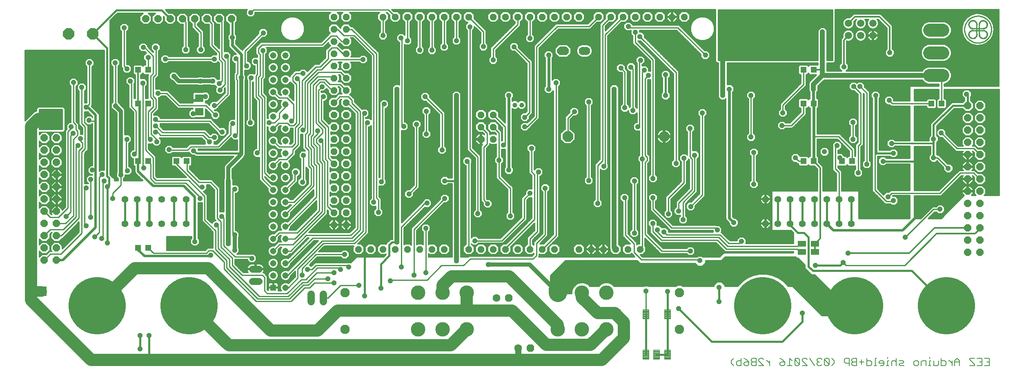
<source format=gbl>
G75*
G70*
%OFA0B0*%
%FSLAX24Y24*%
%IPPOS*%
%LPD*%
%AMOC8*
5,1,8,0,0,1.08239X$1,22.5*
%
%ADD10C,0.0070*%
%ADD11C,0.0397*%
%ADD12C,0.0700*%
%ADD13OC8,0.0700*%
%ADD14C,0.0594*%
%ADD15C,0.0100*%
%ADD16C,0.0010*%
%ADD17C,0.0083*%
%ADD18OC8,0.0630*%
%ADD19C,0.0630*%
%ADD20C,0.0560*%
%ADD21C,0.0860*%
%ADD22OC8,0.0860*%
%ADD23OC8,0.0554*%
%ADD24OC8,0.0600*%
%ADD25C,0.1181*%
%ADD26C,0.0768*%
%ADD27C,0.4685*%
%ADD28R,0.0472X0.0472*%
%ADD29R,0.0669X0.0453*%
%ADD30C,0.1065*%
%ADD31OC8,0.0594*%
%ADD32C,0.0515*%
%ADD33R,0.0515X0.0515*%
%ADD34C,0.0594*%
%ADD35OC8,0.0906*%
%ADD36C,0.0554*%
%ADD37R,0.0709X0.0630*%
%ADD38R,0.0098X0.0197*%
%ADD39OC8,0.0396*%
%ADD40C,0.0320*%
%ADD41C,0.1500*%
%ADD42C,0.1000*%
%ADD43C,0.0160*%
%ADD44C,0.0200*%
%ADD45C,0.0120*%
%ADD46C,0.0240*%
%ADD47C,0.0400*%
%ADD48R,0.0396X0.0396*%
%ADD49C,0.0500*%
%ADD50C,0.0860*%
D10*
X067686Y005954D02*
X067686Y006151D01*
X067883Y006347D01*
X068097Y006052D02*
X068195Y006151D01*
X068490Y006151D01*
X068490Y006347D02*
X068490Y005757D01*
X068195Y005757D01*
X068097Y005855D01*
X068097Y006052D01*
X067883Y005757D02*
X067686Y005954D01*
X068704Y005954D02*
X068803Y006052D01*
X069098Y006052D01*
X069098Y005855D01*
X069000Y005757D01*
X068803Y005757D01*
X068704Y005855D01*
X068704Y005954D01*
X068901Y006249D02*
X069098Y006052D01*
X069312Y005954D02*
X069312Y005855D01*
X069411Y005757D01*
X069706Y005757D01*
X069706Y006347D01*
X069411Y006347D01*
X069312Y006249D01*
X069312Y006151D01*
X069411Y006052D01*
X069706Y006052D01*
X069920Y006151D02*
X069920Y006249D01*
X070018Y006347D01*
X070215Y006347D01*
X070314Y006249D01*
X070525Y006151D02*
X070623Y006151D01*
X070820Y005954D01*
X070820Y005757D02*
X070820Y006151D01*
X070314Y005757D02*
X069920Y006151D01*
X069920Y005757D02*
X070314Y005757D01*
X069411Y006052D02*
X069312Y005954D01*
X068901Y006249D02*
X068704Y006347D01*
X071642Y006347D02*
X071839Y006249D01*
X072035Y006052D01*
X071740Y006052D01*
X071642Y005954D01*
X071642Y005855D01*
X071740Y005757D01*
X071937Y005757D01*
X072035Y005855D01*
X072035Y006052D01*
X072250Y005757D02*
X072643Y005757D01*
X072446Y005757D02*
X072446Y006347D01*
X072643Y006151D01*
X072857Y006249D02*
X073251Y005855D01*
X073152Y005757D01*
X072956Y005757D01*
X072857Y005855D01*
X072857Y006249D01*
X072956Y006347D01*
X073152Y006347D01*
X073251Y006249D01*
X073251Y005855D01*
X073465Y005757D02*
X073859Y005757D01*
X073465Y006151D01*
X073465Y006249D01*
X073563Y006347D01*
X073760Y006347D01*
X073859Y006249D01*
X074073Y006347D02*
X074466Y005757D01*
X074680Y005855D02*
X074779Y005757D01*
X074976Y005757D01*
X075074Y005855D01*
X075288Y005855D02*
X075387Y005757D01*
X075583Y005757D01*
X075682Y005855D01*
X075288Y006249D01*
X075288Y005855D01*
X075682Y005855D02*
X075682Y006249D01*
X075583Y006347D01*
X075387Y006347D01*
X075288Y006249D01*
X075074Y006249D02*
X074976Y006347D01*
X074779Y006347D01*
X074680Y006249D01*
X074680Y006151D01*
X074779Y006052D01*
X074680Y005954D01*
X074680Y005855D01*
X074779Y006052D02*
X074877Y006052D01*
X075890Y005757D02*
X076087Y005954D01*
X076087Y006151D01*
X075890Y006347D01*
X076909Y006249D02*
X076909Y006052D01*
X077007Y005954D01*
X077302Y005954D01*
X077302Y005757D02*
X077302Y006347D01*
X077007Y006347D01*
X076909Y006249D01*
X077516Y006249D02*
X077615Y006347D01*
X077910Y006347D01*
X077910Y005757D01*
X077615Y005757D01*
X077516Y005855D01*
X077516Y005954D01*
X077615Y006052D01*
X077910Y006052D01*
X078124Y006052D02*
X078518Y006052D01*
X078732Y006151D02*
X079027Y006151D01*
X079126Y006052D01*
X079126Y005855D01*
X079027Y005757D01*
X078732Y005757D01*
X078732Y006347D01*
X078321Y006249D02*
X078321Y005855D01*
X077615Y006052D02*
X077516Y006151D01*
X077516Y006249D01*
X079334Y005757D02*
X079531Y005757D01*
X079432Y005757D02*
X079432Y006347D01*
X079531Y006347D01*
X079745Y006052D02*
X079745Y005954D01*
X080138Y005954D01*
X080138Y006052D02*
X080040Y006151D01*
X079843Y006151D01*
X079745Y006052D01*
X079843Y005757D02*
X080040Y005757D01*
X080138Y005855D01*
X080138Y006052D01*
X080445Y006151D02*
X080445Y005757D01*
X080347Y005757D02*
X080544Y005757D01*
X080758Y005757D02*
X080758Y006052D01*
X080856Y006151D01*
X081053Y006151D01*
X081151Y006052D01*
X081365Y006151D02*
X081661Y006151D01*
X081759Y006052D01*
X081661Y005954D01*
X081464Y005954D01*
X081365Y005855D01*
X081464Y005757D01*
X081759Y005757D01*
X081151Y005757D02*
X081151Y006347D01*
X080544Y006151D02*
X080445Y006151D01*
X080445Y006347D02*
X080445Y006446D01*
X082581Y006052D02*
X082679Y006151D01*
X082876Y006151D01*
X082974Y006052D01*
X082974Y005855D01*
X082876Y005757D01*
X082679Y005757D01*
X082581Y005855D01*
X082581Y006052D01*
X083188Y006052D02*
X083188Y005757D01*
X083188Y006052D02*
X083287Y006151D01*
X083582Y006151D01*
X083582Y005757D01*
X083790Y005757D02*
X083987Y005757D01*
X083889Y005757D02*
X083889Y006151D01*
X083987Y006151D01*
X084201Y006151D02*
X084201Y005757D01*
X084497Y005757D01*
X084595Y005855D01*
X084595Y006151D01*
X084809Y006151D02*
X085104Y006151D01*
X085203Y006052D01*
X085203Y005855D01*
X085104Y005757D01*
X084809Y005757D01*
X084809Y006347D01*
X085414Y006151D02*
X085512Y006151D01*
X085709Y005954D01*
X085709Y005757D02*
X085709Y006151D01*
X085923Y006151D02*
X085923Y005757D01*
X085923Y006052D02*
X086317Y006052D01*
X086317Y006151D02*
X086120Y006347D01*
X085923Y006151D01*
X086317Y006151D02*
X086317Y005757D01*
X087139Y005757D02*
X087532Y005757D01*
X087532Y005855D01*
X087139Y006249D01*
X087139Y006347D01*
X087532Y006347D01*
X087746Y006347D02*
X088140Y006347D01*
X088140Y005757D01*
X087746Y005757D01*
X087943Y006052D02*
X088140Y006052D01*
X088354Y005757D02*
X088748Y005757D01*
X088748Y006347D01*
X088354Y006347D01*
X088551Y006052D02*
X088748Y006052D01*
X083889Y006347D02*
X083889Y006446D01*
D11*
X050565Y027064D03*
X050014Y027064D03*
D12*
X055564Y031489D03*
X055814Y031489D03*
D13*
X054064Y031489D03*
X053814Y031489D03*
D14*
X034389Y011586D02*
X034389Y010992D01*
X033389Y010992D02*
X033389Y011586D01*
D15*
X034389Y011289D02*
X034739Y011289D01*
X035764Y012314D01*
X037289Y012314D01*
X035239Y012514D02*
X033639Y012514D01*
X033239Y012114D01*
X032839Y012114D01*
X031739Y011014D01*
X028889Y011014D01*
X026264Y013639D01*
X026264Y014214D01*
X025339Y015139D01*
X025014Y015139D01*
X024839Y014964D01*
X020514Y014964D01*
X020089Y015389D01*
X016364Y016239D02*
X016264Y016139D01*
X016364Y016239D02*
X016364Y020764D01*
X016464Y020864D01*
X016089Y021164D02*
X016314Y021389D01*
X016089Y021164D02*
X016089Y016664D01*
X015714Y016289D01*
X014639Y016583D02*
X012939Y014883D01*
X012089Y014883D01*
X011592Y014385D01*
X011583Y014374D01*
X011249Y014699D02*
X011184Y014699D01*
X011184Y014635D02*
X011184Y015112D01*
X011390Y014907D01*
X011776Y014907D01*
X012050Y015180D01*
X012050Y015567D01*
X011776Y015840D01*
X011390Y015840D01*
X011184Y015635D01*
X011184Y016112D01*
X011390Y015907D01*
X011776Y015907D01*
X012050Y016180D01*
X012050Y016532D01*
X012181Y016663D01*
X012212Y016663D01*
X012116Y016567D01*
X012116Y016180D01*
X012390Y015907D01*
X012776Y015907D01*
X013035Y016165D01*
X013058Y016165D01*
X013061Y016168D01*
X013065Y016168D01*
X013125Y016232D01*
X014419Y017527D01*
X014419Y016674D01*
X013050Y015304D01*
X013050Y015567D01*
X012776Y015840D01*
X012390Y015840D01*
X012116Y015567D01*
X012116Y015180D01*
X012194Y015103D01*
X011998Y015103D01*
X011869Y014974D01*
X011736Y014840D01*
X011390Y014840D01*
X011184Y014635D01*
X011184Y014798D02*
X011347Y014798D01*
X011184Y014896D02*
X011792Y014896D01*
X011865Y014995D02*
X011891Y014995D01*
X011963Y015094D02*
X011989Y015094D01*
X012050Y015192D02*
X012116Y015192D01*
X012116Y015291D02*
X012050Y015291D01*
X012050Y015389D02*
X012116Y015389D01*
X012116Y015488D02*
X012050Y015488D01*
X012031Y015586D02*
X012135Y015586D01*
X012234Y015685D02*
X011932Y015685D01*
X011834Y015783D02*
X012332Y015783D01*
X012316Y015980D02*
X011850Y015980D01*
X011948Y016079D02*
X012218Y016079D01*
X012119Y016177D02*
X012047Y016177D01*
X012050Y016276D02*
X012116Y016276D01*
X012116Y016374D02*
X012050Y016374D01*
X012050Y016473D02*
X012116Y016473D01*
X012120Y016571D02*
X012089Y016571D01*
X012089Y016883D02*
X013139Y016883D01*
X014189Y017933D01*
X014189Y023614D01*
X014339Y023764D01*
X014539Y024114D02*
X014539Y024314D01*
X014539Y024114D02*
X014714Y023939D01*
X014714Y023614D01*
X014414Y023314D01*
X014414Y017833D01*
X012967Y016385D01*
X012583Y016374D01*
X012617Y016385D01*
X012948Y016079D02*
X013824Y016079D01*
X013923Y016177D02*
X013073Y016177D01*
X013168Y016276D02*
X014021Y016276D01*
X014120Y016374D02*
X013267Y016374D01*
X013365Y016473D02*
X014218Y016473D01*
X014317Y016571D02*
X013464Y016571D01*
X013562Y016670D02*
X014415Y016670D01*
X014419Y016768D02*
X013661Y016768D01*
X013759Y016867D02*
X014419Y016867D01*
X014419Y016965D02*
X013858Y016965D01*
X013956Y017064D02*
X014419Y017064D01*
X014419Y017162D02*
X014055Y017162D01*
X014153Y017261D02*
X014419Y017261D01*
X014419Y017359D02*
X014252Y017359D01*
X014350Y017458D02*
X014419Y017458D01*
X014864Y017339D02*
X015014Y017189D01*
X014864Y017339D02*
X014864Y020139D01*
X015014Y020289D01*
X014859Y020655D02*
X014859Y023123D01*
X015134Y023398D01*
X015134Y025380D01*
X015006Y025509D01*
X014859Y025655D01*
X014859Y026523D01*
X014862Y026521D01*
X015126Y026521D01*
X015519Y026127D01*
X015519Y026055D01*
X015392Y026182D01*
X015087Y026182D01*
X014871Y025966D01*
X014871Y025661D01*
X015087Y025446D01*
X015392Y025446D01*
X015490Y025544D01*
X015519Y025544D01*
X015519Y022107D01*
X015362Y022107D01*
X015146Y021891D01*
X015146Y021586D01*
X015362Y021371D01*
X015519Y021371D01*
X015519Y021355D01*
X015517Y021357D01*
X015212Y021357D01*
X014996Y021141D01*
X014996Y020836D01*
X015169Y020663D01*
X015169Y020655D01*
X015167Y020657D01*
X014862Y020657D01*
X014859Y020655D01*
X014859Y020708D02*
X015125Y020708D01*
X015026Y020807D02*
X014859Y020807D01*
X014859Y020905D02*
X014996Y020905D01*
X014996Y021004D02*
X014859Y021004D01*
X014859Y021102D02*
X014996Y021102D01*
X015055Y021201D02*
X014859Y021201D01*
X014859Y021299D02*
X015154Y021299D01*
X015335Y021398D02*
X014859Y021398D01*
X014859Y021496D02*
X015237Y021496D01*
X015146Y021595D02*
X014859Y021595D01*
X014859Y021693D02*
X015146Y021693D01*
X015146Y021792D02*
X014859Y021792D01*
X014859Y021890D02*
X015146Y021890D01*
X015243Y021989D02*
X014859Y021989D01*
X014859Y022087D02*
X015342Y022087D01*
X015519Y022186D02*
X014859Y022186D01*
X014859Y022284D02*
X015519Y022284D01*
X015519Y022383D02*
X014859Y022383D01*
X014859Y022481D02*
X015519Y022481D01*
X015519Y022580D02*
X014859Y022580D01*
X014859Y022678D02*
X015519Y022678D01*
X015519Y022777D02*
X014859Y022777D01*
X014859Y022875D02*
X015519Y022875D01*
X015519Y022974D02*
X014859Y022974D01*
X014859Y023072D02*
X015519Y023072D01*
X015519Y023171D02*
X014907Y023171D01*
X015006Y023269D02*
X015519Y023269D01*
X015519Y023368D02*
X015104Y023368D01*
X015134Y023466D02*
X015519Y023466D01*
X015519Y023565D02*
X015134Y023565D01*
X015134Y023663D02*
X015519Y023663D01*
X015519Y023762D02*
X015134Y023762D01*
X015134Y023860D02*
X015519Y023860D01*
X015519Y023959D02*
X015134Y023959D01*
X015134Y024057D02*
X015519Y024057D01*
X015519Y024156D02*
X015134Y024156D01*
X015134Y024254D02*
X015519Y024254D01*
X015519Y024353D02*
X015134Y024353D01*
X015134Y024451D02*
X015519Y024451D01*
X015519Y024550D02*
X015134Y024550D01*
X015134Y024648D02*
X015519Y024648D01*
X015519Y024747D02*
X015134Y024747D01*
X015134Y024845D02*
X015519Y024845D01*
X015519Y024944D02*
X015134Y024944D01*
X015134Y025042D02*
X015519Y025042D01*
X015519Y025141D02*
X015134Y025141D01*
X015134Y025239D02*
X015519Y025239D01*
X015519Y025338D02*
X015134Y025338D01*
X015079Y025436D02*
X015519Y025436D01*
X015519Y025535D02*
X015481Y025535D01*
X015264Y025764D02*
X015729Y025764D01*
X015789Y025824D01*
X015789Y026239D01*
X015989Y026421D02*
X016464Y026421D01*
X016464Y026323D02*
X016047Y026323D01*
X016059Y026293D02*
X016018Y026392D01*
X015423Y026987D01*
X015484Y027048D01*
X015484Y030213D01*
X015633Y030361D01*
X015633Y030666D01*
X015417Y030882D01*
X015112Y030882D01*
X014896Y030666D01*
X014896Y030361D01*
X015044Y030213D01*
X015044Y027257D01*
X014862Y027257D01*
X014859Y027255D01*
X014859Y028213D01*
X015008Y028361D01*
X015008Y028666D01*
X014792Y028882D01*
X014487Y028882D01*
X014271Y028666D01*
X014271Y028361D01*
X014419Y028213D01*
X014419Y025473D01*
X014548Y025344D01*
X014694Y025198D01*
X014694Y024680D01*
X014692Y024682D01*
X014534Y024682D01*
X014534Y025005D01*
X014384Y025155D01*
X014384Y025530D01*
X014184Y025730D01*
X014184Y028613D01*
X014333Y028761D01*
X014333Y029066D01*
X014117Y029282D01*
X013812Y029282D01*
X013596Y029066D01*
X013596Y028761D01*
X013744Y028613D01*
X013744Y025657D01*
X013637Y025657D01*
X013421Y025441D01*
X013421Y025136D01*
X013436Y025122D01*
X013294Y024980D01*
X013294Y018749D01*
X013030Y018484D01*
X013030Y018559D01*
X012768Y018820D01*
X012631Y018820D01*
X012631Y018422D01*
X012535Y018422D01*
X012535Y018820D01*
X012398Y018820D01*
X012136Y018559D01*
X012136Y018422D01*
X012535Y018422D01*
X012535Y018325D01*
X012136Y018325D01*
X012136Y018189D01*
X012222Y018103D01*
X012175Y018103D01*
X012050Y018225D01*
X012050Y018567D01*
X011776Y018840D01*
X011390Y018840D01*
X011184Y018635D01*
X011184Y019112D01*
X011390Y018907D01*
X011776Y018907D01*
X012050Y019180D01*
X012050Y019567D01*
X011776Y019840D01*
X011390Y019840D01*
X011184Y019635D01*
X011184Y020112D01*
X011390Y019907D01*
X011776Y019907D01*
X012050Y020180D01*
X012050Y020567D01*
X011776Y020840D01*
X011390Y020840D01*
X011184Y020635D01*
X011184Y021112D01*
X011390Y020907D01*
X011776Y020907D01*
X012050Y021180D01*
X012050Y021567D01*
X011776Y021840D01*
X011390Y021840D01*
X011184Y021635D01*
X011184Y022112D01*
X011390Y021907D01*
X011776Y021907D01*
X012050Y022180D01*
X012050Y022567D01*
X011776Y022840D01*
X011390Y022840D01*
X011184Y022635D01*
X011184Y023112D01*
X011390Y022907D01*
X011776Y022907D01*
X012050Y023180D01*
X012050Y023567D01*
X011776Y023840D01*
X011390Y023840D01*
X011184Y023635D01*
X011184Y024112D01*
X011390Y023907D01*
X011776Y023907D01*
X012050Y024180D01*
X012050Y024567D01*
X011776Y024840D01*
X011390Y024840D01*
X011184Y024635D01*
X011184Y024863D01*
X013131Y024863D01*
X013259Y024992D01*
X013259Y026799D01*
X013131Y026928D01*
X011073Y026928D01*
X010944Y026799D01*
X010944Y026587D01*
X010735Y026501D01*
X010546Y026312D01*
X010014Y025780D01*
X010014Y031539D01*
X016464Y031539D01*
X016464Y021757D01*
X016162Y021757D01*
X016059Y021655D01*
X016059Y026293D01*
X016059Y026224D02*
X016464Y026224D01*
X016464Y026126D02*
X016059Y026126D01*
X016059Y026027D02*
X016464Y026027D01*
X016464Y025929D02*
X016059Y025929D01*
X016059Y025830D02*
X016464Y025830D01*
X016464Y025732D02*
X016059Y025732D01*
X016059Y025633D02*
X016464Y025633D01*
X016464Y025535D02*
X016059Y025535D01*
X016059Y025436D02*
X016464Y025436D01*
X016464Y025338D02*
X016059Y025338D01*
X016059Y025239D02*
X016464Y025239D01*
X016464Y025141D02*
X016059Y025141D01*
X016059Y025042D02*
X016464Y025042D01*
X016464Y024944D02*
X016059Y024944D01*
X016059Y024845D02*
X016464Y024845D01*
X016464Y024747D02*
X016059Y024747D01*
X016059Y024648D02*
X016464Y024648D01*
X016464Y024550D02*
X016059Y024550D01*
X016059Y024451D02*
X016464Y024451D01*
X016464Y024353D02*
X016059Y024353D01*
X016059Y024254D02*
X016464Y024254D01*
X016464Y024156D02*
X016059Y024156D01*
X016059Y024057D02*
X016464Y024057D01*
X016464Y023959D02*
X016059Y023959D01*
X016059Y023860D02*
X016464Y023860D01*
X016464Y023762D02*
X016059Y023762D01*
X016059Y023663D02*
X016464Y023663D01*
X016464Y023565D02*
X016059Y023565D01*
X016059Y023466D02*
X016464Y023466D01*
X016464Y023368D02*
X016059Y023368D01*
X016059Y023269D02*
X016464Y023269D01*
X016464Y023171D02*
X016059Y023171D01*
X016059Y023072D02*
X016464Y023072D01*
X016464Y022974D02*
X016059Y022974D01*
X016059Y022875D02*
X016464Y022875D01*
X016464Y022777D02*
X016059Y022777D01*
X016059Y022678D02*
X016464Y022678D01*
X016464Y022580D02*
X016059Y022580D01*
X016059Y022481D02*
X016464Y022481D01*
X016464Y022383D02*
X016059Y022383D01*
X016059Y022284D02*
X016464Y022284D01*
X016464Y022186D02*
X016059Y022186D01*
X016059Y022087D02*
X016464Y022087D01*
X016464Y021989D02*
X016059Y021989D01*
X016059Y021890D02*
X016464Y021890D01*
X016464Y021792D02*
X016059Y021792D01*
X016059Y021693D02*
X016098Y021693D01*
X015389Y020964D02*
X015389Y017889D01*
X013964Y018033D02*
X013317Y017385D01*
X012583Y017374D01*
X012089Y016883D02*
X011589Y016383D01*
X011587Y016385D02*
X011583Y016374D01*
X011218Y016079D02*
X011184Y016079D01*
X011184Y015980D02*
X011316Y015980D01*
X011184Y015882D02*
X013627Y015882D01*
X013726Y015980D02*
X012850Y015980D01*
X012834Y015783D02*
X013529Y015783D01*
X013430Y015685D02*
X012932Y015685D01*
X013031Y015586D02*
X013332Y015586D01*
X013233Y015488D02*
X013050Y015488D01*
X013050Y015389D02*
X013135Y015389D01*
X011332Y015783D02*
X011184Y015783D01*
X011184Y015685D02*
X011234Y015685D01*
X011203Y015094D02*
X011184Y015094D01*
X011184Y014995D02*
X011301Y014995D01*
X014639Y016583D02*
X014639Y023214D01*
X014914Y023489D01*
X014914Y025289D01*
X014639Y025564D01*
X014639Y028514D01*
X014390Y028785D02*
X014333Y028785D01*
X014333Y028884D02*
X015044Y028884D01*
X015044Y028982D02*
X014333Y028982D01*
X014318Y029081D02*
X015044Y029081D01*
X015044Y029179D02*
X014220Y029179D01*
X014121Y029278D02*
X015044Y029278D01*
X015044Y029376D02*
X010014Y029376D01*
X010014Y029278D02*
X013807Y029278D01*
X013709Y029179D02*
X010014Y029179D01*
X010014Y029081D02*
X013610Y029081D01*
X013596Y028982D02*
X010014Y028982D01*
X010014Y028884D02*
X013596Y028884D01*
X013596Y028785D02*
X010014Y028785D01*
X010014Y028687D02*
X013671Y028687D01*
X013744Y028588D02*
X010014Y028588D01*
X010014Y028490D02*
X013744Y028490D01*
X013744Y028391D02*
X010014Y028391D01*
X010014Y028293D02*
X013744Y028293D01*
X013744Y028194D02*
X010014Y028194D01*
X010014Y028096D02*
X013744Y028096D01*
X013744Y027997D02*
X010014Y027997D01*
X010014Y027899D02*
X013744Y027899D01*
X013744Y027800D02*
X010014Y027800D01*
X010014Y027702D02*
X013744Y027702D01*
X013744Y027603D02*
X010014Y027603D01*
X010014Y027505D02*
X013744Y027505D01*
X013744Y027406D02*
X010014Y027406D01*
X010014Y027308D02*
X013744Y027308D01*
X013744Y027209D02*
X010014Y027209D01*
X010014Y027111D02*
X013744Y027111D01*
X013744Y027012D02*
X010014Y027012D01*
X010014Y026914D02*
X011059Y026914D01*
X010961Y026815D02*
X010014Y026815D01*
X010014Y026717D02*
X010944Y026717D01*
X010944Y026618D02*
X010014Y026618D01*
X010014Y026520D02*
X010780Y026520D01*
X010655Y026421D02*
X010014Y026421D01*
X010014Y026323D02*
X010557Y026323D01*
X010458Y026224D02*
X010014Y026224D01*
X010014Y026126D02*
X010360Y026126D01*
X010261Y026027D02*
X010014Y026027D01*
X010014Y025929D02*
X010163Y025929D01*
X010064Y025830D02*
X010014Y025830D01*
X011164Y025830D02*
X013039Y025830D01*
X013039Y025732D02*
X011164Y025732D01*
X011164Y025633D02*
X013039Y025633D01*
X013039Y025535D02*
X011164Y025535D01*
X011164Y025436D02*
X013039Y025436D01*
X013039Y025338D02*
X011164Y025338D01*
X011164Y025239D02*
X013039Y025239D01*
X013039Y025141D02*
X011164Y025141D01*
X011164Y025083D02*
X011164Y026708D01*
X013039Y026708D01*
X013039Y025083D01*
X011164Y025083D01*
X011184Y024845D02*
X013294Y024845D01*
X013294Y024747D02*
X012870Y024747D01*
X012776Y024840D02*
X012390Y024840D01*
X012116Y024567D01*
X012116Y024180D01*
X012390Y023907D01*
X012776Y023907D01*
X013050Y024180D01*
X013050Y024567D01*
X012776Y024840D01*
X012969Y024648D02*
X013294Y024648D01*
X013294Y024550D02*
X013050Y024550D01*
X013050Y024451D02*
X013294Y024451D01*
X013294Y024353D02*
X013050Y024353D01*
X013050Y024254D02*
X013294Y024254D01*
X013294Y024156D02*
X013025Y024156D01*
X012927Y024057D02*
X013294Y024057D01*
X013294Y023959D02*
X012828Y023959D01*
X012776Y023840D02*
X012390Y023840D01*
X012116Y023567D01*
X012116Y023180D01*
X012390Y022907D01*
X012776Y022907D01*
X013050Y023180D01*
X013050Y023567D01*
X012776Y023840D01*
X012855Y023762D02*
X013294Y023762D01*
X013294Y023860D02*
X011184Y023860D01*
X011184Y023762D02*
X011311Y023762D01*
X011212Y023663D02*
X011184Y023663D01*
X011184Y023959D02*
X011338Y023959D01*
X011239Y024057D02*
X011184Y024057D01*
X011828Y023959D02*
X012338Y023959D01*
X012239Y024057D02*
X011927Y024057D01*
X012025Y024156D02*
X012141Y024156D01*
X012116Y024254D02*
X012050Y024254D01*
X012050Y024353D02*
X012116Y024353D01*
X012116Y024451D02*
X012050Y024451D01*
X012050Y024550D02*
X012116Y024550D01*
X012197Y024648D02*
X011969Y024648D01*
X011870Y024747D02*
X012296Y024747D01*
X013211Y024944D02*
X013294Y024944D01*
X013259Y025042D02*
X013356Y025042D01*
X013421Y025141D02*
X013259Y025141D01*
X013259Y025239D02*
X013421Y025239D01*
X013421Y025338D02*
X013259Y025338D01*
X013259Y025436D02*
X013421Y025436D01*
X013514Y025535D02*
X013259Y025535D01*
X013259Y025633D02*
X013613Y025633D01*
X013744Y025732D02*
X013259Y025732D01*
X013259Y025830D02*
X013744Y025830D01*
X013744Y025929D02*
X013259Y025929D01*
X013259Y026027D02*
X013744Y026027D01*
X013744Y026126D02*
X013259Y026126D01*
X013259Y026224D02*
X013744Y026224D01*
X013744Y026323D02*
X013259Y026323D01*
X013259Y026421D02*
X013744Y026421D01*
X013744Y026520D02*
X013259Y026520D01*
X013259Y026618D02*
X013744Y026618D01*
X013744Y026717D02*
X013259Y026717D01*
X013243Y026815D02*
X013744Y026815D01*
X013744Y026914D02*
X013145Y026914D01*
X013039Y026618D02*
X011164Y026618D01*
X011164Y026520D02*
X013039Y026520D01*
X013039Y026421D02*
X011164Y026421D01*
X011164Y026323D02*
X013039Y026323D01*
X013039Y026224D02*
X011164Y026224D01*
X011164Y026126D02*
X013039Y026126D01*
X013039Y026027D02*
X011164Y026027D01*
X011164Y025929D02*
X013039Y025929D01*
X013964Y025639D02*
X014164Y025439D01*
X014164Y025064D01*
X014314Y024914D01*
X014314Y024614D01*
X013964Y024264D01*
X013964Y018033D01*
X013739Y018333D02*
X013364Y017958D01*
X013739Y018333D02*
X013739Y024564D01*
X013939Y024764D01*
X013789Y025164D02*
X013789Y025289D01*
X013789Y025164D02*
X013514Y024889D01*
X013514Y018658D01*
X012739Y017883D01*
X012086Y017883D01*
X011583Y018374D01*
X012050Y018344D02*
X012535Y018344D01*
X012535Y018443D02*
X012631Y018443D01*
X012631Y018541D02*
X012535Y018541D01*
X012535Y018640D02*
X012631Y018640D01*
X012631Y018738D02*
X012535Y018738D01*
X012535Y018927D02*
X012535Y019325D01*
X012631Y019325D01*
X012631Y018927D01*
X012768Y018927D01*
X013030Y019189D01*
X013030Y019325D01*
X012631Y019325D01*
X012631Y019422D01*
X012535Y019422D01*
X012535Y019820D01*
X012398Y019820D01*
X012136Y019559D01*
X012136Y019422D01*
X012535Y019422D01*
X012535Y019325D01*
X012136Y019325D01*
X012136Y019189D01*
X012398Y018927D01*
X012535Y018927D01*
X012535Y018935D02*
X012631Y018935D01*
X012631Y019034D02*
X012535Y019034D01*
X012535Y019132D02*
X012631Y019132D01*
X012631Y019231D02*
X012535Y019231D01*
X012535Y019329D02*
X012050Y019329D01*
X012050Y019231D02*
X012136Y019231D01*
X012193Y019132D02*
X012002Y019132D01*
X011903Y019034D02*
X012291Y019034D01*
X012390Y018935D02*
X011805Y018935D01*
X011780Y018837D02*
X013294Y018837D01*
X013294Y018935D02*
X012776Y018935D01*
X012875Y019034D02*
X013294Y019034D01*
X013294Y019132D02*
X012973Y019132D01*
X013030Y019231D02*
X013294Y019231D01*
X013294Y019329D02*
X012631Y019329D01*
X012631Y019422D02*
X013030Y019422D01*
X013030Y019559D01*
X012768Y019820D01*
X012631Y019820D01*
X012631Y019422D01*
X012631Y019428D02*
X012535Y019428D01*
X012535Y019526D02*
X012631Y019526D01*
X012631Y019625D02*
X012535Y019625D01*
X012535Y019723D02*
X012631Y019723D01*
X012631Y019927D02*
X012768Y019927D01*
X013030Y020189D01*
X013030Y020325D01*
X012631Y020325D01*
X012631Y019927D01*
X012631Y020019D02*
X012535Y020019D01*
X012535Y019927D02*
X012535Y020325D01*
X012631Y020325D01*
X012631Y020422D01*
X012535Y020422D01*
X012535Y020820D01*
X012398Y020820D01*
X012136Y020559D01*
X012136Y020422D01*
X012535Y020422D01*
X012535Y020325D01*
X012136Y020325D01*
X012136Y020189D01*
X012398Y019927D01*
X012535Y019927D01*
X012535Y020117D02*
X012631Y020117D01*
X012631Y020216D02*
X012535Y020216D01*
X012535Y020314D02*
X012631Y020314D01*
X012631Y020413D02*
X013294Y020413D01*
X013294Y020511D02*
X013030Y020511D01*
X013030Y020559D02*
X012768Y020820D01*
X012631Y020820D01*
X012631Y020422D01*
X013030Y020422D01*
X013030Y020559D01*
X012979Y020610D02*
X013294Y020610D01*
X013294Y020708D02*
X012880Y020708D01*
X012782Y020807D02*
X013294Y020807D01*
X013294Y020905D02*
X011184Y020905D01*
X011184Y020807D02*
X011356Y020807D01*
X011257Y020708D02*
X011184Y020708D01*
X011184Y021004D02*
X011293Y021004D01*
X011194Y021102D02*
X011184Y021102D01*
X011184Y021693D02*
X011242Y021693D01*
X011184Y021792D02*
X011341Y021792D01*
X011184Y021890D02*
X013294Y021890D01*
X013294Y021792D02*
X012797Y021792D01*
X012768Y021820D02*
X012631Y021820D01*
X012631Y021422D01*
X012535Y021422D01*
X012535Y021820D01*
X012398Y021820D01*
X012136Y021559D01*
X012136Y021422D01*
X012535Y021422D01*
X012535Y021325D01*
X012631Y021325D01*
X012631Y020927D01*
X012768Y020927D01*
X013030Y021189D01*
X013030Y021325D01*
X012631Y021325D01*
X012631Y021422D01*
X013030Y021422D01*
X013030Y021559D01*
X012768Y021820D01*
X012776Y021907D02*
X012390Y021907D01*
X012116Y022180D01*
X012116Y022567D01*
X012390Y022840D01*
X012776Y022840D01*
X013050Y022567D01*
X013050Y022180D01*
X012776Y021907D01*
X012858Y021989D02*
X013294Y021989D01*
X013294Y022087D02*
X012957Y022087D01*
X013050Y022186D02*
X013294Y022186D01*
X013294Y022284D02*
X013050Y022284D01*
X013050Y022383D02*
X013294Y022383D01*
X013294Y022481D02*
X013050Y022481D01*
X013037Y022580D02*
X013294Y022580D01*
X013294Y022678D02*
X012939Y022678D01*
X012840Y022777D02*
X013294Y022777D01*
X013294Y022875D02*
X011184Y022875D01*
X011184Y022777D02*
X011326Y022777D01*
X011227Y022678D02*
X011184Y022678D01*
X011184Y022974D02*
X011323Y022974D01*
X011224Y023072D02*
X011184Y023072D01*
X011843Y022974D02*
X012323Y022974D01*
X012224Y023072D02*
X011942Y023072D01*
X012040Y023171D02*
X012126Y023171D01*
X012116Y023269D02*
X012050Y023269D01*
X012050Y023368D02*
X012116Y023368D01*
X012116Y023466D02*
X012050Y023466D01*
X012050Y023565D02*
X012116Y023565D01*
X012212Y023663D02*
X011954Y023663D01*
X011855Y023762D02*
X012311Y023762D01*
X012954Y023663D02*
X013294Y023663D01*
X013294Y023565D02*
X013050Y023565D01*
X013050Y023466D02*
X013294Y023466D01*
X013294Y023368D02*
X013050Y023368D01*
X013050Y023269D02*
X013294Y023269D01*
X013294Y023171D02*
X013040Y023171D01*
X012942Y023072D02*
X013294Y023072D01*
X013294Y022974D02*
X012843Y022974D01*
X012326Y022777D02*
X011840Y022777D01*
X011939Y022678D02*
X012227Y022678D01*
X012129Y022580D02*
X012037Y022580D01*
X012050Y022481D02*
X012116Y022481D01*
X012116Y022383D02*
X012050Y022383D01*
X012050Y022284D02*
X012116Y022284D01*
X012116Y022186D02*
X012050Y022186D01*
X011957Y022087D02*
X012209Y022087D01*
X012308Y021989D02*
X011858Y021989D01*
X011825Y021792D02*
X012369Y021792D01*
X012270Y021693D02*
X011924Y021693D01*
X012022Y021595D02*
X012172Y021595D01*
X012136Y021496D02*
X012050Y021496D01*
X012050Y021398D02*
X012535Y021398D01*
X012535Y021325D02*
X012136Y021325D01*
X012136Y021189D01*
X012398Y020927D01*
X012535Y020927D01*
X012535Y021325D01*
X012535Y021299D02*
X012631Y021299D01*
X012631Y021201D02*
X012535Y021201D01*
X012535Y021102D02*
X012631Y021102D01*
X012631Y021004D02*
X012535Y021004D01*
X012535Y020807D02*
X012631Y020807D01*
X012631Y020708D02*
X012535Y020708D01*
X012535Y020610D02*
X012631Y020610D01*
X012631Y020511D02*
X012535Y020511D01*
X012535Y020413D02*
X012050Y020413D01*
X012050Y020511D02*
X012136Y020511D01*
X012187Y020610D02*
X012007Y020610D01*
X011909Y020708D02*
X012285Y020708D01*
X012384Y020807D02*
X011810Y020807D01*
X011873Y021004D02*
X012321Y021004D01*
X012223Y021102D02*
X011972Y021102D01*
X012050Y021201D02*
X012136Y021201D01*
X012136Y021299D02*
X012050Y021299D01*
X012535Y021496D02*
X012631Y021496D01*
X012631Y021398D02*
X013294Y021398D01*
X013294Y021496D02*
X013030Y021496D01*
X012994Y021595D02*
X013294Y021595D01*
X013294Y021693D02*
X012895Y021693D01*
X012631Y021693D02*
X012535Y021693D01*
X012535Y021595D02*
X012631Y021595D01*
X012631Y021792D02*
X012535Y021792D01*
X013030Y021299D02*
X013294Y021299D01*
X013294Y021201D02*
X013030Y021201D01*
X012943Y021102D02*
X013294Y021102D01*
X013294Y021004D02*
X012845Y021004D01*
X013030Y020314D02*
X013294Y020314D01*
X013294Y020216D02*
X013030Y020216D01*
X012958Y020117D02*
X013294Y020117D01*
X013294Y020019D02*
X012860Y020019D01*
X012865Y019723D02*
X013294Y019723D01*
X013294Y019625D02*
X012964Y019625D01*
X013030Y019526D02*
X013294Y019526D01*
X013294Y019428D02*
X013030Y019428D01*
X013294Y019822D02*
X011795Y019822D01*
X011790Y019920D02*
X013294Y019920D01*
X012306Y020019D02*
X011888Y020019D01*
X011987Y020117D02*
X012208Y020117D01*
X012136Y020216D02*
X012050Y020216D01*
X012050Y020314D02*
X012136Y020314D01*
X012300Y019723D02*
X011894Y019723D01*
X011992Y019625D02*
X012202Y019625D01*
X012136Y019526D02*
X012050Y019526D01*
X012050Y019428D02*
X012136Y019428D01*
X011371Y019822D02*
X011184Y019822D01*
X011184Y019920D02*
X011376Y019920D01*
X011278Y020019D02*
X011184Y020019D01*
X011184Y019723D02*
X011272Y019723D01*
X011263Y019034D02*
X011184Y019034D01*
X011184Y018935D02*
X011361Y018935D01*
X011386Y018837D02*
X011184Y018837D01*
X011184Y018738D02*
X011287Y018738D01*
X011189Y018640D02*
X011184Y018640D01*
X011879Y018738D02*
X012315Y018738D01*
X012217Y018640D02*
X011977Y018640D01*
X012050Y018541D02*
X012136Y018541D01*
X012136Y018443D02*
X012050Y018443D01*
X012050Y018246D02*
X012136Y018246D01*
X012130Y018147D02*
X012178Y018147D01*
X012850Y018738D02*
X013284Y018738D01*
X013185Y018640D02*
X012949Y018640D01*
X013030Y018541D02*
X013087Y018541D01*
X017164Y019414D02*
X017189Y019439D01*
X017189Y019864D01*
X017839Y020514D01*
X017839Y021339D01*
X018289Y021789D02*
X018389Y021689D01*
X018289Y021789D02*
X018289Y024214D01*
X018339Y024264D01*
X020089Y024389D02*
X020089Y026514D01*
X020489Y026914D01*
X020489Y027489D01*
X020439Y027539D01*
X020264Y027714D01*
X020264Y029414D01*
X020489Y029639D01*
X020489Y031064D01*
X019764Y031789D01*
X019664Y031789D01*
X020689Y031764D02*
X020714Y031739D01*
X020714Y029539D01*
X020489Y029314D01*
X020489Y027789D01*
X020714Y027564D01*
X020714Y026814D01*
X020314Y026414D01*
X020314Y024689D01*
X020764Y024239D01*
X020764Y024064D01*
X020239Y024239D02*
X020089Y024389D01*
X020689Y024839D02*
X020839Y024839D01*
X021089Y024589D01*
X024539Y024589D01*
X025089Y024039D01*
X025039Y024414D02*
X024639Y024814D01*
X021239Y024814D01*
X020689Y025364D01*
X020839Y025739D02*
X025114Y025739D01*
X025989Y024864D01*
X026114Y024864D01*
X026814Y024664D02*
X026814Y025364D01*
X026989Y025539D01*
X025564Y026239D02*
X024789Y027014D01*
X022589Y027014D01*
X021589Y028014D01*
X020864Y028014D01*
X020164Y027095D02*
X019946Y027095D01*
X019889Y027039D01*
X019889Y026989D01*
X019864Y026964D01*
X019864Y023389D01*
X020489Y022764D01*
X020489Y021139D01*
X020714Y020914D01*
X023364Y020914D01*
X024689Y019589D01*
X024689Y017664D01*
X025564Y016789D01*
X025564Y015264D01*
X026489Y014339D01*
X026489Y013739D01*
X029014Y011214D01*
X031614Y011214D01*
X032739Y012339D01*
X033139Y012339D01*
X033664Y012864D01*
X034739Y012864D01*
X035239Y013364D02*
X033839Y013364D01*
X033039Y012564D01*
X032664Y012564D01*
X031514Y011414D01*
X029139Y011414D01*
X026714Y013839D01*
X026714Y014439D01*
X025789Y015364D01*
X025789Y017089D01*
X025639Y017239D01*
X026014Y017514D02*
X025714Y017814D01*
X025714Y020189D01*
X025164Y020739D01*
X024214Y020739D01*
X023235Y021718D01*
X023235Y022093D01*
X023217Y022468D01*
X022390Y022468D02*
X022390Y022238D01*
X024264Y020364D01*
X024489Y020364D01*
X024314Y019514D02*
X024314Y019414D01*
X024314Y019514D02*
X023139Y020689D01*
X020614Y020689D01*
X020264Y021039D01*
X020264Y022264D01*
X020064Y022464D01*
X019639Y021989D02*
X019639Y028864D01*
X018714Y028914D02*
X018614Y029014D01*
X018714Y028914D02*
X018714Y026939D01*
X019089Y026564D01*
X019089Y023189D01*
X018939Y023039D01*
X019639Y021989D02*
X019714Y021914D01*
X021789Y023414D02*
X021814Y023389D01*
X023289Y023389D01*
X023564Y023664D01*
X025814Y023664D01*
X026814Y024664D01*
X027189Y024564D02*
X027339Y024714D01*
X027339Y029114D01*
X027289Y029164D01*
X027289Y029539D01*
X027364Y029614D01*
X027364Y030714D01*
X027239Y030839D01*
X026564Y030964D02*
X026464Y031064D01*
X026564Y030964D02*
X026564Y027964D01*
X025614Y027014D01*
X025464Y027014D01*
X024441Y027465D02*
X024238Y027465D01*
X024239Y027615D01*
X024439Y027689D02*
X024439Y027464D01*
X024439Y027689D02*
X024514Y027764D01*
X024739Y027764D01*
X025939Y028289D02*
X025939Y028364D01*
X026339Y028764D01*
X026339Y030664D01*
X026089Y030914D01*
X026089Y033889D01*
X025864Y034114D01*
X025264Y033714D02*
X024864Y034114D01*
X025264Y033714D02*
X025264Y031964D01*
X025864Y031364D01*
X025864Y030814D01*
X026114Y030564D01*
X026114Y029064D01*
X025864Y028814D01*
X028389Y029189D02*
X028489Y029289D01*
X028389Y029189D02*
X028389Y025639D01*
X028414Y025614D01*
X029939Y025614D02*
X030389Y025614D01*
X030764Y025989D01*
X030764Y026389D01*
X031284Y026908D01*
X031284Y027130D01*
X031414Y027639D02*
X030774Y027639D01*
X030284Y028130D01*
X029589Y027689D02*
X029314Y027964D01*
X029314Y029239D01*
X029439Y029364D01*
X029439Y031514D01*
X029214Y031189D02*
X029064Y031339D01*
X029064Y031689D01*
X029364Y031989D01*
X034289Y031989D01*
X035014Y032714D01*
X035439Y032714D01*
X035889Y032264D01*
X036239Y032264D01*
X036039Y032764D02*
X036889Y032764D01*
X038489Y031164D01*
X038489Y019114D01*
X038714Y019464D02*
X038714Y031239D01*
X036689Y033264D01*
X036239Y033264D01*
X036039Y032764D02*
X035539Y033264D01*
X035239Y033264D01*
X035089Y031764D02*
X035464Y031764D01*
X035964Y031264D01*
X036239Y031264D01*
X035039Y030789D02*
X034214Y029964D01*
X033864Y029964D01*
X032864Y028964D01*
X032864Y025164D01*
X032714Y025014D01*
X032914Y024664D02*
X033089Y024839D01*
X033089Y028864D01*
X033964Y029739D01*
X035789Y029739D01*
X036239Y029289D01*
X035739Y028764D02*
X034914Y028764D01*
X034514Y029164D01*
X034014Y029164D01*
X033539Y028689D01*
X033539Y024664D01*
X033364Y024489D01*
X033364Y023789D01*
X033614Y023539D01*
X033614Y022289D01*
X033814Y022089D01*
X033814Y019539D01*
X031405Y017130D01*
X031284Y017130D01*
X030768Y016614D02*
X030284Y016130D01*
X030768Y016614D02*
X032239Y016614D01*
X034039Y018414D01*
X034039Y022189D01*
X033839Y022389D01*
X033839Y023639D01*
X033589Y023889D01*
X033589Y024389D01*
X033914Y024714D01*
X033914Y024939D01*
X034314Y025064D02*
X034314Y024789D01*
X033814Y024289D01*
X033814Y023989D01*
X034064Y023739D01*
X034064Y022489D01*
X034264Y022289D01*
X034264Y018339D01*
X032055Y016130D01*
X031284Y016130D01*
X030789Y015639D02*
X031889Y015639D01*
X034489Y018239D01*
X034489Y022389D01*
X034314Y022564D01*
X034314Y024014D01*
X034189Y024139D01*
X033389Y023464D02*
X033139Y023714D01*
X033139Y024589D01*
X033314Y024764D01*
X033314Y028789D01*
X033914Y029389D01*
X035114Y029389D01*
X035239Y029264D01*
X035739Y028764D02*
X036239Y028264D01*
X036414Y027739D02*
X035714Y027739D01*
X035239Y027264D01*
X034364Y027739D02*
X034214Y027589D01*
X034214Y025814D01*
X034764Y025264D01*
X034764Y022739D01*
X035239Y022264D01*
X034714Y022464D02*
X034539Y022639D01*
X034539Y025164D01*
X033989Y025714D01*
X033989Y028289D01*
X034264Y028564D01*
X034189Y028564D01*
X034114Y028939D02*
X033764Y028589D01*
X033764Y025614D01*
X034314Y025064D01*
X032914Y024664D02*
X032914Y023614D01*
X033164Y023364D01*
X033164Y022089D01*
X033364Y021889D01*
X033364Y020514D01*
X031980Y019130D01*
X031284Y019130D01*
X031284Y018133D02*
X031284Y018130D01*
X031284Y018133D02*
X033589Y020439D01*
X033589Y021989D01*
X033389Y022189D01*
X033389Y023464D01*
X032739Y022939D02*
X032739Y020839D01*
X032664Y020764D01*
X032039Y020889D02*
X031289Y020139D01*
X030284Y020130D02*
X030274Y020130D01*
X029364Y021039D01*
X029364Y027589D01*
X029089Y027864D01*
X029089Y029339D01*
X029214Y029464D01*
X029214Y031189D01*
X028839Y030614D02*
X028989Y030464D01*
X028989Y029564D01*
X028864Y029439D01*
X028864Y027764D01*
X029139Y027489D01*
X029139Y023364D01*
X028989Y023214D01*
X028989Y023139D01*
X030289Y024114D02*
X030764Y023639D01*
X031814Y023639D01*
X032089Y023914D01*
X032089Y025214D01*
X032414Y025539D01*
X032414Y029039D01*
X032239Y029214D01*
X031864Y029364D02*
X032139Y029639D01*
X032714Y029639D01*
X032639Y029064D02*
X033764Y030189D01*
X034114Y030189D01*
X034764Y030839D01*
X034764Y031439D01*
X035089Y031764D01*
X035039Y030789D02*
X037614Y030789D01*
X040714Y032539D02*
X040789Y032464D01*
X040789Y025464D01*
X040939Y025314D01*
X041989Y025489D02*
X041989Y020414D01*
X041364Y019789D01*
X042689Y019039D02*
X042839Y019039D01*
X042689Y019039D02*
X040739Y017089D01*
X040739Y013814D01*
X041764Y013139D02*
X041764Y016889D01*
X044289Y019414D01*
X046989Y018189D02*
X046989Y022814D01*
X046339Y023464D01*
X046339Y033464D01*
X046239Y034264D02*
X047439Y033064D01*
X047439Y031839D01*
X048239Y031639D02*
X050239Y033639D01*
X050239Y034239D01*
X051239Y034264D02*
X051239Y032514D01*
X051789Y031814D02*
X053464Y033489D01*
X056064Y033489D01*
X056839Y034264D01*
X057164Y033589D02*
X057839Y034264D01*
X057164Y033589D02*
X057164Y022514D01*
X056764Y022114D01*
X056764Y019014D01*
X058964Y019489D02*
X059039Y019414D01*
X059039Y016414D01*
X059739Y015714D01*
X059739Y015014D01*
X060339Y014414D01*
X065039Y014414D01*
X065114Y014339D01*
X064810Y014010D02*
X053810Y014010D01*
X053712Y013911D02*
X064908Y013911D01*
X064929Y013891D02*
X065300Y013891D01*
X065563Y014153D01*
X065563Y014339D01*
X066864Y014339D01*
X067189Y014664D01*
X072911Y014664D01*
X072977Y014599D01*
X073069Y014561D01*
X073093Y014561D01*
X073659Y013994D01*
X073659Y013798D01*
X073710Y013677D01*
X073803Y013584D01*
X074153Y013234D01*
X074274Y013184D01*
X074469Y013184D01*
X077814Y009839D01*
X075089Y009839D01*
X072664Y012264D01*
X072289Y012264D01*
X072258Y012310D01*
X071897Y012671D01*
X071472Y012955D01*
X071001Y013150D01*
X070500Y013250D01*
X069989Y013250D01*
X069488Y013150D01*
X069016Y012955D01*
X068592Y012671D01*
X068231Y012310D01*
X068200Y012264D01*
X067138Y012264D01*
X067138Y012350D01*
X066875Y012612D01*
X066504Y012612D01*
X066241Y012350D01*
X066241Y012264D01*
X063725Y012264D01*
X063551Y012336D01*
X063299Y012336D01*
X063125Y012264D01*
X060923Y012264D01*
X060900Y012287D01*
X060529Y012287D01*
X060506Y012264D01*
X058099Y012264D01*
X057948Y012415D01*
X057640Y012543D01*
X057305Y012543D01*
X056996Y012415D01*
X056845Y012264D01*
X056115Y012264D01*
X055964Y012415D01*
X055655Y012543D01*
X055321Y012543D01*
X055012Y012415D01*
X054775Y012178D01*
X054648Y011869D01*
X054648Y011639D01*
X052939Y011639D01*
X052914Y011664D01*
X052914Y013114D01*
X054139Y014339D01*
X059990Y014339D01*
X060085Y014244D01*
X060169Y014160D01*
X060280Y014114D01*
X064706Y014114D01*
X064929Y013891D01*
X064711Y014108D02*
X053909Y014108D01*
X054007Y014207D02*
X060122Y014207D01*
X060024Y014305D02*
X054106Y014305D01*
X053613Y013813D02*
X073659Y013813D01*
X073659Y013911D02*
X065321Y013911D01*
X065419Y014010D02*
X073643Y014010D01*
X073545Y014108D02*
X065518Y014108D01*
X065563Y014207D02*
X073446Y014207D01*
X073348Y014305D02*
X065563Y014305D01*
X064339Y015114D02*
X062014Y015114D01*
X060639Y016489D01*
X060639Y022364D01*
X060814Y022539D01*
X060814Y022789D01*
X060639Y022964D01*
X060639Y029214D01*
X060914Y029489D01*
X060564Y029914D02*
X060414Y029764D01*
X060414Y022664D01*
X060414Y015439D01*
X060239Y015264D01*
X061264Y016714D02*
X061964Y016014D01*
X066539Y016014D01*
X067264Y015289D01*
X073039Y015289D01*
X073291Y015037D01*
X073453Y015037D01*
X073089Y015514D02*
X073301Y015726D01*
X073453Y015726D01*
X073089Y015514D02*
X067364Y015514D01*
X066639Y016239D01*
X062089Y016239D01*
X061639Y016689D01*
X061639Y016864D01*
X061264Y016714D02*
X061264Y017389D01*
X061289Y018539D02*
X062814Y017014D01*
X066364Y017014D01*
X066539Y016839D01*
X066739Y016464D02*
X067464Y015739D01*
X068339Y015739D01*
X068514Y015914D01*
X066739Y016464D02*
X062414Y016464D01*
X062189Y016689D01*
X063739Y017689D02*
X063739Y019089D01*
X064689Y020039D01*
X064689Y022964D01*
X064464Y022664D02*
X064314Y022814D01*
X064314Y025139D01*
X065314Y026414D02*
X065314Y019714D01*
X064364Y018764D01*
X063389Y019064D02*
X063389Y018414D01*
X063364Y018389D01*
X063389Y019064D02*
X064464Y020139D01*
X064464Y022664D01*
X063814Y022714D02*
X063814Y020714D01*
X062539Y019439D01*
X062539Y018164D01*
X061289Y018539D02*
X061289Y019489D01*
X059764Y020839D02*
X059764Y016589D01*
X053364Y016389D02*
X052239Y015264D01*
X051764Y015739D02*
X051764Y014764D01*
X051489Y014489D01*
X046364Y014489D01*
X045814Y013939D01*
X044014Y013939D01*
X042839Y012764D01*
X039914Y012764D01*
X039839Y012689D01*
X042739Y013339D02*
X042739Y016989D01*
X046239Y015264D02*
X046239Y022339D01*
X046114Y022464D01*
X047464Y023614D02*
X047739Y023889D01*
X047739Y024764D01*
X047239Y025264D01*
X048239Y025264D02*
X048714Y024789D01*
X048714Y022539D01*
X048714Y021164D01*
X049639Y020239D01*
X049639Y017989D01*
X050764Y017789D02*
X048939Y015964D01*
X046739Y015964D01*
X049239Y015339D02*
X051614Y017714D01*
X051614Y021364D01*
X051364Y021614D01*
X051364Y023514D01*
X049214Y023914D02*
X049214Y025289D01*
X048239Y026264D01*
X050814Y026064D02*
X051214Y026464D01*
X051214Y030539D01*
X049939Y031814D01*
X048239Y031639D02*
X048239Y030739D01*
X045239Y032314D02*
X045239Y034264D01*
X044239Y034264D02*
X044239Y031814D01*
X043239Y031539D02*
X043239Y034264D01*
X042239Y034264D02*
X042239Y031564D01*
X041239Y032314D02*
X041239Y034264D01*
X040239Y034264D02*
X040239Y034289D01*
X039664Y034839D01*
X028664Y034839D01*
X028439Y034614D01*
X029464Y032964D02*
X027989Y031489D01*
X027989Y030389D01*
X028114Y030264D01*
X025489Y030814D02*
X021464Y030814D01*
X020064Y030964D02*
X020064Y029964D01*
X020039Y029964D01*
X018339Y030014D02*
X018114Y030239D01*
X018114Y033114D01*
X018114Y033139D01*
X018114Y033389D01*
X016464Y031445D02*
X010014Y031445D01*
X010014Y031346D02*
X016464Y031346D01*
X016464Y031248D02*
X010014Y031248D01*
X010014Y031149D02*
X016464Y031149D01*
X016464Y031051D02*
X010014Y031051D01*
X010014Y030952D02*
X016464Y030952D01*
X016464Y030854D02*
X015445Y030854D01*
X015544Y030755D02*
X016464Y030755D01*
X016464Y030657D02*
X015633Y030657D01*
X015633Y030558D02*
X016464Y030558D01*
X016464Y030460D02*
X015633Y030460D01*
X015632Y030361D02*
X016464Y030361D01*
X016464Y030263D02*
X015534Y030263D01*
X015484Y030164D02*
X016464Y030164D01*
X016464Y030066D02*
X015484Y030066D01*
X015484Y029967D02*
X016464Y029967D01*
X016464Y029869D02*
X015484Y029869D01*
X015484Y029770D02*
X016464Y029770D01*
X016464Y029672D02*
X015484Y029672D01*
X015484Y029573D02*
X016464Y029573D01*
X016464Y029475D02*
X015484Y029475D01*
X015484Y029376D02*
X016464Y029376D01*
X016464Y029278D02*
X015484Y029278D01*
X015484Y029179D02*
X016464Y029179D01*
X016464Y029081D02*
X015484Y029081D01*
X015484Y028982D02*
X016464Y028982D01*
X016464Y028884D02*
X015484Y028884D01*
X015484Y028785D02*
X016464Y028785D01*
X016464Y028687D02*
X015484Y028687D01*
X015484Y028588D02*
X016464Y028588D01*
X016464Y028490D02*
X015484Y028490D01*
X015484Y028391D02*
X016464Y028391D01*
X016464Y028293D02*
X015484Y028293D01*
X015484Y028194D02*
X016464Y028194D01*
X016464Y028096D02*
X015484Y028096D01*
X015484Y027997D02*
X016464Y027997D01*
X016464Y027899D02*
X015484Y027899D01*
X015484Y027800D02*
X016464Y027800D01*
X016464Y027702D02*
X015484Y027702D01*
X015484Y027603D02*
X016464Y027603D01*
X016464Y027505D02*
X015484Y027505D01*
X015484Y027406D02*
X016464Y027406D01*
X016464Y027308D02*
X015484Y027308D01*
X015484Y027209D02*
X016464Y027209D01*
X016464Y027111D02*
X015484Y027111D01*
X015449Y027012D02*
X016464Y027012D01*
X016464Y026914D02*
X015497Y026914D01*
X015595Y026815D02*
X016464Y026815D01*
X016464Y026717D02*
X015694Y026717D01*
X015792Y026618D02*
X016464Y026618D01*
X016464Y026520D02*
X015891Y026520D01*
X015519Y026126D02*
X015448Y026126D01*
X015423Y026224D02*
X014859Y026224D01*
X014859Y026126D02*
X015030Y026126D01*
X014932Y026027D02*
X014859Y026027D01*
X014859Y025929D02*
X014871Y025929D01*
X014859Y025830D02*
X014871Y025830D01*
X014859Y025732D02*
X014871Y025732D01*
X014882Y025633D02*
X014900Y025633D01*
X014980Y025535D02*
X014998Y025535D01*
X015264Y025764D02*
X015239Y025814D01*
X015324Y026323D02*
X014859Y026323D01*
X014859Y026421D02*
X015226Y026421D01*
X015127Y026520D02*
X014859Y026520D01*
X015014Y026889D02*
X015264Y027139D01*
X015264Y030514D01*
X014995Y030263D02*
X010014Y030263D01*
X010014Y030361D02*
X014897Y030361D01*
X014896Y030460D02*
X010014Y030460D01*
X010014Y030558D02*
X014896Y030558D01*
X014896Y030657D02*
X010014Y030657D01*
X010014Y030755D02*
X014985Y030755D01*
X015083Y030854D02*
X010014Y030854D01*
X010014Y030164D02*
X015044Y030164D01*
X015044Y030066D02*
X010014Y030066D01*
X010014Y029967D02*
X015044Y029967D01*
X015044Y029869D02*
X010014Y029869D01*
X010014Y029770D02*
X015044Y029770D01*
X015044Y029672D02*
X010014Y029672D01*
X010014Y029573D02*
X015044Y029573D01*
X015044Y029475D02*
X010014Y029475D01*
X013964Y028914D02*
X013964Y025639D01*
X014184Y025732D02*
X014419Y025732D01*
X014419Y025830D02*
X014184Y025830D01*
X014184Y025929D02*
X014419Y025929D01*
X014419Y026027D02*
X014184Y026027D01*
X014184Y026126D02*
X014419Y026126D01*
X014419Y026224D02*
X014184Y026224D01*
X014184Y026323D02*
X014419Y026323D01*
X014419Y026421D02*
X014184Y026421D01*
X014184Y026520D02*
X014419Y026520D01*
X014419Y026618D02*
X014184Y026618D01*
X014184Y026717D02*
X014419Y026717D01*
X014419Y026815D02*
X014184Y026815D01*
X014184Y026914D02*
X014419Y026914D01*
X014419Y027012D02*
X014184Y027012D01*
X014184Y027111D02*
X014419Y027111D01*
X014419Y027209D02*
X014184Y027209D01*
X014184Y027308D02*
X014419Y027308D01*
X014419Y027406D02*
X014184Y027406D01*
X014184Y027505D02*
X014419Y027505D01*
X014419Y027603D02*
X014184Y027603D01*
X014184Y027702D02*
X014419Y027702D01*
X014419Y027800D02*
X014184Y027800D01*
X014184Y027899D02*
X014419Y027899D01*
X014419Y027997D02*
X014184Y027997D01*
X014184Y028096D02*
X014419Y028096D01*
X014419Y028194D02*
X014184Y028194D01*
X014184Y028293D02*
X014340Y028293D01*
X014271Y028391D02*
X014184Y028391D01*
X014184Y028490D02*
X014271Y028490D01*
X014271Y028588D02*
X014184Y028588D01*
X014258Y028687D02*
X014291Y028687D01*
X014889Y028785D02*
X015044Y028785D01*
X015044Y028687D02*
X014987Y028687D01*
X015008Y028588D02*
X015044Y028588D01*
X015044Y028490D02*
X015008Y028490D01*
X015008Y028391D02*
X015044Y028391D01*
X015044Y028293D02*
X014939Y028293D01*
X014859Y028194D02*
X015044Y028194D01*
X015044Y028096D02*
X014859Y028096D01*
X014859Y027997D02*
X015044Y027997D01*
X015044Y027899D02*
X014859Y027899D01*
X014859Y027800D02*
X015044Y027800D01*
X015044Y027702D02*
X014859Y027702D01*
X014859Y027603D02*
X015044Y027603D01*
X015044Y027505D02*
X014859Y027505D01*
X014859Y027406D02*
X015044Y027406D01*
X015044Y027308D02*
X014859Y027308D01*
X017414Y026989D02*
X017414Y030489D01*
X017389Y030514D01*
X017414Y030539D01*
X023139Y031589D02*
X023139Y033839D01*
X022864Y034114D01*
X023864Y034114D02*
X023864Y033489D01*
X024364Y032989D01*
X024364Y031589D01*
X031864Y029364D02*
X031864Y029064D01*
X032164Y028764D01*
X032164Y025614D01*
X031939Y025389D01*
X031639Y025389D01*
X031439Y025589D01*
X030743Y025589D01*
X030284Y025130D01*
X031789Y025764D02*
X031939Y025914D01*
X031939Y027114D01*
X031414Y027639D01*
X029589Y027689D02*
X029589Y021514D01*
X029974Y021130D01*
X030284Y021130D01*
X030284Y022130D02*
X030305Y022130D01*
X030789Y022614D01*
X031389Y022614D01*
X031889Y023114D01*
X031889Y023389D01*
X032314Y023814D01*
X032314Y025139D01*
X032639Y025464D01*
X032639Y029064D01*
X034114Y028939D02*
X034414Y028939D01*
X035089Y028264D01*
X035239Y028264D01*
X036414Y027739D02*
X036714Y027439D01*
X036714Y027214D01*
X037389Y026539D01*
X037389Y016864D01*
X036714Y016189D01*
X033514Y016189D01*
X031455Y014130D01*
X031284Y014130D01*
X032289Y013664D02*
X034364Y015739D01*
X036914Y015739D01*
X037839Y016664D01*
X037839Y025464D01*
X037989Y025614D01*
X037614Y026264D02*
X037739Y026389D01*
X037614Y026264D02*
X037614Y016764D01*
X036814Y015964D01*
X034264Y015964D01*
X031430Y013130D01*
X031284Y013130D01*
X031284Y013133D01*
X031505Y012130D02*
X032289Y012914D01*
X032289Y013664D01*
X032639Y013689D02*
X032639Y013164D01*
X032564Y012789D02*
X032939Y012789D01*
X033889Y013739D01*
X035639Y013739D01*
X035764Y013614D01*
X036289Y013964D02*
X036439Y013814D01*
X036289Y013964D02*
X033789Y013964D01*
X033439Y013614D01*
X033089Y013614D01*
X032639Y013689D02*
X033789Y014839D01*
X036114Y014839D01*
X036614Y016414D02*
X032989Y016414D01*
X031705Y015130D01*
X031284Y015130D01*
X030789Y015639D02*
X030284Y015133D01*
X030284Y015130D01*
X028539Y014514D02*
X028414Y014639D01*
X027164Y014639D01*
X026239Y015564D01*
X026239Y017814D01*
X026089Y017964D01*
X026014Y017514D02*
X026014Y015464D01*
X026939Y014539D01*
X026939Y013939D01*
X027739Y013139D01*
X029414Y013139D01*
X029589Y012964D01*
X029589Y011864D01*
X029814Y011639D01*
X031414Y011639D01*
X032564Y012789D01*
X031505Y012130D02*
X031284Y012130D01*
X027139Y016439D02*
X026989Y016589D01*
X026989Y020039D01*
X027139Y020189D01*
X032039Y020889D02*
X032039Y021489D01*
X032114Y021564D01*
X034714Y022464D02*
X034714Y018789D01*
X035239Y018264D01*
X036614Y016414D02*
X037164Y016964D01*
X037164Y026439D01*
X036339Y027264D01*
X036239Y027264D01*
X039214Y027014D02*
X039339Y027139D01*
X039214Y027014D02*
X039214Y020914D01*
X039114Y020789D01*
X038714Y019464D02*
X038864Y019314D01*
X038864Y018289D01*
X047464Y019314D02*
X047789Y018989D01*
X047464Y019314D02*
X047464Y023614D01*
X049089Y023789D02*
X049214Y023914D01*
X050814Y025289D02*
X051014Y025289D01*
X051789Y026064D01*
X051789Y031814D01*
X057389Y032814D02*
X058839Y034264D01*
X059264Y033489D02*
X059364Y033389D01*
X063314Y033389D01*
X065564Y031139D01*
X066614Y031149D02*
X074744Y031149D01*
X074744Y031051D02*
X066614Y031051D01*
X066614Y030952D02*
X074744Y030952D01*
X074744Y030854D02*
X066614Y030854D01*
X066614Y030755D02*
X074744Y030755D01*
X074744Y030714D02*
X066614Y030714D01*
X066614Y034863D01*
X075939Y034863D01*
X075939Y030714D01*
X075484Y030714D01*
X075484Y033113D01*
X075483Y033117D01*
X075483Y033191D01*
X075430Y033244D01*
X075428Y033249D01*
X075324Y033353D01*
X075319Y033355D01*
X075267Y033407D01*
X075193Y033407D01*
X075188Y033409D01*
X075041Y033409D01*
X075036Y033407D01*
X074962Y033407D01*
X074909Y033355D01*
X074905Y033353D01*
X074801Y033249D01*
X074799Y033244D01*
X074746Y033191D01*
X074746Y033117D01*
X074744Y033113D01*
X074744Y030714D01*
X074744Y031248D02*
X066614Y031248D01*
X066614Y031346D02*
X074744Y031346D01*
X074744Y031445D02*
X066614Y031445D01*
X066614Y031543D02*
X074744Y031543D01*
X074744Y031642D02*
X066614Y031642D01*
X066614Y031740D02*
X074744Y031740D01*
X074744Y031839D02*
X066614Y031839D01*
X066614Y031937D02*
X074744Y031937D01*
X074744Y032036D02*
X066614Y032036D01*
X066614Y032134D02*
X074744Y032134D01*
X074744Y032233D02*
X066614Y032233D01*
X066614Y032331D02*
X074744Y032331D01*
X074744Y032430D02*
X066614Y032430D01*
X066614Y032528D02*
X074744Y032528D01*
X074744Y032627D02*
X066614Y032627D01*
X066614Y032725D02*
X074744Y032725D01*
X074744Y032824D02*
X066614Y032824D01*
X066614Y032922D02*
X074744Y032922D01*
X074744Y033021D02*
X066614Y033021D01*
X066614Y033119D02*
X074746Y033119D01*
X074772Y033218D02*
X066614Y033218D01*
X066614Y033316D02*
X074868Y033316D01*
X075361Y033316D02*
X075939Y033316D01*
X075939Y033218D02*
X075456Y033218D01*
X075483Y033119D02*
X075939Y033119D01*
X075939Y033021D02*
X075484Y033021D01*
X075484Y032922D02*
X075939Y032922D01*
X075939Y032824D02*
X075484Y032824D01*
X075484Y032725D02*
X075939Y032725D01*
X075939Y032627D02*
X075484Y032627D01*
X075484Y032528D02*
X075939Y032528D01*
X075939Y032430D02*
X075484Y032430D01*
X075484Y032331D02*
X075939Y032331D01*
X075939Y032233D02*
X075484Y032233D01*
X075484Y032134D02*
X075939Y032134D01*
X075939Y032036D02*
X075484Y032036D01*
X075484Y031937D02*
X075939Y031937D01*
X075939Y031839D02*
X075484Y031839D01*
X075484Y031740D02*
X075939Y031740D01*
X075939Y031642D02*
X075484Y031642D01*
X075484Y031543D02*
X075939Y031543D01*
X075939Y031445D02*
X075484Y031445D01*
X075484Y031346D02*
X075939Y031346D01*
X075939Y031248D02*
X075484Y031248D01*
X075484Y031149D02*
X075939Y031149D01*
X075939Y031051D02*
X075484Y031051D01*
X075484Y030952D02*
X075939Y030952D01*
X075939Y030854D02*
X075484Y030854D01*
X075484Y030755D02*
X075939Y030755D01*
X073571Y029948D02*
X073571Y028746D01*
X071889Y027064D01*
X071889Y026414D01*
X072564Y025389D02*
X073564Y026389D01*
X073564Y027186D01*
X072564Y025389D02*
X071814Y025389D01*
X074398Y024464D02*
X074423Y024489D01*
X076439Y024489D01*
X077548Y023381D01*
X077548Y022468D01*
X076721Y022468D02*
X076539Y022649D01*
X076539Y022739D01*
X076164Y023589D02*
X076164Y021839D01*
X076464Y021539D01*
X076464Y019364D01*
X079414Y020114D02*
X079414Y023064D01*
X079464Y023114D01*
X078739Y022214D02*
X078739Y028039D01*
X078189Y028589D01*
X077664Y028589D02*
X078239Y028014D01*
X078239Y023914D01*
X078039Y023714D01*
X078039Y021514D01*
X079414Y020114D02*
X080339Y019189D01*
X080864Y019189D01*
X080914Y019239D01*
X080489Y019564D02*
X080789Y019864D01*
X084714Y019864D01*
X086358Y021508D01*
X087464Y021508D01*
X087953Y021019D01*
X087961Y021019D01*
X088428Y021004D02*
X089529Y021004D01*
X089529Y021102D02*
X088428Y021102D01*
X088428Y021201D02*
X089529Y021201D01*
X089529Y021299D02*
X088341Y021299D01*
X088428Y021213D02*
X088154Y021486D01*
X087797Y021486D01*
X087684Y021599D01*
X087556Y021728D01*
X087301Y021728D01*
X087408Y021834D01*
X087408Y021971D01*
X087009Y021971D01*
X087009Y022068D01*
X086912Y022068D01*
X086912Y021971D01*
X086514Y021971D01*
X086514Y021834D01*
X086621Y021728D01*
X086267Y021728D01*
X084623Y020084D01*
X082614Y020084D01*
X082614Y023684D01*
X083939Y023684D01*
X083939Y023035D01*
X083821Y022916D01*
X083821Y022611D01*
X084037Y022396D01*
X084342Y022396D01*
X084457Y022511D01*
X085021Y021946D01*
X085021Y021736D01*
X085237Y021521D01*
X085542Y021521D01*
X085758Y021736D01*
X085758Y022041D01*
X085542Y022257D01*
X085332Y022257D01*
X084606Y022984D01*
X084490Y022984D01*
X084439Y023035D01*
X084439Y024018D01*
X084558Y024136D01*
X084558Y024441D01*
X084439Y024560D01*
X084439Y025347D01*
X085862Y026769D01*
X086551Y026769D01*
X086768Y026552D01*
X087154Y026552D01*
X087428Y026826D01*
X087428Y027213D01*
X087211Y027430D01*
X087211Y027765D01*
X087258Y027811D01*
X087258Y028116D01*
X087042Y028332D01*
X086737Y028332D01*
X086521Y028116D01*
X086521Y027811D01*
X086711Y027622D01*
X086711Y027430D01*
X086551Y027269D01*
X085708Y027269D01*
X085617Y027231D01*
X083977Y025592D01*
X083939Y025500D01*
X083939Y024560D01*
X083821Y024441D01*
X083821Y024144D01*
X082614Y024144D01*
X082614Y026973D01*
X083598Y026973D01*
X083598Y026886D01*
X083698Y026786D01*
X084311Y026786D01*
X084410Y026886D01*
X084410Y027499D01*
X084311Y027599D01*
X083698Y027599D01*
X083598Y027499D01*
X083598Y027413D01*
X082614Y027413D01*
X082614Y028364D01*
X084611Y028364D01*
X084611Y027599D01*
X084524Y027599D01*
X084425Y027499D01*
X084425Y026886D01*
X084524Y026786D01*
X085138Y026786D01*
X085237Y026886D01*
X085237Y027499D01*
X085138Y027599D01*
X085051Y027599D01*
X085051Y028364D01*
X089529Y028364D01*
X089529Y019689D01*
X088291Y019689D01*
X088428Y019826D01*
X088428Y020213D01*
X088154Y020486D01*
X087768Y020486D01*
X087494Y020213D01*
X087494Y019826D01*
X087631Y019689D01*
X087263Y019689D01*
X087408Y019834D01*
X087408Y019971D01*
X087009Y019971D01*
X087009Y020068D01*
X086912Y020068D01*
X086912Y019971D01*
X086514Y019971D01*
X086514Y019834D01*
X086679Y019669D01*
X084799Y017789D01*
X083751Y017789D01*
X084281Y018319D01*
X084414Y018319D01*
X084562Y018171D01*
X084867Y018171D01*
X085083Y018386D01*
X085083Y018691D01*
X084867Y018907D01*
X084562Y018907D01*
X084414Y018759D01*
X084098Y018759D01*
X083128Y017789D01*
X082614Y017789D01*
X082614Y019644D01*
X084806Y019644D01*
X084934Y019773D01*
X086449Y021288D01*
X086597Y021288D01*
X086514Y021204D01*
X086514Y021068D01*
X086912Y021068D01*
X086912Y020971D01*
X086514Y020971D01*
X086514Y020834D01*
X086776Y020572D01*
X086912Y020572D01*
X086912Y020971D01*
X087009Y020971D01*
X087009Y020572D01*
X087146Y020572D01*
X087408Y020834D01*
X087408Y020971D01*
X087009Y020971D01*
X087009Y021068D01*
X087408Y021068D01*
X087408Y021204D01*
X087324Y021288D01*
X087373Y021288D01*
X087494Y021167D01*
X087494Y020826D01*
X087768Y020552D01*
X088154Y020552D01*
X088428Y020826D01*
X088428Y021213D01*
X088243Y021398D02*
X089529Y021398D01*
X089529Y021496D02*
X087787Y021496D01*
X087768Y021552D02*
X088154Y021552D01*
X088428Y021826D01*
X088428Y022213D01*
X088154Y022486D01*
X087768Y022486D01*
X087494Y022213D01*
X087494Y021826D01*
X087768Y021552D01*
X087725Y021595D02*
X087689Y021595D01*
X087684Y021599D02*
X087684Y021599D01*
X087627Y021693D02*
X087590Y021693D01*
X087528Y021792D02*
X087365Y021792D01*
X087408Y021890D02*
X087494Y021890D01*
X087494Y021989D02*
X087009Y021989D01*
X087009Y022068D02*
X087408Y022068D01*
X087408Y022204D01*
X087146Y022466D01*
X087009Y022466D01*
X087009Y022068D01*
X087009Y022087D02*
X086912Y022087D01*
X086912Y022068D02*
X086912Y022466D01*
X086776Y022466D01*
X086514Y022204D01*
X086514Y022068D01*
X086912Y022068D01*
X086912Y021989D02*
X085758Y021989D01*
X085758Y021890D02*
X086514Y021890D01*
X086557Y021792D02*
X085758Y021792D01*
X085714Y021693D02*
X086232Y021693D01*
X086134Y021595D02*
X085616Y021595D01*
X085838Y021299D02*
X082614Y021299D01*
X082614Y021201D02*
X085740Y021201D01*
X085641Y021102D02*
X082614Y021102D01*
X082614Y021004D02*
X085543Y021004D01*
X085444Y020905D02*
X082614Y020905D01*
X082614Y020807D02*
X085346Y020807D01*
X085247Y020708D02*
X082614Y020708D01*
X082614Y020610D02*
X085149Y020610D01*
X085050Y020511D02*
X082614Y020511D01*
X082614Y020413D02*
X084952Y020413D01*
X084853Y020314D02*
X082614Y020314D01*
X082614Y020216D02*
X084755Y020216D01*
X084656Y020117D02*
X082614Y020117D01*
X082614Y019625D02*
X086635Y019625D01*
X086625Y019723D02*
X084885Y019723D01*
X084983Y019822D02*
X086527Y019822D01*
X086514Y019920D02*
X085082Y019920D01*
X085180Y020019D02*
X086912Y020019D01*
X086912Y020068D02*
X086514Y020068D01*
X086514Y020204D01*
X086776Y020466D01*
X086912Y020466D01*
X086912Y020068D01*
X086912Y020117D02*
X087009Y020117D01*
X087009Y020068D02*
X087009Y020466D01*
X087146Y020466D01*
X087408Y020204D01*
X087408Y020068D01*
X087009Y020068D01*
X087009Y020019D02*
X087494Y020019D01*
X087494Y020117D02*
X087408Y020117D01*
X087397Y020216D02*
X087497Y020216D01*
X087595Y020314D02*
X087298Y020314D01*
X087200Y020413D02*
X087694Y020413D01*
X087710Y020610D02*
X087183Y020610D01*
X087282Y020708D02*
X087612Y020708D01*
X087513Y020807D02*
X087380Y020807D01*
X087408Y020905D02*
X087494Y020905D01*
X087494Y021004D02*
X087009Y021004D01*
X086912Y021004D02*
X086165Y021004D01*
X086264Y021102D02*
X086514Y021102D01*
X086514Y021201D02*
X086362Y021201D01*
X086514Y020905D02*
X086067Y020905D01*
X085968Y020807D02*
X086542Y020807D01*
X086640Y020708D02*
X085870Y020708D01*
X085771Y020610D02*
X086739Y020610D01*
X086912Y020610D02*
X087009Y020610D01*
X087009Y020708D02*
X086912Y020708D01*
X086912Y020807D02*
X087009Y020807D01*
X087009Y020905D02*
X086912Y020905D01*
X086912Y020413D02*
X087009Y020413D01*
X087009Y020314D02*
X086912Y020314D01*
X086912Y020216D02*
X087009Y020216D01*
X086722Y020413D02*
X085574Y020413D01*
X085673Y020511D02*
X089529Y020511D01*
X089529Y020413D02*
X088228Y020413D01*
X088326Y020314D02*
X089529Y020314D01*
X089529Y020216D02*
X088425Y020216D01*
X088428Y020117D02*
X089529Y020117D01*
X089529Y020019D02*
X088428Y020019D01*
X088428Y019920D02*
X089529Y019920D01*
X089529Y019822D02*
X088423Y019822D01*
X088325Y019723D02*
X089529Y019723D01*
X089529Y020610D02*
X088211Y020610D01*
X088310Y020708D02*
X089529Y020708D01*
X089529Y020807D02*
X088408Y020807D01*
X088428Y020905D02*
X089529Y020905D01*
X089529Y021595D02*
X088196Y021595D01*
X088295Y021693D02*
X089529Y021693D01*
X089529Y021792D02*
X088393Y021792D01*
X088428Y021890D02*
X089529Y021890D01*
X089529Y021989D02*
X088428Y021989D01*
X088428Y022087D02*
X089529Y022087D01*
X089529Y022186D02*
X088428Y022186D01*
X088356Y022284D02*
X089529Y022284D01*
X089529Y022383D02*
X088258Y022383D01*
X088159Y022481D02*
X089529Y022481D01*
X089529Y022580D02*
X088181Y022580D01*
X088154Y022552D02*
X088428Y022826D01*
X088428Y023213D01*
X088154Y023486D01*
X087805Y023486D01*
X087693Y023599D01*
X087564Y023728D01*
X087330Y023728D01*
X087428Y023826D01*
X087428Y024213D01*
X087154Y024486D01*
X086768Y024486D01*
X086494Y024213D01*
X086494Y023826D01*
X086592Y023728D01*
X086187Y023728D01*
X085183Y024732D01*
X085183Y024941D01*
X084967Y025157D01*
X084662Y025157D01*
X084446Y024941D01*
X084446Y024636D01*
X084662Y024421D01*
X084871Y024421D01*
X086005Y023288D01*
X086597Y023288D01*
X086514Y023204D01*
X086514Y023068D01*
X086912Y023068D01*
X086912Y022971D01*
X086514Y022971D01*
X086514Y022834D01*
X086776Y022572D01*
X086912Y022572D01*
X086912Y022971D01*
X087009Y022971D01*
X087009Y022572D01*
X087146Y022572D01*
X087408Y022834D01*
X087408Y022971D01*
X087009Y022971D01*
X087009Y023068D01*
X087408Y023068D01*
X087408Y023204D01*
X087324Y023288D01*
X087381Y023288D01*
X087494Y023175D01*
X087494Y022826D01*
X087768Y022552D01*
X088154Y022552D01*
X088280Y022678D02*
X089529Y022678D01*
X089529Y022777D02*
X088378Y022777D01*
X088428Y022875D02*
X089529Y022875D01*
X089529Y022974D02*
X088428Y022974D01*
X088428Y023072D02*
X089529Y023072D01*
X089529Y023171D02*
X088428Y023171D01*
X088371Y023269D02*
X089529Y023269D01*
X089529Y023368D02*
X088273Y023368D01*
X088174Y023466D02*
X089529Y023466D01*
X089529Y023565D02*
X088166Y023565D01*
X088154Y023552D02*
X088428Y023826D01*
X088428Y024213D01*
X088154Y024486D01*
X087768Y024486D01*
X087494Y024213D01*
X087494Y023826D01*
X087768Y023552D01*
X088154Y023552D01*
X088265Y023663D02*
X089529Y023663D01*
X089529Y023762D02*
X088363Y023762D01*
X088428Y023860D02*
X089529Y023860D01*
X089529Y023959D02*
X088428Y023959D01*
X088428Y024057D02*
X089529Y024057D01*
X089529Y024156D02*
X088428Y024156D01*
X088386Y024254D02*
X089529Y024254D01*
X089529Y024353D02*
X088288Y024353D01*
X088189Y024451D02*
X089529Y024451D01*
X089529Y024550D02*
X085365Y024550D01*
X085267Y024648D02*
X086672Y024648D01*
X086768Y024552D02*
X086494Y024826D01*
X086494Y025213D01*
X086768Y025486D01*
X087154Y025486D01*
X087428Y025213D01*
X087428Y024826D01*
X087154Y024552D01*
X086768Y024552D01*
X086732Y024451D02*
X085464Y024451D01*
X085562Y024353D02*
X086634Y024353D01*
X086535Y024254D02*
X085661Y024254D01*
X085759Y024156D02*
X086494Y024156D01*
X086494Y024057D02*
X085858Y024057D01*
X085956Y023959D02*
X086494Y023959D01*
X086494Y023860D02*
X086055Y023860D01*
X086153Y023762D02*
X086558Y023762D01*
X086579Y023269D02*
X084439Y023269D01*
X084439Y023171D02*
X086514Y023171D01*
X086514Y023072D02*
X084439Y023072D01*
X084616Y022974D02*
X086912Y022974D01*
X087009Y022974D02*
X087494Y022974D01*
X087494Y023072D02*
X087408Y023072D01*
X087408Y023171D02*
X087494Y023171D01*
X087400Y023269D02*
X087343Y023269D01*
X087473Y023508D02*
X086096Y023508D01*
X084814Y024789D01*
X084547Y025042D02*
X084439Y025042D01*
X084439Y024944D02*
X084448Y024944D01*
X084439Y024845D02*
X084446Y024845D01*
X084439Y024747D02*
X084446Y024747D01*
X084439Y024648D02*
X084446Y024648D01*
X084449Y024550D02*
X084533Y024550D01*
X084548Y024451D02*
X084632Y024451D01*
X084558Y024353D02*
X084940Y024353D01*
X085038Y024254D02*
X084558Y024254D01*
X084558Y024156D02*
X085137Y024156D01*
X085235Y024057D02*
X084478Y024057D01*
X084439Y023959D02*
X085334Y023959D01*
X085432Y023860D02*
X084439Y023860D01*
X084439Y023762D02*
X085531Y023762D01*
X085629Y023663D02*
X084439Y023663D01*
X084439Y023565D02*
X085728Y023565D01*
X085826Y023466D02*
X084439Y023466D01*
X084439Y023368D02*
X085925Y023368D01*
X086514Y022875D02*
X084715Y022875D01*
X084813Y022777D02*
X086572Y022777D01*
X086670Y022678D02*
X084912Y022678D01*
X085010Y022580D02*
X086769Y022580D01*
X086912Y022580D02*
X087009Y022580D01*
X087009Y022678D02*
X086912Y022678D01*
X086912Y022777D02*
X087009Y022777D01*
X087009Y022875D02*
X086912Y022875D01*
X087153Y022580D02*
X087740Y022580D01*
X087762Y022481D02*
X085109Y022481D01*
X085207Y022383D02*
X086692Y022383D01*
X086594Y022284D02*
X085306Y022284D01*
X085613Y022186D02*
X086514Y022186D01*
X086514Y022087D02*
X085712Y022087D01*
X085389Y021889D02*
X084514Y022764D01*
X084189Y022764D01*
X083821Y022777D02*
X082614Y022777D01*
X082614Y022875D02*
X083821Y022875D01*
X083878Y022974D02*
X082614Y022974D01*
X082614Y023072D02*
X083939Y023072D01*
X083939Y023171D02*
X082614Y023171D01*
X082614Y023269D02*
X083939Y023269D01*
X083939Y023368D02*
X082614Y023368D01*
X082614Y023466D02*
X083939Y023466D01*
X083939Y023565D02*
X082614Y023565D01*
X082614Y023663D02*
X083939Y023663D01*
X083821Y024156D02*
X082614Y024156D01*
X082614Y024254D02*
X083821Y024254D01*
X083821Y024353D02*
X082614Y024353D01*
X082614Y024451D02*
X083831Y024451D01*
X083929Y024550D02*
X082614Y024550D01*
X082614Y024648D02*
X083939Y024648D01*
X083939Y024747D02*
X082614Y024747D01*
X082614Y024845D02*
X083939Y024845D01*
X083939Y024944D02*
X082614Y024944D01*
X082614Y025042D02*
X083939Y025042D01*
X083939Y025141D02*
X082614Y025141D01*
X082614Y025239D02*
X083939Y025239D01*
X083939Y025338D02*
X082614Y025338D01*
X082614Y025436D02*
X083939Y025436D01*
X083954Y025535D02*
X082614Y025535D01*
X082614Y025633D02*
X084018Y025633D01*
X084117Y025732D02*
X082614Y025732D01*
X082614Y025830D02*
X084215Y025830D01*
X084314Y025929D02*
X082614Y025929D01*
X082614Y026027D02*
X084412Y026027D01*
X084511Y026126D02*
X082614Y026126D01*
X082614Y026224D02*
X084609Y026224D01*
X084708Y026323D02*
X082614Y026323D01*
X082614Y026421D02*
X084806Y026421D01*
X084905Y026520D02*
X082614Y026520D01*
X082614Y026618D02*
X085003Y026618D01*
X085102Y026717D02*
X082614Y026717D01*
X082614Y026815D02*
X083669Y026815D01*
X083598Y026914D02*
X082614Y026914D01*
X082614Y027505D02*
X083603Y027505D01*
X084004Y027193D02*
X080818Y027193D01*
X080564Y027439D01*
X082614Y027603D02*
X084611Y027603D01*
X084611Y027702D02*
X082614Y027702D01*
X082614Y027800D02*
X084611Y027800D01*
X084611Y027899D02*
X082614Y027899D01*
X082614Y027997D02*
X084611Y027997D01*
X084611Y028096D02*
X082614Y028096D01*
X082614Y028194D02*
X084611Y028194D01*
X084611Y028293D02*
X082614Y028293D01*
X084014Y029489D02*
X084414Y029489D01*
X084418Y029476D02*
X084831Y029063D01*
X084831Y027193D01*
X085237Y027209D02*
X085594Y027209D01*
X085496Y027111D02*
X085237Y027111D01*
X085237Y027012D02*
X085397Y027012D01*
X085299Y026914D02*
X085237Y026914D01*
X085200Y026815D02*
X085166Y026815D01*
X085513Y026421D02*
X086702Y026421D01*
X086768Y026486D02*
X086494Y026213D01*
X086494Y025826D01*
X086768Y025552D01*
X087154Y025552D01*
X087428Y025826D01*
X087428Y026213D01*
X087154Y026486D01*
X086768Y026486D01*
X086702Y026618D02*
X085710Y026618D01*
X085612Y026520D02*
X089529Y026520D01*
X089529Y026618D02*
X088220Y026618D01*
X088154Y026552D02*
X088428Y026826D01*
X088428Y027213D01*
X088154Y027486D01*
X087768Y027486D01*
X087494Y027213D01*
X087494Y026826D01*
X087768Y026552D01*
X088154Y026552D01*
X088154Y026486D02*
X087768Y026486D01*
X087494Y026213D01*
X087494Y025826D01*
X087768Y025552D01*
X088154Y025552D01*
X088428Y025826D01*
X088428Y026213D01*
X088154Y026486D01*
X088219Y026421D02*
X089529Y026421D01*
X089529Y026323D02*
X088318Y026323D01*
X088416Y026224D02*
X089529Y026224D01*
X089529Y026126D02*
X088428Y026126D01*
X088428Y026027D02*
X089529Y026027D01*
X089529Y025929D02*
X088428Y025929D01*
X088428Y025830D02*
X089529Y025830D01*
X089529Y025732D02*
X088333Y025732D01*
X088235Y025633D02*
X089529Y025633D01*
X089529Y025535D02*
X084627Y025535D01*
X084725Y025633D02*
X086687Y025633D01*
X086588Y025732D02*
X084824Y025732D01*
X084922Y025830D02*
X086494Y025830D01*
X086494Y025929D02*
X085021Y025929D01*
X085119Y026027D02*
X086494Y026027D01*
X086494Y026126D02*
X085218Y026126D01*
X085316Y026224D02*
X086505Y026224D01*
X086604Y026323D02*
X085415Y026323D01*
X085809Y026717D02*
X086603Y026717D01*
X087220Y026618D02*
X087702Y026618D01*
X087603Y026717D02*
X087318Y026717D01*
X087417Y026815D02*
X087505Y026815D01*
X087494Y026914D02*
X087428Y026914D01*
X087428Y027012D02*
X087494Y027012D01*
X087494Y027111D02*
X087428Y027111D01*
X087428Y027209D02*
X087494Y027209D01*
X087589Y027308D02*
X087333Y027308D01*
X087234Y027406D02*
X087687Y027406D01*
X087211Y027505D02*
X089529Y027505D01*
X089529Y027603D02*
X087211Y027603D01*
X087211Y027702D02*
X089529Y027702D01*
X089529Y027800D02*
X087246Y027800D01*
X087258Y027899D02*
X089529Y027899D01*
X089529Y027997D02*
X087258Y027997D01*
X087258Y028096D02*
X089529Y028096D01*
X089529Y028194D02*
X087180Y028194D01*
X087081Y028293D02*
X089529Y028293D01*
X089529Y027406D02*
X088234Y027406D01*
X088333Y027308D02*
X089529Y027308D01*
X089529Y027209D02*
X088428Y027209D01*
X088428Y027111D02*
X089529Y027111D01*
X089529Y027012D02*
X088428Y027012D01*
X088428Y026914D02*
X089529Y026914D01*
X089529Y026815D02*
X088417Y026815D01*
X088318Y026717D02*
X089529Y026717D01*
X088154Y025486D02*
X087768Y025486D01*
X087494Y025213D01*
X087494Y024826D01*
X087768Y024552D01*
X088154Y024552D01*
X088428Y024826D01*
X088428Y025213D01*
X088154Y025486D01*
X088204Y025436D02*
X089529Y025436D01*
X089529Y025338D02*
X088303Y025338D01*
X088401Y025239D02*
X089529Y025239D01*
X089529Y025141D02*
X088428Y025141D01*
X088428Y025042D02*
X089529Y025042D01*
X089529Y024944D02*
X088428Y024944D01*
X088428Y024845D02*
X089529Y024845D01*
X089529Y024747D02*
X088348Y024747D01*
X088250Y024648D02*
X089529Y024648D01*
X087732Y024451D02*
X087189Y024451D01*
X087288Y024353D02*
X087634Y024353D01*
X087535Y024254D02*
X087386Y024254D01*
X087428Y024156D02*
X087494Y024156D01*
X087494Y024057D02*
X087428Y024057D01*
X087428Y023959D02*
X087494Y023959D01*
X087494Y023860D02*
X087428Y023860D01*
X087363Y023762D02*
X087558Y023762D01*
X087628Y023663D02*
X087657Y023663D01*
X087727Y023565D02*
X087755Y023565D01*
X087473Y023508D02*
X087961Y023019D01*
X087642Y022678D02*
X087252Y022678D01*
X087350Y022777D02*
X087543Y022777D01*
X087494Y022875D02*
X087408Y022875D01*
X087230Y022383D02*
X087664Y022383D01*
X087565Y022284D02*
X087328Y022284D01*
X087408Y022186D02*
X087494Y022186D01*
X087494Y022087D02*
X087408Y022087D01*
X087009Y022186D02*
X086912Y022186D01*
X086912Y022284D02*
X087009Y022284D01*
X087009Y022383D02*
X086912Y022383D01*
X086035Y021496D02*
X082614Y021496D01*
X082614Y021398D02*
X085937Y021398D01*
X085163Y021595D02*
X082614Y021595D01*
X082614Y021693D02*
X085065Y021693D01*
X085021Y021792D02*
X082614Y021792D01*
X082614Y021890D02*
X085021Y021890D01*
X084979Y021989D02*
X082614Y021989D01*
X082614Y022087D02*
X084880Y022087D01*
X084782Y022186D02*
X082614Y022186D01*
X082614Y022284D02*
X084683Y022284D01*
X084585Y022383D02*
X082614Y022383D01*
X082614Y022481D02*
X083952Y022481D01*
X083853Y022580D02*
X082614Y022580D01*
X082614Y022678D02*
X083821Y022678D01*
X084427Y022481D02*
X084486Y022481D01*
X087408Y021201D02*
X087460Y021201D01*
X087494Y021102D02*
X087408Y021102D01*
X086624Y020314D02*
X085476Y020314D01*
X085377Y020216D02*
X086525Y020216D01*
X086514Y020117D02*
X085279Y020117D01*
X086241Y019231D02*
X082614Y019231D01*
X082614Y019329D02*
X086339Y019329D01*
X086438Y019428D02*
X082614Y019428D01*
X082614Y019526D02*
X086536Y019526D01*
X086142Y019132D02*
X082614Y019132D01*
X082614Y019034D02*
X086044Y019034D01*
X085945Y018935D02*
X082614Y018935D01*
X082614Y018837D02*
X084491Y018837D01*
X084714Y018539D02*
X084189Y018539D01*
X081889Y016239D01*
X082614Y017852D02*
X083191Y017852D01*
X083289Y017950D02*
X082614Y017950D01*
X082614Y018049D02*
X083388Y018049D01*
X083486Y018147D02*
X082614Y018147D01*
X082614Y018246D02*
X083585Y018246D01*
X083683Y018344D02*
X082614Y018344D01*
X082614Y018443D02*
X083782Y018443D01*
X083880Y018541D02*
X082614Y018541D01*
X082614Y018640D02*
X083979Y018640D01*
X084077Y018738D02*
X082614Y018738D01*
X083912Y017950D02*
X084960Y017950D01*
X084862Y017852D02*
X083813Y017852D01*
X084010Y018049D02*
X085059Y018049D01*
X085157Y018147D02*
X084109Y018147D01*
X084207Y018246D02*
X084487Y018246D01*
X084942Y018246D02*
X085256Y018246D01*
X085354Y018344D02*
X085040Y018344D01*
X085083Y018443D02*
X085453Y018443D01*
X085551Y018541D02*
X085083Y018541D01*
X085083Y018640D02*
X085650Y018640D01*
X085748Y018738D02*
X085036Y018738D01*
X084937Y018837D02*
X085847Y018837D01*
X087297Y019723D02*
X087597Y019723D01*
X087498Y019822D02*
X087395Y019822D01*
X087408Y019920D02*
X087494Y019920D01*
X077614Y024264D02*
X077614Y025639D01*
X076314Y023739D02*
X076164Y023589D01*
X073571Y022468D02*
X073185Y022468D01*
X072914Y022739D01*
X069514Y023189D02*
X069514Y020589D01*
X063164Y022289D02*
X063164Y029714D01*
X060214Y032664D01*
X059839Y033014D02*
X059839Y032189D01*
X061289Y030739D01*
X061289Y021064D01*
X057389Y022189D02*
X057264Y022064D01*
X057389Y022189D02*
X057389Y032814D01*
X060189Y030639D02*
X060264Y030714D01*
X060189Y030639D02*
X060189Y025439D01*
X060039Y025289D01*
X059639Y026614D02*
X059639Y030014D01*
X059489Y030164D01*
X058989Y029764D02*
X058664Y030089D01*
X058989Y029764D02*
X058989Y026839D01*
X056039Y027314D02*
X056039Y020889D01*
X052489Y020264D02*
X052489Y016464D01*
X051764Y015739D01*
X051239Y016114D02*
X051239Y015264D01*
X051239Y016114D02*
X051839Y016714D01*
X051839Y021489D01*
X051939Y021589D01*
X051239Y019839D02*
X050764Y019364D01*
X050764Y017789D01*
X053364Y016389D02*
X053364Y028889D01*
X054864Y026514D02*
X054324Y025974D01*
X054324Y024489D01*
X044064Y023414D02*
X044064Y026364D01*
X042689Y027739D01*
X042789Y026564D02*
X042789Y024689D01*
X039239Y032739D02*
X039239Y034264D01*
X024239Y026514D02*
X024113Y026363D01*
X023741Y026363D01*
X020839Y025739D02*
X020689Y025889D01*
X025039Y024414D02*
X025464Y024414D01*
X015389Y020964D02*
X015364Y020989D01*
X011308Y021989D02*
X011184Y021989D01*
X011184Y022087D02*
X011209Y022087D01*
X011184Y024648D02*
X011197Y024648D01*
X011184Y024747D02*
X011296Y024747D01*
X014282Y025633D02*
X014419Y025633D01*
X014419Y025535D02*
X014380Y025535D01*
X014384Y025436D02*
X014456Y025436D01*
X014384Y025338D02*
X014555Y025338D01*
X014653Y025239D02*
X014384Y025239D01*
X014399Y025141D02*
X014694Y025141D01*
X014694Y025042D02*
X014498Y025042D01*
X014534Y024944D02*
X014694Y024944D01*
X014694Y024845D02*
X014534Y024845D01*
X014534Y024747D02*
X014694Y024747D01*
X011289Y011814D02*
X011464Y011639D01*
X011589Y011639D01*
X049239Y015264D02*
X049239Y015339D01*
X052924Y013123D02*
X069424Y013123D01*
X069186Y013025D02*
X052914Y013025D01*
X052914Y012926D02*
X068974Y012926D01*
X068827Y012828D02*
X052914Y012828D01*
X052914Y012729D02*
X068680Y012729D01*
X068552Y012631D02*
X052914Y012631D01*
X052914Y012532D02*
X055296Y012532D01*
X055058Y012434D02*
X052914Y012434D01*
X052914Y012335D02*
X054933Y012335D01*
X054834Y012237D02*
X052914Y012237D01*
X052914Y012138D02*
X054759Y012138D01*
X054718Y012040D02*
X052914Y012040D01*
X052914Y011941D02*
X054677Y011941D01*
X054648Y011843D02*
X052914Y011843D01*
X052914Y011744D02*
X054648Y011744D01*
X054648Y011646D02*
X052932Y011646D01*
X053022Y013222D02*
X069850Y013222D01*
X070639Y013222D02*
X074182Y013222D01*
X074066Y013320D02*
X053121Y013320D01*
X053219Y013419D02*
X073968Y013419D01*
X073869Y013517D02*
X053318Y013517D01*
X053416Y013616D02*
X073771Y013616D01*
X073803Y013584D02*
X073803Y013584D01*
X073694Y013714D02*
X053515Y013714D01*
X055680Y012532D02*
X057280Y012532D01*
X057043Y012434D02*
X055918Y012434D01*
X056043Y012335D02*
X056917Y012335D01*
X057664Y012532D02*
X066424Y012532D01*
X066326Y012434D02*
X057902Y012434D01*
X058028Y012335D02*
X063298Y012335D01*
X063552Y012335D02*
X066241Y012335D01*
X066955Y012532D02*
X068453Y012532D01*
X068355Y012434D02*
X067053Y012434D01*
X067138Y012335D02*
X068256Y012335D01*
X071064Y013123D02*
X074530Y013123D01*
X074628Y013025D02*
X071302Y013025D01*
X071514Y012926D02*
X074727Y012926D01*
X074825Y012828D02*
X071662Y012828D01*
X071809Y012729D02*
X074924Y012729D01*
X075022Y012631D02*
X071937Y012631D01*
X072035Y012532D02*
X075121Y012532D01*
X075219Y012434D02*
X072134Y012434D01*
X072232Y012335D02*
X075318Y012335D01*
X075416Y012237D02*
X072691Y012237D01*
X072790Y012138D02*
X075515Y012138D01*
X075613Y012040D02*
X072888Y012040D01*
X072987Y011941D02*
X075712Y011941D01*
X075810Y011843D02*
X073085Y011843D01*
X073184Y011744D02*
X075909Y011744D01*
X076007Y011646D02*
X073282Y011646D01*
X073381Y011547D02*
X076106Y011547D01*
X076204Y011449D02*
X073479Y011449D01*
X073578Y011350D02*
X076303Y011350D01*
X076401Y011252D02*
X073676Y011252D01*
X073775Y011153D02*
X076500Y011153D01*
X076598Y011055D02*
X073873Y011055D01*
X073972Y010956D02*
X076697Y010956D01*
X076795Y010858D02*
X074070Y010858D01*
X074169Y010759D02*
X076894Y010759D01*
X076992Y010661D02*
X074267Y010661D01*
X074366Y010562D02*
X077091Y010562D01*
X077189Y010464D02*
X074464Y010464D01*
X074563Y010365D02*
X077288Y010365D01*
X077386Y010267D02*
X074661Y010267D01*
X074760Y010168D02*
X077485Y010168D01*
X077583Y010070D02*
X074858Y010070D01*
X074957Y009971D02*
X077682Y009971D01*
X077780Y009873D02*
X075055Y009873D01*
X077039Y013964D02*
X076814Y014189D01*
X077039Y013964D02*
X081864Y013964D01*
X073249Y014404D02*
X066929Y014404D01*
X067028Y014502D02*
X073151Y014502D01*
X072974Y014601D02*
X067126Y014601D01*
X060714Y011839D02*
X060697Y011822D01*
X060697Y009948D01*
X069289Y024439D02*
X069289Y027839D01*
X066614Y033415D02*
X075939Y033415D01*
X075939Y033513D02*
X066614Y033513D01*
X066614Y033612D02*
X075939Y033612D01*
X075939Y033710D02*
X066614Y033710D01*
X066614Y033809D02*
X075939Y033809D01*
X075939Y033907D02*
X066614Y033907D01*
X066614Y034006D02*
X075939Y034006D01*
X075939Y034104D02*
X066614Y034104D01*
X066614Y034203D02*
X075939Y034203D01*
X075939Y034301D02*
X066614Y034301D01*
X066614Y034400D02*
X075939Y034400D01*
X075939Y034498D02*
X066614Y034498D01*
X066614Y034597D02*
X075939Y034597D01*
X075939Y034695D02*
X066614Y034695D01*
X066614Y034794D02*
X075939Y034794D01*
X084014Y029489D02*
X084044Y029460D01*
X085051Y028293D02*
X086697Y028293D01*
X086599Y028194D02*
X085051Y028194D01*
X085051Y028096D02*
X086521Y028096D01*
X086521Y027997D02*
X085051Y027997D01*
X085051Y027899D02*
X086521Y027899D01*
X086533Y027800D02*
X085051Y027800D01*
X085051Y027702D02*
X086631Y027702D01*
X086711Y027603D02*
X085051Y027603D01*
X085232Y027505D02*
X086711Y027505D01*
X086687Y027406D02*
X085237Y027406D01*
X085237Y027308D02*
X086589Y027308D01*
X087219Y026421D02*
X087702Y026421D01*
X087604Y026323D02*
X087318Y026323D01*
X087416Y026224D02*
X087505Y026224D01*
X087494Y026126D02*
X087428Y026126D01*
X087428Y026027D02*
X087494Y026027D01*
X087494Y025929D02*
X087428Y025929D01*
X087428Y025830D02*
X087494Y025830D01*
X087588Y025732D02*
X087333Y025732D01*
X087235Y025633D02*
X087687Y025633D01*
X087717Y025436D02*
X087204Y025436D01*
X087303Y025338D02*
X087619Y025338D01*
X087520Y025239D02*
X087401Y025239D01*
X087428Y025141D02*
X087494Y025141D01*
X087494Y025042D02*
X087428Y025042D01*
X087428Y024944D02*
X087494Y024944D01*
X087494Y024845D02*
X087428Y024845D01*
X087348Y024747D02*
X087573Y024747D01*
X087672Y024648D02*
X087250Y024648D01*
X086573Y024747D02*
X085183Y024747D01*
X085183Y024845D02*
X086494Y024845D01*
X086494Y024944D02*
X085180Y024944D01*
X085082Y025042D02*
X086494Y025042D01*
X086494Y025141D02*
X084983Y025141D01*
X084645Y025141D02*
X084439Y025141D01*
X084439Y025239D02*
X086520Y025239D01*
X086619Y025338D02*
X084439Y025338D01*
X084528Y025436D02*
X086717Y025436D01*
X084496Y026815D02*
X084340Y026815D01*
X084410Y026914D02*
X084425Y026914D01*
X084425Y027012D02*
X084410Y027012D01*
X084410Y027111D02*
X084425Y027111D01*
X084425Y027209D02*
X084410Y027209D01*
X084410Y027308D02*
X084425Y027308D01*
X084425Y027406D02*
X084410Y027406D01*
X084405Y027505D02*
X084430Y027505D01*
X087715Y032849D02*
X087715Y033637D01*
X087912Y033637D02*
X087912Y032849D01*
X086713Y033243D02*
X086715Y033309D01*
X086721Y033374D01*
X086731Y033439D01*
X086744Y033504D01*
X086762Y033567D01*
X086783Y033630D01*
X086808Y033690D01*
X086837Y033750D01*
X086869Y033807D01*
X086904Y033863D01*
X086943Y033916D01*
X086985Y033967D01*
X087029Y034015D01*
X087077Y034060D01*
X087127Y034103D01*
X087180Y034142D01*
X087235Y034179D01*
X087292Y034212D01*
X087351Y034241D01*
X087411Y034267D01*
X087473Y034289D01*
X087536Y034308D01*
X087600Y034322D01*
X087665Y034333D01*
X087731Y034340D01*
X087797Y034343D01*
X087862Y034342D01*
X087928Y034337D01*
X087993Y034328D01*
X088058Y034315D01*
X088121Y034299D01*
X088184Y034279D01*
X088245Y034254D01*
X088305Y034227D01*
X088363Y034196D01*
X088419Y034161D01*
X088473Y034123D01*
X088524Y034082D01*
X088573Y034038D01*
X088619Y033991D01*
X088663Y033942D01*
X088703Y033890D01*
X088740Y033835D01*
X088774Y033779D01*
X088804Y033720D01*
X088831Y033660D01*
X088854Y033599D01*
X088873Y033536D01*
X088889Y033472D01*
X088901Y033407D01*
X088909Y033342D01*
X088913Y033276D01*
X088913Y033210D01*
X088909Y033144D01*
X088901Y033079D01*
X088889Y033014D01*
X088873Y032950D01*
X088854Y032887D01*
X088831Y032826D01*
X088804Y032766D01*
X088774Y032707D01*
X088740Y032651D01*
X088703Y032596D01*
X088663Y032544D01*
X088619Y032495D01*
X088573Y032448D01*
X088524Y032404D01*
X088473Y032363D01*
X088419Y032325D01*
X088363Y032290D01*
X088305Y032259D01*
X088245Y032232D01*
X088184Y032207D01*
X088121Y032187D01*
X088058Y032171D01*
X087993Y032158D01*
X087928Y032149D01*
X087862Y032144D01*
X087797Y032143D01*
X087731Y032146D01*
X087665Y032153D01*
X087600Y032164D01*
X087536Y032178D01*
X087473Y032197D01*
X087411Y032219D01*
X087351Y032245D01*
X087292Y032274D01*
X087235Y032307D01*
X087180Y032344D01*
X087127Y032383D01*
X087077Y032426D01*
X087029Y032471D01*
X086985Y032519D01*
X086943Y032570D01*
X086904Y032623D01*
X086869Y032679D01*
X086837Y032736D01*
X086808Y032796D01*
X086783Y032856D01*
X086762Y032919D01*
X086744Y032982D01*
X086731Y033047D01*
X086721Y033112D01*
X086715Y033177D01*
X086713Y033243D01*
X087400Y033164D02*
X088227Y033164D01*
X088227Y033322D02*
X087400Y033322D01*
D16*
X087759Y033641D02*
X087669Y033644D01*
X087670Y033644D02*
X087668Y033677D01*
X087663Y033709D01*
X087654Y033741D01*
X087641Y033772D01*
X087624Y033800D01*
X087604Y033827D01*
X087582Y033851D01*
X087556Y033872D01*
X087528Y033890D01*
X087499Y033905D01*
X087468Y033916D01*
X087435Y033923D01*
X087402Y033927D01*
X087369Y033926D01*
X087336Y033922D01*
X087304Y033914D01*
X087273Y033901D01*
X087244Y033886D01*
X087217Y033867D01*
X087192Y033845D01*
X087170Y033820D01*
X087151Y033793D01*
X087136Y033764D01*
X087123Y033733D01*
X087115Y033701D01*
X087111Y033668D01*
X087110Y033635D01*
X087114Y033602D01*
X087121Y033569D01*
X087132Y033538D01*
X087147Y033509D01*
X087165Y033481D01*
X087186Y033455D01*
X087210Y033433D01*
X087237Y033413D01*
X087265Y033396D01*
X087296Y033383D01*
X087328Y033374D01*
X087360Y033369D01*
X087393Y033367D01*
X087396Y033278D01*
X087396Y033277D01*
X087359Y033278D01*
X087322Y033283D01*
X087286Y033292D01*
X087250Y033304D01*
X087216Y033320D01*
X087184Y033339D01*
X087154Y033362D01*
X087127Y033387D01*
X087102Y033415D01*
X087080Y033445D01*
X087061Y033477D01*
X087046Y033511D01*
X087034Y033547D01*
X087026Y033583D01*
X087021Y033620D01*
X087020Y033657D01*
X087023Y033695D01*
X087030Y033731D01*
X087040Y033767D01*
X087054Y033802D01*
X087071Y033835D01*
X087092Y033866D01*
X087116Y033895D01*
X087142Y033921D01*
X087171Y033945D01*
X087202Y033966D01*
X087235Y033983D01*
X087270Y033997D01*
X087306Y034007D01*
X087342Y034014D01*
X087380Y034017D01*
X087417Y034016D01*
X087454Y034011D01*
X087490Y034003D01*
X087526Y033991D01*
X087560Y033976D01*
X087592Y033957D01*
X087622Y033935D01*
X087650Y033910D01*
X087675Y033883D01*
X087698Y033853D01*
X087717Y033821D01*
X087733Y033787D01*
X087745Y033751D01*
X087754Y033715D01*
X087759Y033678D01*
X087760Y033641D01*
X087751Y033641D01*
X087750Y033678D01*
X087745Y033715D01*
X087736Y033751D01*
X087723Y033786D01*
X087707Y033820D01*
X087687Y033852D01*
X087665Y033881D01*
X087639Y033908D01*
X087611Y033932D01*
X087580Y033954D01*
X087548Y033972D01*
X087514Y033986D01*
X087478Y033997D01*
X087441Y034004D01*
X087404Y034008D01*
X087367Y034007D01*
X087330Y034003D01*
X087294Y033995D01*
X087259Y033983D01*
X087225Y033968D01*
X087192Y033949D01*
X087162Y033927D01*
X087135Y033902D01*
X087110Y033875D01*
X087088Y033845D01*
X087069Y033812D01*
X087054Y033778D01*
X087042Y033743D01*
X087034Y033707D01*
X087030Y033670D01*
X087029Y033633D01*
X087033Y033596D01*
X087040Y033559D01*
X087051Y033523D01*
X087065Y033489D01*
X087083Y033457D01*
X087105Y033426D01*
X087129Y033398D01*
X087156Y033372D01*
X087185Y033350D01*
X087217Y033330D01*
X087251Y033314D01*
X087286Y033301D01*
X087322Y033292D01*
X087359Y033287D01*
X087396Y033286D01*
X087396Y033295D01*
X087359Y033296D01*
X087322Y033302D01*
X087286Y033311D01*
X087251Y033324D01*
X087218Y033340D01*
X087186Y033360D01*
X087157Y033383D01*
X087131Y033409D01*
X087107Y033437D01*
X087087Y033468D01*
X087070Y033501D01*
X087056Y033536D01*
X087046Y033571D01*
X087040Y033608D01*
X087038Y033645D01*
X087040Y033682D01*
X087045Y033719D01*
X087055Y033755D01*
X087068Y033789D01*
X087085Y033822D01*
X087105Y033854D01*
X087128Y033882D01*
X087155Y033909D01*
X087183Y033932D01*
X087215Y033952D01*
X087248Y033969D01*
X087282Y033982D01*
X087318Y033992D01*
X087355Y033997D01*
X087392Y033999D01*
X087429Y033997D01*
X087466Y033991D01*
X087501Y033981D01*
X087536Y033967D01*
X087569Y033950D01*
X087600Y033930D01*
X087628Y033906D01*
X087654Y033880D01*
X087677Y033851D01*
X087697Y033819D01*
X087713Y033786D01*
X087726Y033751D01*
X087735Y033715D01*
X087741Y033678D01*
X087742Y033641D01*
X087733Y033642D01*
X087732Y033678D01*
X087726Y033714D01*
X087718Y033749D01*
X087705Y033782D01*
X087689Y033815D01*
X087670Y033845D01*
X087647Y033874D01*
X087622Y033900D01*
X087594Y033923D01*
X087564Y033943D01*
X087532Y033959D01*
X087498Y033972D01*
X087464Y033982D01*
X087428Y033988D01*
X087392Y033990D01*
X087356Y033988D01*
X087320Y033983D01*
X087285Y033974D01*
X087251Y033961D01*
X087219Y033944D01*
X087189Y033925D01*
X087161Y033902D01*
X087135Y033876D01*
X087112Y033848D01*
X087093Y033818D01*
X087076Y033786D01*
X087063Y033752D01*
X087054Y033717D01*
X087049Y033681D01*
X087047Y033645D01*
X087049Y033609D01*
X087055Y033573D01*
X087065Y033539D01*
X087078Y033505D01*
X087094Y033473D01*
X087114Y033443D01*
X087137Y033415D01*
X087163Y033390D01*
X087192Y033367D01*
X087222Y033348D01*
X087255Y033332D01*
X087288Y033319D01*
X087323Y033311D01*
X087359Y033305D01*
X087395Y033304D01*
X087395Y033313D01*
X087359Y033314D01*
X087324Y033320D01*
X087289Y033329D01*
X087255Y033341D01*
X087223Y033358D01*
X087193Y033377D01*
X087165Y033400D01*
X087140Y033426D01*
X087117Y033454D01*
X087098Y033484D01*
X087082Y033517D01*
X087070Y033551D01*
X087062Y033586D01*
X087057Y033621D01*
X087056Y033657D01*
X087059Y033693D01*
X087066Y033728D01*
X087077Y033763D01*
X087091Y033796D01*
X087109Y033827D01*
X087130Y033856D01*
X087154Y033883D01*
X087181Y033907D01*
X087210Y033928D01*
X087241Y033946D01*
X087274Y033960D01*
X087309Y033971D01*
X087344Y033978D01*
X087380Y033981D01*
X087416Y033980D01*
X087451Y033975D01*
X087486Y033967D01*
X087520Y033955D01*
X087553Y033939D01*
X087583Y033920D01*
X087611Y033897D01*
X087637Y033872D01*
X087660Y033844D01*
X087679Y033814D01*
X087696Y033782D01*
X087708Y033748D01*
X087717Y033713D01*
X087723Y033678D01*
X087724Y033642D01*
X087715Y033642D01*
X087714Y033677D01*
X087708Y033712D01*
X087700Y033746D01*
X087687Y033778D01*
X087671Y033810D01*
X087652Y033839D01*
X087630Y033866D01*
X087605Y033891D01*
X087578Y033912D01*
X087548Y033931D01*
X087517Y033946D01*
X087484Y033958D01*
X087450Y033966D01*
X087415Y033971D01*
X087380Y033972D01*
X087345Y033969D01*
X087311Y033962D01*
X087277Y033952D01*
X087245Y033938D01*
X087215Y033921D01*
X087186Y033900D01*
X087160Y033877D01*
X087137Y033851D01*
X087116Y033822D01*
X087099Y033792D01*
X087085Y033760D01*
X087075Y033726D01*
X087068Y033692D01*
X087065Y033657D01*
X087066Y033622D01*
X087071Y033587D01*
X087079Y033553D01*
X087091Y033520D01*
X087106Y033489D01*
X087125Y033459D01*
X087146Y033432D01*
X087171Y033407D01*
X087198Y033385D01*
X087227Y033366D01*
X087259Y033350D01*
X087291Y033337D01*
X087325Y033329D01*
X087360Y033323D01*
X087395Y033322D01*
X087395Y033331D01*
X087360Y033332D01*
X087325Y033338D01*
X087292Y033347D01*
X087259Y033359D01*
X087228Y033375D01*
X087199Y033395D01*
X087173Y033417D01*
X087149Y033443D01*
X087128Y033470D01*
X087110Y033500D01*
X087096Y033532D01*
X087085Y033565D01*
X087078Y033599D01*
X087074Y033634D01*
X087075Y033669D01*
X087079Y033703D01*
X087087Y033737D01*
X087099Y033770D01*
X087114Y033801D01*
X087133Y033831D01*
X087155Y033858D01*
X087179Y033882D01*
X087206Y033904D01*
X087236Y033923D01*
X087267Y033938D01*
X087300Y033950D01*
X087334Y033958D01*
X087368Y033962D01*
X087403Y033963D01*
X087438Y033959D01*
X087472Y033952D01*
X087505Y033941D01*
X087537Y033927D01*
X087567Y033909D01*
X087594Y033888D01*
X087620Y033864D01*
X087642Y033838D01*
X087662Y033809D01*
X087678Y033778D01*
X087690Y033745D01*
X087699Y033712D01*
X087705Y033677D01*
X087706Y033642D01*
X087697Y033643D01*
X087696Y033676D01*
X087690Y033710D01*
X087682Y033743D01*
X087669Y033774D01*
X087654Y033804D01*
X087635Y033832D01*
X087613Y033858D01*
X087588Y033881D01*
X087561Y033902D01*
X087532Y033919D01*
X087502Y033933D01*
X087469Y033944D01*
X087436Y033950D01*
X087403Y033954D01*
X087369Y033953D01*
X087335Y033949D01*
X087302Y033941D01*
X087271Y033930D01*
X087240Y033915D01*
X087212Y033897D01*
X087185Y033876D01*
X087161Y033852D01*
X087140Y033825D01*
X087122Y033797D01*
X087107Y033766D01*
X087096Y033735D01*
X087088Y033702D01*
X087084Y033668D01*
X087083Y033634D01*
X087087Y033601D01*
X087093Y033568D01*
X087104Y033535D01*
X087118Y033505D01*
X087135Y033476D01*
X087156Y033449D01*
X087179Y033424D01*
X087205Y033402D01*
X087233Y033383D01*
X087263Y033368D01*
X087294Y033355D01*
X087327Y033347D01*
X087361Y033341D01*
X087394Y033340D01*
X087394Y033349D01*
X087360Y033350D01*
X087327Y033356D01*
X087295Y033365D01*
X087264Y033377D01*
X087234Y033393D01*
X087206Y033412D01*
X087181Y033434D01*
X087159Y033459D01*
X087139Y033487D01*
X087122Y033516D01*
X087109Y033547D01*
X087100Y033579D01*
X087094Y033612D01*
X087092Y033646D01*
X087094Y033679D01*
X087099Y033712D01*
X087108Y033745D01*
X087121Y033776D01*
X087137Y033805D01*
X087157Y033833D01*
X087179Y033858D01*
X087204Y033880D01*
X087232Y033900D01*
X087261Y033916D01*
X087292Y033929D01*
X087325Y033938D01*
X087358Y033943D01*
X087391Y033945D01*
X087425Y033943D01*
X087458Y033937D01*
X087490Y033928D01*
X087521Y033915D01*
X087550Y033898D01*
X087578Y033878D01*
X087603Y033856D01*
X087625Y033831D01*
X087644Y033803D01*
X087660Y033773D01*
X087672Y033742D01*
X087681Y033710D01*
X087687Y033677D01*
X087688Y033643D01*
X087679Y033643D01*
X087677Y033677D01*
X087672Y033710D01*
X087663Y033742D01*
X087650Y033773D01*
X087634Y033802D01*
X087615Y033829D01*
X087592Y033854D01*
X087567Y033875D01*
X087539Y033894D01*
X087510Y033910D01*
X087479Y033922D01*
X087447Y033930D01*
X087413Y033935D01*
X087380Y033936D01*
X087347Y033933D01*
X087314Y033926D01*
X087283Y033915D01*
X087252Y033901D01*
X087224Y033884D01*
X087198Y033863D01*
X087174Y033839D01*
X087153Y033813D01*
X087136Y033785D01*
X087122Y033754D01*
X087111Y033723D01*
X087104Y033690D01*
X087101Y033657D01*
X087102Y033624D01*
X087107Y033590D01*
X087115Y033558D01*
X087127Y033527D01*
X087143Y033498D01*
X087162Y033470D01*
X087183Y033445D01*
X087208Y033422D01*
X087235Y033403D01*
X087264Y033387D01*
X087295Y033374D01*
X087327Y033365D01*
X087360Y033360D01*
X087394Y033358D01*
X087396Y033209D02*
X087393Y033119D01*
X087393Y033120D02*
X087360Y033118D01*
X087328Y033113D01*
X087296Y033104D01*
X087265Y033091D01*
X087237Y033074D01*
X087210Y033054D01*
X087186Y033032D01*
X087165Y033006D01*
X087147Y032978D01*
X087132Y032949D01*
X087121Y032918D01*
X087114Y032885D01*
X087110Y032852D01*
X087111Y032819D01*
X087115Y032786D01*
X087123Y032754D01*
X087136Y032723D01*
X087151Y032694D01*
X087170Y032667D01*
X087192Y032642D01*
X087217Y032620D01*
X087244Y032601D01*
X087273Y032586D01*
X087304Y032573D01*
X087336Y032565D01*
X087369Y032561D01*
X087402Y032560D01*
X087435Y032564D01*
X087468Y032571D01*
X087499Y032582D01*
X087528Y032597D01*
X087556Y032615D01*
X087582Y032636D01*
X087604Y032660D01*
X087624Y032687D01*
X087641Y032715D01*
X087654Y032746D01*
X087663Y032778D01*
X087668Y032810D01*
X087670Y032843D01*
X087759Y032846D01*
X087760Y032846D01*
X087759Y032809D01*
X087754Y032772D01*
X087745Y032736D01*
X087733Y032700D01*
X087717Y032666D01*
X087698Y032634D01*
X087675Y032604D01*
X087650Y032577D01*
X087622Y032552D01*
X087592Y032530D01*
X087560Y032511D01*
X087526Y032496D01*
X087490Y032484D01*
X087454Y032476D01*
X087417Y032471D01*
X087380Y032470D01*
X087342Y032473D01*
X087306Y032480D01*
X087270Y032490D01*
X087235Y032504D01*
X087202Y032521D01*
X087171Y032542D01*
X087142Y032566D01*
X087116Y032592D01*
X087092Y032621D01*
X087071Y032652D01*
X087054Y032685D01*
X087040Y032720D01*
X087030Y032756D01*
X087023Y032792D01*
X087020Y032830D01*
X087021Y032867D01*
X087026Y032904D01*
X087034Y032940D01*
X087046Y032976D01*
X087061Y033010D01*
X087080Y033042D01*
X087102Y033072D01*
X087127Y033100D01*
X087154Y033125D01*
X087184Y033148D01*
X087216Y033167D01*
X087250Y033183D01*
X087286Y033195D01*
X087322Y033204D01*
X087359Y033209D01*
X087396Y033210D01*
X087396Y033201D01*
X087359Y033200D01*
X087322Y033195D01*
X087286Y033186D01*
X087251Y033173D01*
X087217Y033157D01*
X087185Y033137D01*
X087156Y033115D01*
X087129Y033089D01*
X087105Y033061D01*
X087083Y033030D01*
X087065Y032998D01*
X087051Y032964D01*
X087040Y032928D01*
X087033Y032891D01*
X087029Y032854D01*
X087030Y032817D01*
X087034Y032780D01*
X087042Y032744D01*
X087054Y032709D01*
X087069Y032675D01*
X087088Y032642D01*
X087110Y032612D01*
X087135Y032585D01*
X087162Y032560D01*
X087192Y032538D01*
X087225Y032519D01*
X087259Y032504D01*
X087294Y032492D01*
X087330Y032484D01*
X087367Y032480D01*
X087404Y032479D01*
X087441Y032483D01*
X087478Y032490D01*
X087514Y032501D01*
X087548Y032515D01*
X087580Y032533D01*
X087611Y032555D01*
X087639Y032579D01*
X087665Y032606D01*
X087687Y032635D01*
X087707Y032667D01*
X087723Y032701D01*
X087736Y032736D01*
X087745Y032772D01*
X087750Y032809D01*
X087751Y032846D01*
X087742Y032846D01*
X087741Y032809D01*
X087735Y032772D01*
X087726Y032736D01*
X087713Y032701D01*
X087697Y032668D01*
X087677Y032636D01*
X087654Y032607D01*
X087628Y032581D01*
X087600Y032557D01*
X087569Y032537D01*
X087536Y032520D01*
X087501Y032506D01*
X087466Y032496D01*
X087429Y032490D01*
X087392Y032488D01*
X087355Y032490D01*
X087318Y032495D01*
X087282Y032505D01*
X087248Y032518D01*
X087215Y032535D01*
X087183Y032555D01*
X087155Y032578D01*
X087128Y032605D01*
X087105Y032633D01*
X087085Y032665D01*
X087068Y032698D01*
X087055Y032732D01*
X087045Y032768D01*
X087040Y032805D01*
X087038Y032842D01*
X087040Y032879D01*
X087046Y032916D01*
X087056Y032951D01*
X087070Y032986D01*
X087087Y033019D01*
X087107Y033050D01*
X087131Y033078D01*
X087157Y033104D01*
X087186Y033127D01*
X087218Y033147D01*
X087251Y033163D01*
X087286Y033176D01*
X087322Y033185D01*
X087359Y033191D01*
X087396Y033192D01*
X087395Y033183D01*
X087359Y033182D01*
X087323Y033176D01*
X087288Y033168D01*
X087255Y033155D01*
X087222Y033139D01*
X087192Y033120D01*
X087163Y033097D01*
X087137Y033072D01*
X087114Y033044D01*
X087094Y033014D01*
X087078Y032982D01*
X087065Y032948D01*
X087055Y032914D01*
X087049Y032878D01*
X087047Y032842D01*
X087049Y032806D01*
X087054Y032770D01*
X087063Y032735D01*
X087076Y032701D01*
X087093Y032669D01*
X087112Y032639D01*
X087135Y032611D01*
X087161Y032585D01*
X087189Y032562D01*
X087219Y032543D01*
X087251Y032526D01*
X087285Y032513D01*
X087320Y032504D01*
X087356Y032499D01*
X087392Y032497D01*
X087428Y032499D01*
X087464Y032505D01*
X087498Y032515D01*
X087532Y032528D01*
X087564Y032544D01*
X087594Y032564D01*
X087622Y032587D01*
X087647Y032613D01*
X087670Y032642D01*
X087689Y032672D01*
X087705Y032705D01*
X087718Y032738D01*
X087726Y032773D01*
X087732Y032809D01*
X087733Y032845D01*
X087724Y032845D01*
X087723Y032809D01*
X087717Y032774D01*
X087708Y032739D01*
X087696Y032705D01*
X087679Y032673D01*
X087660Y032643D01*
X087637Y032615D01*
X087611Y032590D01*
X087583Y032567D01*
X087553Y032548D01*
X087520Y032532D01*
X087486Y032520D01*
X087451Y032512D01*
X087416Y032507D01*
X087380Y032506D01*
X087344Y032509D01*
X087309Y032516D01*
X087274Y032527D01*
X087241Y032541D01*
X087210Y032559D01*
X087181Y032580D01*
X087154Y032604D01*
X087130Y032631D01*
X087109Y032660D01*
X087091Y032691D01*
X087077Y032724D01*
X087066Y032759D01*
X087059Y032794D01*
X087056Y032830D01*
X087057Y032866D01*
X087062Y032901D01*
X087070Y032936D01*
X087082Y032970D01*
X087098Y033003D01*
X087117Y033033D01*
X087140Y033061D01*
X087165Y033087D01*
X087193Y033110D01*
X087223Y033129D01*
X087255Y033146D01*
X087289Y033158D01*
X087324Y033167D01*
X087359Y033173D01*
X087395Y033174D01*
X087395Y033165D01*
X087360Y033164D01*
X087325Y033158D01*
X087291Y033150D01*
X087259Y033137D01*
X087227Y033121D01*
X087198Y033102D01*
X087171Y033080D01*
X087146Y033055D01*
X087125Y033028D01*
X087106Y032998D01*
X087091Y032967D01*
X087079Y032934D01*
X087071Y032900D01*
X087066Y032865D01*
X087065Y032830D01*
X087068Y032795D01*
X087075Y032761D01*
X087085Y032727D01*
X087099Y032695D01*
X087116Y032665D01*
X087137Y032636D01*
X087160Y032610D01*
X087186Y032587D01*
X087215Y032566D01*
X087245Y032549D01*
X087277Y032535D01*
X087311Y032525D01*
X087345Y032518D01*
X087380Y032515D01*
X087415Y032516D01*
X087450Y032521D01*
X087484Y032529D01*
X087517Y032541D01*
X087548Y032556D01*
X087578Y032575D01*
X087605Y032596D01*
X087630Y032621D01*
X087652Y032648D01*
X087671Y032677D01*
X087687Y032709D01*
X087700Y032741D01*
X087708Y032775D01*
X087714Y032810D01*
X087715Y032845D01*
X087706Y032845D01*
X087705Y032810D01*
X087699Y032775D01*
X087690Y032742D01*
X087678Y032709D01*
X087662Y032678D01*
X087642Y032649D01*
X087620Y032623D01*
X087594Y032599D01*
X087567Y032578D01*
X087537Y032560D01*
X087505Y032546D01*
X087472Y032535D01*
X087438Y032528D01*
X087403Y032524D01*
X087368Y032525D01*
X087334Y032529D01*
X087300Y032537D01*
X087267Y032549D01*
X087236Y032564D01*
X087206Y032583D01*
X087179Y032605D01*
X087155Y032629D01*
X087133Y032656D01*
X087114Y032686D01*
X087099Y032717D01*
X087087Y032750D01*
X087079Y032784D01*
X087075Y032818D01*
X087074Y032853D01*
X087078Y032888D01*
X087085Y032922D01*
X087096Y032955D01*
X087110Y032987D01*
X087128Y033017D01*
X087149Y033044D01*
X087173Y033070D01*
X087199Y033092D01*
X087228Y033112D01*
X087259Y033128D01*
X087292Y033140D01*
X087325Y033149D01*
X087360Y033155D01*
X087395Y033156D01*
X087394Y033147D01*
X087361Y033146D01*
X087327Y033140D01*
X087294Y033132D01*
X087263Y033119D01*
X087233Y033104D01*
X087205Y033085D01*
X087179Y033063D01*
X087156Y033038D01*
X087135Y033011D01*
X087118Y032982D01*
X087104Y032952D01*
X087093Y032919D01*
X087087Y032886D01*
X087083Y032853D01*
X087084Y032819D01*
X087088Y032785D01*
X087096Y032752D01*
X087107Y032721D01*
X087122Y032690D01*
X087140Y032662D01*
X087161Y032635D01*
X087185Y032611D01*
X087212Y032590D01*
X087240Y032572D01*
X087271Y032557D01*
X087302Y032546D01*
X087335Y032538D01*
X087369Y032534D01*
X087403Y032533D01*
X087436Y032537D01*
X087469Y032543D01*
X087502Y032554D01*
X087532Y032568D01*
X087561Y032585D01*
X087588Y032606D01*
X087613Y032629D01*
X087635Y032655D01*
X087654Y032683D01*
X087669Y032713D01*
X087682Y032744D01*
X087690Y032777D01*
X087696Y032811D01*
X087697Y032844D01*
X087688Y032844D01*
X087687Y032810D01*
X087681Y032777D01*
X087672Y032745D01*
X087660Y032714D01*
X087644Y032684D01*
X087625Y032656D01*
X087603Y032631D01*
X087578Y032609D01*
X087550Y032589D01*
X087521Y032572D01*
X087490Y032559D01*
X087458Y032550D01*
X087425Y032544D01*
X087391Y032542D01*
X087358Y032544D01*
X087325Y032549D01*
X087292Y032558D01*
X087261Y032571D01*
X087232Y032587D01*
X087204Y032607D01*
X087179Y032629D01*
X087157Y032654D01*
X087137Y032682D01*
X087121Y032711D01*
X087108Y032742D01*
X087099Y032775D01*
X087094Y032808D01*
X087092Y032841D01*
X087094Y032875D01*
X087100Y032908D01*
X087109Y032940D01*
X087122Y032971D01*
X087139Y033000D01*
X087159Y033028D01*
X087181Y033053D01*
X087206Y033075D01*
X087234Y033094D01*
X087264Y033110D01*
X087295Y033122D01*
X087327Y033131D01*
X087360Y033137D01*
X087394Y033138D01*
X087394Y033129D01*
X087360Y033127D01*
X087327Y033122D01*
X087295Y033113D01*
X087264Y033100D01*
X087235Y033084D01*
X087208Y033065D01*
X087183Y033042D01*
X087162Y033017D01*
X087143Y032989D01*
X087127Y032960D01*
X087115Y032929D01*
X087107Y032897D01*
X087102Y032863D01*
X087101Y032830D01*
X087104Y032797D01*
X087111Y032764D01*
X087122Y032733D01*
X087136Y032702D01*
X087153Y032674D01*
X087174Y032648D01*
X087198Y032624D01*
X087224Y032603D01*
X087252Y032586D01*
X087283Y032572D01*
X087314Y032561D01*
X087347Y032554D01*
X087380Y032551D01*
X087413Y032552D01*
X087447Y032557D01*
X087479Y032565D01*
X087510Y032577D01*
X087539Y032593D01*
X087567Y032612D01*
X087592Y032633D01*
X087615Y032658D01*
X087634Y032685D01*
X087650Y032714D01*
X087663Y032745D01*
X087672Y032777D01*
X087677Y032810D01*
X087679Y032844D01*
X087867Y032846D02*
X087957Y032843D01*
X087956Y032843D02*
X087958Y032810D01*
X087963Y032778D01*
X087972Y032746D01*
X087985Y032715D01*
X088002Y032687D01*
X088022Y032660D01*
X088044Y032636D01*
X088070Y032615D01*
X088098Y032597D01*
X088127Y032582D01*
X088158Y032571D01*
X088191Y032564D01*
X088224Y032560D01*
X088257Y032561D01*
X088290Y032565D01*
X088322Y032573D01*
X088353Y032586D01*
X088382Y032601D01*
X088409Y032620D01*
X088434Y032642D01*
X088456Y032667D01*
X088475Y032694D01*
X088490Y032723D01*
X088503Y032754D01*
X088511Y032786D01*
X088515Y032819D01*
X088516Y032852D01*
X088512Y032885D01*
X088505Y032918D01*
X088494Y032949D01*
X088479Y032978D01*
X088461Y033006D01*
X088440Y033032D01*
X088416Y033054D01*
X088389Y033074D01*
X088361Y033091D01*
X088330Y033104D01*
X088298Y033113D01*
X088266Y033118D01*
X088233Y033120D01*
X088230Y033209D01*
X088230Y033210D01*
X088267Y033209D01*
X088304Y033204D01*
X088340Y033195D01*
X088376Y033183D01*
X088410Y033167D01*
X088442Y033148D01*
X088472Y033125D01*
X088499Y033100D01*
X088524Y033072D01*
X088546Y033042D01*
X088565Y033010D01*
X088580Y032976D01*
X088592Y032940D01*
X088600Y032904D01*
X088605Y032867D01*
X088606Y032830D01*
X088603Y032792D01*
X088596Y032756D01*
X088586Y032720D01*
X088572Y032685D01*
X088555Y032652D01*
X088534Y032621D01*
X088510Y032592D01*
X088484Y032566D01*
X088455Y032542D01*
X088424Y032521D01*
X088391Y032504D01*
X088356Y032490D01*
X088320Y032480D01*
X088284Y032473D01*
X088246Y032470D01*
X088209Y032471D01*
X088172Y032476D01*
X088136Y032484D01*
X088100Y032496D01*
X088066Y032511D01*
X088034Y032530D01*
X088004Y032552D01*
X087976Y032577D01*
X087951Y032604D01*
X087928Y032634D01*
X087909Y032666D01*
X087893Y032700D01*
X087881Y032736D01*
X087872Y032772D01*
X087867Y032809D01*
X087866Y032846D01*
X087875Y032846D01*
X087876Y032809D01*
X087881Y032772D01*
X087890Y032736D01*
X087903Y032701D01*
X087919Y032667D01*
X087939Y032635D01*
X087961Y032606D01*
X087987Y032579D01*
X088015Y032555D01*
X088046Y032533D01*
X088078Y032515D01*
X088112Y032501D01*
X088148Y032490D01*
X088185Y032483D01*
X088222Y032479D01*
X088259Y032480D01*
X088296Y032484D01*
X088332Y032492D01*
X088367Y032504D01*
X088401Y032519D01*
X088434Y032538D01*
X088464Y032560D01*
X088491Y032585D01*
X088516Y032612D01*
X088538Y032642D01*
X088557Y032675D01*
X088572Y032709D01*
X088584Y032744D01*
X088592Y032780D01*
X088596Y032817D01*
X088597Y032854D01*
X088593Y032891D01*
X088586Y032928D01*
X088575Y032964D01*
X088561Y032998D01*
X088543Y033030D01*
X088521Y033061D01*
X088497Y033089D01*
X088470Y033115D01*
X088441Y033137D01*
X088409Y033157D01*
X088375Y033173D01*
X088340Y033186D01*
X088304Y033195D01*
X088267Y033200D01*
X088230Y033201D01*
X088230Y033192D01*
X088267Y033191D01*
X088304Y033185D01*
X088340Y033176D01*
X088375Y033163D01*
X088408Y033147D01*
X088440Y033127D01*
X088469Y033104D01*
X088495Y033078D01*
X088519Y033050D01*
X088539Y033019D01*
X088556Y032986D01*
X088570Y032951D01*
X088580Y032916D01*
X088586Y032879D01*
X088588Y032842D01*
X088586Y032805D01*
X088581Y032768D01*
X088571Y032732D01*
X088558Y032698D01*
X088541Y032665D01*
X088521Y032633D01*
X088498Y032605D01*
X088471Y032578D01*
X088443Y032555D01*
X088411Y032535D01*
X088378Y032518D01*
X088344Y032505D01*
X088308Y032495D01*
X088271Y032490D01*
X088234Y032488D01*
X088197Y032490D01*
X088160Y032496D01*
X088125Y032506D01*
X088090Y032520D01*
X088057Y032537D01*
X088026Y032557D01*
X087998Y032581D01*
X087972Y032607D01*
X087949Y032636D01*
X087929Y032668D01*
X087913Y032701D01*
X087900Y032736D01*
X087891Y032772D01*
X087885Y032809D01*
X087884Y032846D01*
X087893Y032845D01*
X087894Y032809D01*
X087900Y032773D01*
X087908Y032738D01*
X087921Y032705D01*
X087937Y032672D01*
X087956Y032642D01*
X087979Y032613D01*
X088004Y032587D01*
X088032Y032564D01*
X088062Y032544D01*
X088094Y032528D01*
X088128Y032515D01*
X088162Y032505D01*
X088198Y032499D01*
X088234Y032497D01*
X088270Y032499D01*
X088306Y032504D01*
X088341Y032513D01*
X088375Y032526D01*
X088407Y032543D01*
X088437Y032562D01*
X088465Y032585D01*
X088491Y032611D01*
X088514Y032639D01*
X088533Y032669D01*
X088550Y032701D01*
X088563Y032735D01*
X088572Y032770D01*
X088577Y032806D01*
X088579Y032842D01*
X088577Y032878D01*
X088571Y032914D01*
X088561Y032948D01*
X088548Y032982D01*
X088532Y033014D01*
X088512Y033044D01*
X088489Y033072D01*
X088463Y033097D01*
X088434Y033120D01*
X088404Y033139D01*
X088371Y033155D01*
X088338Y033168D01*
X088303Y033176D01*
X088267Y033182D01*
X088231Y033183D01*
X088231Y033174D01*
X088267Y033173D01*
X088302Y033167D01*
X088337Y033158D01*
X088371Y033146D01*
X088403Y033129D01*
X088433Y033110D01*
X088461Y033087D01*
X088486Y033061D01*
X088509Y033033D01*
X088528Y033003D01*
X088544Y032970D01*
X088556Y032936D01*
X088564Y032901D01*
X088569Y032866D01*
X088570Y032830D01*
X088567Y032794D01*
X088560Y032759D01*
X088549Y032724D01*
X088535Y032691D01*
X088517Y032660D01*
X088496Y032631D01*
X088472Y032604D01*
X088445Y032580D01*
X088416Y032559D01*
X088385Y032541D01*
X088352Y032527D01*
X088317Y032516D01*
X088282Y032509D01*
X088246Y032506D01*
X088210Y032507D01*
X088175Y032512D01*
X088140Y032520D01*
X088106Y032532D01*
X088073Y032548D01*
X088043Y032567D01*
X088015Y032590D01*
X087989Y032615D01*
X087966Y032643D01*
X087947Y032673D01*
X087930Y032705D01*
X087918Y032739D01*
X087909Y032774D01*
X087903Y032809D01*
X087902Y032845D01*
X087911Y032845D01*
X087912Y032810D01*
X087918Y032775D01*
X087926Y032741D01*
X087939Y032709D01*
X087955Y032677D01*
X087974Y032648D01*
X087996Y032621D01*
X088021Y032596D01*
X088048Y032575D01*
X088078Y032556D01*
X088109Y032541D01*
X088142Y032529D01*
X088176Y032521D01*
X088211Y032516D01*
X088246Y032515D01*
X088281Y032518D01*
X088315Y032525D01*
X088349Y032535D01*
X088381Y032549D01*
X088411Y032566D01*
X088440Y032587D01*
X088466Y032610D01*
X088489Y032636D01*
X088510Y032665D01*
X088527Y032695D01*
X088541Y032727D01*
X088551Y032761D01*
X088558Y032795D01*
X088561Y032830D01*
X088560Y032865D01*
X088555Y032900D01*
X088547Y032934D01*
X088535Y032967D01*
X088520Y032998D01*
X088501Y033028D01*
X088480Y033055D01*
X088455Y033080D01*
X088428Y033102D01*
X088399Y033121D01*
X088367Y033137D01*
X088335Y033150D01*
X088301Y033158D01*
X088266Y033164D01*
X088231Y033165D01*
X088231Y033156D01*
X088266Y033155D01*
X088301Y033149D01*
X088334Y033140D01*
X088367Y033128D01*
X088398Y033112D01*
X088427Y033092D01*
X088453Y033070D01*
X088477Y033044D01*
X088498Y033017D01*
X088516Y032987D01*
X088530Y032955D01*
X088541Y032922D01*
X088548Y032888D01*
X088552Y032853D01*
X088551Y032818D01*
X088547Y032784D01*
X088539Y032750D01*
X088527Y032717D01*
X088512Y032686D01*
X088493Y032656D01*
X088471Y032629D01*
X088447Y032605D01*
X088420Y032583D01*
X088390Y032564D01*
X088359Y032549D01*
X088326Y032537D01*
X088292Y032529D01*
X088258Y032525D01*
X088223Y032524D01*
X088188Y032528D01*
X088154Y032535D01*
X088121Y032546D01*
X088089Y032560D01*
X088059Y032578D01*
X088032Y032599D01*
X088006Y032623D01*
X087984Y032649D01*
X087964Y032678D01*
X087948Y032709D01*
X087936Y032742D01*
X087927Y032775D01*
X087921Y032810D01*
X087920Y032845D01*
X087929Y032844D01*
X087930Y032811D01*
X087936Y032777D01*
X087944Y032744D01*
X087957Y032713D01*
X087972Y032683D01*
X087991Y032655D01*
X088013Y032629D01*
X088038Y032606D01*
X088065Y032585D01*
X088094Y032568D01*
X088124Y032554D01*
X088157Y032543D01*
X088190Y032537D01*
X088223Y032533D01*
X088257Y032534D01*
X088291Y032538D01*
X088324Y032546D01*
X088355Y032557D01*
X088386Y032572D01*
X088414Y032590D01*
X088441Y032611D01*
X088465Y032635D01*
X088486Y032662D01*
X088504Y032690D01*
X088519Y032721D01*
X088530Y032752D01*
X088538Y032785D01*
X088542Y032819D01*
X088543Y032853D01*
X088539Y032886D01*
X088533Y032919D01*
X088522Y032952D01*
X088508Y032982D01*
X088491Y033011D01*
X088470Y033038D01*
X088447Y033063D01*
X088421Y033085D01*
X088393Y033104D01*
X088363Y033119D01*
X088332Y033132D01*
X088299Y033140D01*
X088265Y033146D01*
X088232Y033147D01*
X088232Y033138D01*
X088266Y033137D01*
X088299Y033131D01*
X088331Y033122D01*
X088362Y033110D01*
X088392Y033094D01*
X088420Y033075D01*
X088445Y033053D01*
X088467Y033028D01*
X088487Y033000D01*
X088504Y032971D01*
X088517Y032940D01*
X088526Y032908D01*
X088532Y032875D01*
X088534Y032841D01*
X088532Y032808D01*
X088527Y032775D01*
X088518Y032742D01*
X088505Y032711D01*
X088489Y032682D01*
X088469Y032654D01*
X088447Y032629D01*
X088422Y032607D01*
X088394Y032587D01*
X088365Y032571D01*
X088334Y032558D01*
X088301Y032549D01*
X088268Y032544D01*
X088235Y032542D01*
X088201Y032544D01*
X088168Y032550D01*
X088136Y032559D01*
X088105Y032572D01*
X088076Y032589D01*
X088048Y032609D01*
X088023Y032631D01*
X088001Y032656D01*
X087982Y032684D01*
X087966Y032714D01*
X087954Y032745D01*
X087945Y032777D01*
X087939Y032810D01*
X087938Y032844D01*
X087947Y032844D01*
X087949Y032810D01*
X087954Y032777D01*
X087963Y032745D01*
X087976Y032714D01*
X087992Y032685D01*
X088011Y032658D01*
X088034Y032633D01*
X088059Y032612D01*
X088087Y032593D01*
X088116Y032577D01*
X088147Y032565D01*
X088179Y032557D01*
X088213Y032552D01*
X088246Y032551D01*
X088279Y032554D01*
X088312Y032561D01*
X088343Y032572D01*
X088374Y032586D01*
X088402Y032603D01*
X088428Y032624D01*
X088452Y032648D01*
X088473Y032674D01*
X088490Y032702D01*
X088504Y032733D01*
X088515Y032764D01*
X088522Y032797D01*
X088525Y032830D01*
X088524Y032863D01*
X088519Y032897D01*
X088511Y032929D01*
X088499Y032960D01*
X088483Y032989D01*
X088464Y033017D01*
X088443Y033042D01*
X088418Y033065D01*
X088391Y033084D01*
X088362Y033100D01*
X088331Y033113D01*
X088299Y033122D01*
X088266Y033127D01*
X088232Y033129D01*
X088230Y033278D02*
X088233Y033368D01*
X088233Y033367D02*
X088266Y033369D01*
X088298Y033374D01*
X088330Y033383D01*
X088361Y033396D01*
X088389Y033413D01*
X088416Y033433D01*
X088440Y033455D01*
X088461Y033481D01*
X088479Y033509D01*
X088494Y033538D01*
X088505Y033569D01*
X088512Y033602D01*
X088516Y033635D01*
X088515Y033668D01*
X088511Y033701D01*
X088503Y033733D01*
X088490Y033764D01*
X088475Y033793D01*
X088456Y033820D01*
X088434Y033845D01*
X088409Y033867D01*
X088382Y033886D01*
X088353Y033901D01*
X088322Y033914D01*
X088290Y033922D01*
X088257Y033926D01*
X088224Y033927D01*
X088191Y033923D01*
X088158Y033916D01*
X088127Y033905D01*
X088098Y033890D01*
X088070Y033872D01*
X088044Y033851D01*
X088022Y033827D01*
X088002Y033800D01*
X087985Y033772D01*
X087972Y033741D01*
X087963Y033709D01*
X087958Y033677D01*
X087956Y033644D01*
X087867Y033641D01*
X087866Y033641D01*
X087867Y033678D01*
X087872Y033715D01*
X087881Y033751D01*
X087893Y033787D01*
X087909Y033821D01*
X087928Y033853D01*
X087951Y033883D01*
X087976Y033910D01*
X088004Y033935D01*
X088034Y033957D01*
X088066Y033976D01*
X088100Y033991D01*
X088136Y034003D01*
X088172Y034011D01*
X088209Y034016D01*
X088246Y034017D01*
X088284Y034014D01*
X088320Y034007D01*
X088356Y033997D01*
X088391Y033983D01*
X088424Y033966D01*
X088455Y033945D01*
X088484Y033921D01*
X088510Y033895D01*
X088534Y033866D01*
X088555Y033835D01*
X088572Y033802D01*
X088586Y033767D01*
X088596Y033731D01*
X088603Y033695D01*
X088606Y033657D01*
X088605Y033620D01*
X088600Y033583D01*
X088592Y033547D01*
X088580Y033511D01*
X088565Y033477D01*
X088546Y033445D01*
X088524Y033415D01*
X088499Y033387D01*
X088472Y033362D01*
X088442Y033339D01*
X088410Y033320D01*
X088376Y033304D01*
X088340Y033292D01*
X088304Y033283D01*
X088267Y033278D01*
X088230Y033277D01*
X088230Y033286D01*
X088267Y033287D01*
X088304Y033292D01*
X088340Y033301D01*
X088375Y033314D01*
X088409Y033330D01*
X088441Y033350D01*
X088470Y033372D01*
X088497Y033398D01*
X088521Y033426D01*
X088543Y033457D01*
X088561Y033489D01*
X088575Y033523D01*
X088586Y033559D01*
X088593Y033596D01*
X088597Y033633D01*
X088596Y033670D01*
X088592Y033707D01*
X088584Y033743D01*
X088572Y033778D01*
X088557Y033812D01*
X088538Y033845D01*
X088516Y033875D01*
X088491Y033902D01*
X088464Y033927D01*
X088434Y033949D01*
X088401Y033968D01*
X088367Y033983D01*
X088332Y033995D01*
X088296Y034003D01*
X088259Y034007D01*
X088222Y034008D01*
X088185Y034004D01*
X088148Y033997D01*
X088112Y033986D01*
X088078Y033972D01*
X088046Y033954D01*
X088015Y033932D01*
X087987Y033908D01*
X087961Y033881D01*
X087939Y033852D01*
X087919Y033820D01*
X087903Y033786D01*
X087890Y033751D01*
X087881Y033715D01*
X087876Y033678D01*
X087875Y033641D01*
X087884Y033641D01*
X087885Y033678D01*
X087891Y033715D01*
X087900Y033751D01*
X087913Y033786D01*
X087929Y033819D01*
X087949Y033851D01*
X087972Y033880D01*
X087998Y033906D01*
X088026Y033930D01*
X088057Y033950D01*
X088090Y033967D01*
X088125Y033981D01*
X088160Y033991D01*
X088197Y033997D01*
X088234Y033999D01*
X088271Y033997D01*
X088308Y033992D01*
X088344Y033982D01*
X088378Y033969D01*
X088411Y033952D01*
X088443Y033932D01*
X088471Y033909D01*
X088498Y033882D01*
X088521Y033854D01*
X088541Y033822D01*
X088558Y033789D01*
X088571Y033755D01*
X088581Y033719D01*
X088586Y033682D01*
X088588Y033645D01*
X088586Y033608D01*
X088580Y033571D01*
X088570Y033536D01*
X088556Y033501D01*
X088539Y033468D01*
X088519Y033437D01*
X088495Y033409D01*
X088469Y033383D01*
X088440Y033360D01*
X088408Y033340D01*
X088375Y033324D01*
X088340Y033311D01*
X088304Y033302D01*
X088267Y033296D01*
X088230Y033295D01*
X088231Y033304D01*
X088267Y033305D01*
X088303Y033311D01*
X088338Y033319D01*
X088371Y033332D01*
X088404Y033348D01*
X088434Y033367D01*
X088463Y033390D01*
X088489Y033415D01*
X088512Y033443D01*
X088532Y033473D01*
X088548Y033505D01*
X088561Y033539D01*
X088571Y033573D01*
X088577Y033609D01*
X088579Y033645D01*
X088577Y033681D01*
X088572Y033717D01*
X088563Y033752D01*
X088550Y033786D01*
X088533Y033818D01*
X088514Y033848D01*
X088491Y033876D01*
X088465Y033902D01*
X088437Y033925D01*
X088407Y033944D01*
X088375Y033961D01*
X088341Y033974D01*
X088306Y033983D01*
X088270Y033988D01*
X088234Y033990D01*
X088198Y033988D01*
X088162Y033982D01*
X088128Y033972D01*
X088094Y033959D01*
X088062Y033943D01*
X088032Y033923D01*
X088004Y033900D01*
X087979Y033874D01*
X087956Y033845D01*
X087937Y033815D01*
X087921Y033782D01*
X087908Y033749D01*
X087900Y033714D01*
X087894Y033678D01*
X087893Y033642D01*
X087902Y033642D01*
X087903Y033678D01*
X087909Y033713D01*
X087918Y033748D01*
X087930Y033782D01*
X087947Y033814D01*
X087966Y033844D01*
X087989Y033872D01*
X088015Y033897D01*
X088043Y033920D01*
X088073Y033939D01*
X088106Y033955D01*
X088140Y033967D01*
X088175Y033975D01*
X088210Y033980D01*
X088246Y033981D01*
X088282Y033978D01*
X088317Y033971D01*
X088352Y033960D01*
X088385Y033946D01*
X088416Y033928D01*
X088445Y033907D01*
X088472Y033883D01*
X088496Y033856D01*
X088517Y033827D01*
X088535Y033796D01*
X088549Y033763D01*
X088560Y033728D01*
X088567Y033693D01*
X088570Y033657D01*
X088569Y033621D01*
X088564Y033586D01*
X088556Y033551D01*
X088544Y033517D01*
X088528Y033484D01*
X088509Y033454D01*
X088486Y033426D01*
X088461Y033400D01*
X088433Y033377D01*
X088403Y033358D01*
X088371Y033341D01*
X088337Y033329D01*
X088302Y033320D01*
X088267Y033314D01*
X088231Y033313D01*
X088231Y033322D01*
X088266Y033323D01*
X088301Y033329D01*
X088335Y033337D01*
X088367Y033350D01*
X088399Y033366D01*
X088428Y033385D01*
X088455Y033407D01*
X088480Y033432D01*
X088501Y033459D01*
X088520Y033489D01*
X088535Y033520D01*
X088547Y033553D01*
X088555Y033587D01*
X088560Y033622D01*
X088561Y033657D01*
X088558Y033692D01*
X088551Y033726D01*
X088541Y033760D01*
X088527Y033792D01*
X088510Y033822D01*
X088489Y033851D01*
X088466Y033877D01*
X088440Y033900D01*
X088411Y033921D01*
X088381Y033938D01*
X088349Y033952D01*
X088315Y033962D01*
X088281Y033969D01*
X088246Y033972D01*
X088211Y033971D01*
X088176Y033966D01*
X088142Y033958D01*
X088109Y033946D01*
X088078Y033931D01*
X088048Y033912D01*
X088021Y033891D01*
X087996Y033866D01*
X087974Y033839D01*
X087955Y033810D01*
X087939Y033778D01*
X087926Y033746D01*
X087918Y033712D01*
X087912Y033677D01*
X087911Y033642D01*
X087920Y033642D01*
X087921Y033677D01*
X087927Y033712D01*
X087936Y033745D01*
X087948Y033778D01*
X087964Y033809D01*
X087984Y033838D01*
X088006Y033864D01*
X088032Y033888D01*
X088059Y033909D01*
X088089Y033927D01*
X088121Y033941D01*
X088154Y033952D01*
X088188Y033959D01*
X088223Y033963D01*
X088258Y033962D01*
X088292Y033958D01*
X088326Y033950D01*
X088359Y033938D01*
X088390Y033923D01*
X088420Y033904D01*
X088447Y033882D01*
X088471Y033858D01*
X088493Y033831D01*
X088512Y033801D01*
X088527Y033770D01*
X088539Y033737D01*
X088547Y033703D01*
X088551Y033669D01*
X088552Y033634D01*
X088548Y033599D01*
X088541Y033565D01*
X088530Y033532D01*
X088516Y033500D01*
X088498Y033470D01*
X088477Y033443D01*
X088453Y033417D01*
X088427Y033395D01*
X088398Y033375D01*
X088367Y033359D01*
X088334Y033347D01*
X088301Y033338D01*
X088266Y033332D01*
X088231Y033331D01*
X088232Y033340D01*
X088265Y033341D01*
X088299Y033347D01*
X088332Y033355D01*
X088363Y033368D01*
X088393Y033383D01*
X088421Y033402D01*
X088447Y033424D01*
X088470Y033449D01*
X088491Y033476D01*
X088508Y033505D01*
X088522Y033535D01*
X088533Y033568D01*
X088539Y033601D01*
X088543Y033634D01*
X088542Y033668D01*
X088538Y033702D01*
X088530Y033735D01*
X088519Y033766D01*
X088504Y033797D01*
X088486Y033825D01*
X088465Y033852D01*
X088441Y033876D01*
X088414Y033897D01*
X088386Y033915D01*
X088355Y033930D01*
X088324Y033941D01*
X088291Y033949D01*
X088257Y033953D01*
X088223Y033954D01*
X088190Y033950D01*
X088157Y033944D01*
X088124Y033933D01*
X088094Y033919D01*
X088065Y033902D01*
X088038Y033881D01*
X088013Y033858D01*
X087991Y033832D01*
X087972Y033804D01*
X087957Y033774D01*
X087944Y033743D01*
X087936Y033710D01*
X087930Y033676D01*
X087929Y033643D01*
X087938Y033643D01*
X087939Y033677D01*
X087945Y033710D01*
X087954Y033742D01*
X087966Y033773D01*
X087982Y033803D01*
X088001Y033831D01*
X088023Y033856D01*
X088048Y033878D01*
X088076Y033898D01*
X088105Y033915D01*
X088136Y033928D01*
X088168Y033937D01*
X088201Y033943D01*
X088235Y033945D01*
X088268Y033943D01*
X088301Y033938D01*
X088334Y033929D01*
X088365Y033916D01*
X088394Y033900D01*
X088422Y033880D01*
X088447Y033858D01*
X088469Y033833D01*
X088489Y033805D01*
X088505Y033776D01*
X088518Y033745D01*
X088527Y033712D01*
X088532Y033679D01*
X088534Y033646D01*
X088532Y033612D01*
X088526Y033579D01*
X088517Y033547D01*
X088504Y033516D01*
X088487Y033487D01*
X088467Y033459D01*
X088445Y033434D01*
X088420Y033412D01*
X088392Y033393D01*
X088362Y033377D01*
X088331Y033365D01*
X088299Y033356D01*
X088266Y033350D01*
X088232Y033349D01*
X088232Y033358D01*
X088266Y033360D01*
X088299Y033365D01*
X088331Y033374D01*
X088362Y033387D01*
X088391Y033403D01*
X088418Y033422D01*
X088443Y033445D01*
X088464Y033470D01*
X088483Y033498D01*
X088499Y033527D01*
X088511Y033558D01*
X088519Y033590D01*
X088524Y033624D01*
X088525Y033657D01*
X088522Y033690D01*
X088515Y033723D01*
X088504Y033754D01*
X088490Y033785D01*
X088473Y033813D01*
X088452Y033839D01*
X088428Y033863D01*
X088402Y033884D01*
X088374Y033901D01*
X088343Y033915D01*
X088312Y033926D01*
X088279Y033933D01*
X088246Y033936D01*
X088213Y033935D01*
X088179Y033930D01*
X088147Y033922D01*
X088116Y033910D01*
X088087Y033894D01*
X088059Y033875D01*
X088034Y033854D01*
X088011Y033829D01*
X087992Y033802D01*
X087976Y033773D01*
X087963Y033742D01*
X087954Y033710D01*
X087949Y033677D01*
X087947Y033643D01*
D17*
X062703Y010320D02*
X062703Y009576D01*
X062235Y009576D01*
X062235Y010320D01*
X062703Y010320D01*
X062703Y009658D02*
X062235Y009658D01*
X062235Y009740D02*
X062703Y009740D01*
X062703Y009822D02*
X062235Y009822D01*
X062235Y009904D02*
X062703Y009904D01*
X062703Y009986D02*
X062235Y009986D01*
X062235Y010068D02*
X062703Y010068D01*
X062703Y010150D02*
X062235Y010150D01*
X062235Y010232D02*
X062703Y010232D01*
X062703Y010314D02*
X062235Y010314D01*
X060931Y010320D02*
X060931Y009576D01*
X060463Y009576D01*
X060463Y010320D01*
X060931Y010320D01*
X060931Y009658D02*
X060463Y009658D01*
X060463Y009740D02*
X060931Y009740D01*
X060931Y009822D02*
X060463Y009822D01*
X060463Y009904D02*
X060931Y009904D01*
X060931Y009986D02*
X060463Y009986D01*
X060463Y010068D02*
X060931Y010068D01*
X060931Y010150D02*
X060463Y010150D01*
X060463Y010232D02*
X060931Y010232D01*
X060931Y010314D02*
X060463Y010314D01*
X060931Y007013D02*
X060931Y006269D01*
X060463Y006269D01*
X060463Y007013D01*
X060931Y007013D01*
X060931Y006351D02*
X060463Y006351D01*
X060463Y006433D02*
X060931Y006433D01*
X060931Y006515D02*
X060463Y006515D01*
X060463Y006597D02*
X060931Y006597D01*
X060931Y006679D02*
X060463Y006679D01*
X060463Y006761D02*
X060931Y006761D01*
X060931Y006843D02*
X060463Y006843D01*
X060463Y006925D02*
X060931Y006925D01*
X060931Y007007D02*
X060463Y007007D01*
X061817Y007013D02*
X061817Y006269D01*
X061349Y006269D01*
X061349Y007013D01*
X061817Y007013D01*
X061817Y006351D02*
X061349Y006351D01*
X061349Y006433D02*
X061817Y006433D01*
X061817Y006515D02*
X061349Y006515D01*
X061349Y006597D02*
X061817Y006597D01*
X061817Y006679D02*
X061349Y006679D01*
X061349Y006761D02*
X061817Y006761D01*
X061817Y006843D02*
X061349Y006843D01*
X061349Y006925D02*
X061817Y006925D01*
X061817Y007007D02*
X061349Y007007D01*
X062703Y007013D02*
X062703Y006269D01*
X062235Y006269D01*
X062235Y007013D01*
X062703Y007013D01*
X062703Y006351D02*
X062235Y006351D01*
X062235Y006433D02*
X062703Y006433D01*
X062703Y006515D02*
X062235Y006515D01*
X062235Y006597D02*
X062703Y006597D01*
X062703Y006679D02*
X062235Y006679D01*
X062235Y006761D02*
X062703Y006761D01*
X062703Y006843D02*
X062235Y006843D01*
X062235Y006925D02*
X062703Y006925D01*
X062703Y007007D02*
X062235Y007007D01*
D18*
X051289Y007189D03*
X049514Y011289D03*
D19*
X048514Y011289D03*
X050289Y007189D03*
D20*
X029119Y012639D02*
X028559Y012639D01*
X028559Y013639D02*
X029119Y013639D01*
X010564Y011814D02*
X010514Y011764D01*
D21*
X062194Y024489D03*
D22*
X054324Y024489D03*
D23*
X048239Y024264D03*
X048239Y025264D03*
X047239Y025264D03*
X047239Y026264D03*
X048239Y026264D03*
X036239Y026264D03*
X035239Y026264D03*
X035239Y027264D03*
X036239Y027264D03*
X036239Y028264D03*
X035239Y028264D03*
X035239Y029264D03*
X036239Y029264D03*
X036239Y030264D03*
X035239Y030264D03*
X035239Y031264D03*
X036239Y031264D03*
X036239Y032264D03*
X035239Y032264D03*
X035239Y033264D03*
X036239Y033264D03*
X036239Y034264D03*
X035239Y034264D03*
X039239Y034264D03*
X040239Y034264D03*
X041239Y034264D03*
X042239Y034264D03*
X043239Y034264D03*
X044239Y034264D03*
X045239Y034264D03*
X046239Y034264D03*
X048239Y034264D03*
X049239Y034264D03*
X050239Y034264D03*
X051239Y034264D03*
X052239Y034264D03*
X053239Y034264D03*
X054239Y034264D03*
X055239Y034264D03*
X056839Y034264D03*
X057839Y034264D03*
X058839Y034264D03*
X059839Y034264D03*
X060839Y034264D03*
X061839Y034264D03*
X062839Y034264D03*
X063839Y034264D03*
X036239Y025264D03*
X035239Y025264D03*
X035239Y024264D03*
X036239Y024264D03*
X036239Y023264D03*
X035239Y023264D03*
X035239Y022264D03*
X036239Y022264D03*
X036239Y021264D03*
X035239Y021264D03*
X035239Y020264D03*
X036239Y020264D03*
X036239Y019264D03*
X035239Y019264D03*
X035239Y018264D03*
X036239Y018264D03*
X036239Y017264D03*
X035239Y017264D03*
X037239Y015264D03*
X038239Y015264D03*
X039239Y015264D03*
X040239Y015264D03*
X041239Y015264D03*
X042239Y015264D03*
X043239Y015264D03*
X044239Y015264D03*
X046239Y015264D03*
X047239Y015264D03*
X048239Y015264D03*
X049239Y015264D03*
X050239Y015264D03*
X051239Y015264D03*
X052239Y015264D03*
X053239Y015264D03*
X055239Y015264D03*
X056239Y015264D03*
X057239Y015264D03*
X058239Y015264D03*
X059239Y015264D03*
X060239Y015264D03*
D24*
X047239Y024264D03*
D25*
X046075Y011702D03*
X044091Y011702D03*
X042107Y011702D03*
X042107Y008726D03*
X044091Y008726D03*
X046075Y008726D03*
X053504Y008726D03*
X055488Y008726D03*
X057472Y008726D03*
X057472Y011702D03*
X055488Y011702D03*
X053504Y011702D03*
D26*
X063425Y011702D03*
X063425Y008726D03*
X036154Y008726D03*
X036154Y011702D03*
D27*
X023414Y010657D03*
X015914Y010657D03*
X070244Y010657D03*
X077744Y010657D03*
X085244Y010657D03*
D28*
X077548Y022468D03*
X076721Y022468D03*
X074398Y022468D03*
X073571Y022468D03*
X073571Y027193D03*
X074398Y027193D03*
X074398Y029948D03*
X073571Y029948D03*
X084004Y027193D03*
X084831Y027193D03*
X023217Y022468D03*
X022390Y022468D03*
X020067Y022468D03*
X019240Y022468D03*
X019240Y027193D03*
X020067Y027193D03*
X020067Y029948D03*
X019240Y029948D03*
X019250Y015381D03*
X020077Y015381D03*
D29*
X073453Y015037D03*
X073453Y015726D03*
X074516Y015726D03*
X074516Y015037D03*
D30*
X083885Y029476D02*
X084950Y029476D01*
X084950Y031326D02*
X083885Y031326D01*
X083885Y033176D02*
X084950Y033176D01*
D31*
X086961Y027019D03*
X087961Y027019D03*
X087961Y026019D03*
X086961Y026019D03*
X086961Y025019D03*
X087961Y025019D03*
X087961Y024019D03*
X086961Y024019D03*
X086961Y023019D03*
X087961Y023019D03*
X087961Y022019D03*
X086961Y022019D03*
X086961Y021019D03*
X087961Y021019D03*
X087961Y020019D03*
X086961Y020019D03*
X086961Y019019D03*
X087961Y019019D03*
X087961Y018019D03*
X086961Y018019D03*
X086961Y017019D03*
X087961Y017019D03*
X087961Y016019D03*
X086961Y016019D03*
X086961Y015019D03*
X087961Y015019D03*
X026864Y034114D03*
X025864Y034114D03*
X024864Y034114D03*
X023864Y034114D03*
X022864Y034114D03*
X021864Y034114D03*
X020864Y034114D03*
X019864Y034114D03*
X012583Y026374D03*
X011583Y026374D03*
X011583Y025374D03*
X012583Y025374D03*
X012583Y024374D03*
X011583Y024374D03*
X011583Y023374D03*
X012583Y023374D03*
X012583Y022374D03*
X011583Y022374D03*
X011583Y021374D03*
X012583Y021374D03*
X012583Y020374D03*
X011583Y020374D03*
X011583Y019374D03*
X012583Y019374D03*
X012583Y018374D03*
X011583Y018374D03*
X011583Y017374D03*
X012583Y017374D03*
X012583Y016374D03*
X011583Y016374D03*
X011583Y015374D03*
X012583Y015374D03*
X012583Y014374D03*
X011583Y014374D03*
D32*
X030284Y014130D03*
X031284Y014130D03*
X031284Y015130D03*
X030284Y015130D03*
X030284Y016130D03*
X031284Y016130D03*
X031284Y017130D03*
X030284Y017130D03*
X030284Y018130D03*
X031284Y018130D03*
X031284Y019130D03*
X030284Y019130D03*
X030284Y020130D03*
X031284Y020130D03*
X031284Y021130D03*
X030284Y021130D03*
X030284Y022130D03*
X031284Y022130D03*
X031284Y023130D03*
X030284Y023130D03*
X030284Y024130D03*
X031284Y024130D03*
X031284Y025130D03*
X030284Y025130D03*
X030284Y026130D03*
X031284Y026130D03*
X031284Y027130D03*
X030284Y027130D03*
X030284Y028130D03*
X031284Y028130D03*
X031284Y029130D03*
X030284Y029130D03*
X030284Y030130D03*
X031284Y030130D03*
X031284Y031130D03*
X030284Y031130D03*
X030284Y013130D03*
X031284Y013130D03*
X031284Y012130D03*
D33*
X030284Y012130D03*
D34*
X077239Y032739D03*
X078239Y032739D03*
X079239Y032739D03*
X079239Y033739D03*
X078239Y033739D03*
X077239Y033739D03*
D35*
X015539Y032889D03*
X013571Y032889D03*
D36*
X018164Y019364D03*
X019164Y019364D03*
X020164Y019364D03*
X021164Y019364D03*
X022164Y019364D03*
X023164Y019364D03*
X023164Y017364D03*
X022164Y017364D03*
X021164Y017364D03*
X020164Y017364D03*
X019164Y017364D03*
X018164Y017364D03*
X070464Y017364D03*
X071464Y017364D03*
X072464Y017364D03*
X073464Y017364D03*
X074464Y017364D03*
X075464Y017364D03*
X076464Y017364D03*
X077464Y017364D03*
X077464Y019364D03*
X076464Y019364D03*
X075464Y019364D03*
X074464Y019364D03*
X073464Y019364D03*
X072464Y019364D03*
X071464Y019364D03*
X070464Y019364D03*
D37*
X024239Y026513D03*
X024239Y027615D03*
D38*
X024036Y027464D03*
X023943Y027464D03*
D39*
X024739Y027764D03*
X025939Y028289D03*
X025864Y028814D03*
X025339Y029014D03*
X024339Y029014D03*
X026939Y029914D03*
X027664Y029314D03*
X028489Y029289D03*
X029714Y028814D03*
X028114Y030264D03*
X028839Y030614D03*
X027239Y030839D03*
X026464Y031064D03*
X025489Y030814D03*
X025739Y029989D03*
X024314Y030439D03*
X024364Y031589D03*
X023139Y031589D03*
X021389Y031439D03*
X020689Y031764D03*
X019664Y031789D03*
X020064Y030964D03*
X018489Y030939D03*
X018339Y030014D03*
X017389Y030514D03*
X015264Y030514D03*
X013964Y028914D03*
X014639Y028514D03*
X015014Y026889D03*
X015039Y026364D03*
X015239Y025814D03*
X013789Y025289D03*
X013939Y024764D03*
X014539Y024314D03*
X014339Y023764D03*
X015114Y023139D03*
X017239Y023264D03*
X018339Y024264D03*
X020239Y024239D03*
X020764Y024064D03*
X021789Y023414D03*
X021189Y023014D03*
X022764Y023814D03*
X023789Y023314D03*
X025089Y024039D03*
X025464Y024414D03*
X026114Y024864D03*
X024314Y025364D03*
X023739Y026364D03*
X025564Y026239D03*
X026989Y025539D03*
X028414Y025614D03*
X029939Y025614D03*
X031789Y025764D03*
X031714Y024639D03*
X032714Y025014D03*
X033914Y024939D03*
X034189Y024139D03*
X032739Y022939D03*
X032114Y021564D03*
X032664Y020764D03*
X032114Y020014D03*
X032664Y018989D03*
X033139Y018214D03*
X032189Y017289D03*
X029714Y017689D03*
X029664Y016439D03*
X029664Y015289D03*
X028539Y014514D03*
X027139Y015189D03*
X026614Y015714D03*
X027139Y016439D03*
X025639Y017239D03*
X026089Y017964D03*
X026614Y018514D03*
X024314Y019414D03*
X024839Y019989D03*
X024489Y020364D03*
X026614Y020839D03*
X027139Y020189D03*
X028364Y023214D03*
X028989Y023139D03*
X026489Y023564D03*
X027189Y024564D03*
X025464Y027014D03*
X028764Y027264D03*
X032239Y029214D03*
X032714Y029639D03*
X033364Y030314D03*
X032189Y030764D03*
X029439Y031514D03*
X027614Y032039D03*
X026939Y032589D03*
X028464Y033939D03*
X028439Y034614D03*
X029464Y032964D03*
X033364Y034264D03*
X037589Y034264D03*
X039239Y032739D03*
X039914Y032064D03*
X040714Y032539D03*
X041239Y032314D03*
X042239Y031564D03*
X043239Y031539D03*
X044239Y031814D03*
X045239Y032314D03*
X046339Y033464D03*
X047239Y034264D03*
X051239Y032514D03*
X049939Y031814D03*
X047439Y031839D03*
X048239Y030739D03*
X049289Y030439D03*
X047164Y029489D03*
X045239Y027839D03*
X042689Y027739D03*
X042789Y026564D03*
X041989Y025489D03*
X040939Y025314D03*
X042789Y024689D03*
X045239Y025264D03*
X045764Y026014D03*
X048939Y027089D03*
X049514Y027839D03*
X052764Y028364D03*
X053364Y028889D03*
X056039Y027314D03*
X054864Y026514D03*
X055664Y026189D03*
X056789Y025814D03*
X058989Y026839D03*
X059639Y026614D03*
X060039Y025289D03*
X059314Y024289D03*
X059314Y022439D03*
X060414Y022664D03*
X061289Y021064D03*
X059764Y020839D03*
X059114Y021214D03*
X058114Y020489D03*
X058964Y019489D03*
X056764Y019014D03*
X054564Y019264D03*
X054564Y020489D03*
X056039Y020889D03*
X057264Y022064D03*
X052489Y020264D03*
X051239Y019839D03*
X048864Y018614D03*
X049639Y017989D03*
X047789Y018989D03*
X046989Y018189D03*
X044289Y019414D03*
X042839Y019039D03*
X041364Y019789D03*
X040914Y019289D03*
X039864Y019264D03*
X038489Y019114D03*
X038864Y018289D03*
X038364Y017339D03*
X040389Y015864D03*
X042214Y016339D03*
X042739Y016989D03*
X043839Y016339D03*
X046739Y015964D03*
X045239Y014314D03*
X047839Y014014D03*
X050864Y016114D03*
X042739Y013339D03*
X041764Y013139D03*
X040739Y013814D03*
X039839Y012689D03*
X039064Y012089D03*
X037739Y011464D03*
X037289Y012314D03*
X035239Y012514D03*
X034739Y012864D03*
X035239Y013364D03*
X035764Y013614D03*
X036439Y013814D03*
X036114Y014839D03*
X033089Y013614D03*
X032639Y013164D03*
X025164Y014789D03*
X023889Y015889D03*
X022114Y015914D03*
X016739Y015789D03*
X016264Y016139D03*
X015714Y016289D03*
X015014Y017189D03*
X014139Y016833D03*
X013364Y017958D03*
X015389Y017889D03*
X017164Y019414D03*
X016739Y020389D03*
X016464Y020864D03*
X016314Y021389D03*
X015514Y021739D03*
X015364Y020989D03*
X015014Y020289D03*
X017839Y021339D03*
X018389Y021689D03*
X019714Y021914D03*
X018939Y023039D03*
X020689Y024839D03*
X020689Y025364D03*
X020689Y025889D03*
X020889Y026414D03*
X018464Y026264D03*
X017414Y026989D03*
X018614Y029014D03*
X019639Y028864D03*
X019639Y029389D03*
X021089Y029614D03*
X022164Y029414D03*
X022364Y030039D03*
X021464Y030814D03*
X020864Y028014D03*
X013489Y025864D03*
X018114Y033389D03*
X034264Y028564D03*
X034364Y027739D03*
X037589Y028239D03*
X039639Y029489D03*
X040389Y028364D03*
X039339Y027139D03*
X037739Y026389D03*
X037989Y025614D03*
X042814Y023689D03*
X044064Y023389D03*
X046114Y022464D03*
X047989Y022239D03*
X048714Y022539D03*
X049514Y021739D03*
X051939Y021589D03*
X051364Y023514D03*
X052489Y024289D03*
X050814Y025289D03*
X050114Y024764D03*
X049089Y023789D03*
X050814Y026064D03*
X056464Y029289D03*
X058114Y029289D03*
X058114Y028364D03*
X060914Y029489D03*
X060564Y029914D03*
X059489Y030164D03*
X058664Y030089D03*
X060264Y030714D03*
X062314Y029539D03*
X064289Y029539D03*
X065564Y031139D03*
X066989Y029639D03*
X067523Y028364D03*
X066989Y027839D03*
X069289Y027839D03*
X071889Y026414D03*
X072489Y026389D03*
X071814Y025389D03*
X069289Y024439D03*
X068014Y024289D03*
X069514Y023189D03*
X072914Y022739D03*
X074839Y022964D03*
X075289Y023239D03*
X076314Y023739D03*
X077614Y024264D03*
X077614Y025639D03*
X080564Y027439D03*
X079464Y027839D03*
X080289Y028339D03*
X078189Y028589D03*
X077664Y028589D03*
X076939Y028664D03*
X076864Y030189D03*
X075739Y030114D03*
X074389Y028364D03*
X071364Y029539D03*
X075114Y033039D03*
X080614Y031339D03*
X086889Y027964D03*
X084814Y024789D03*
X084189Y024289D03*
X082089Y023339D03*
X080914Y023114D03*
X080064Y022464D03*
X078739Y022214D03*
X078039Y021514D03*
X076539Y022739D03*
X080764Y023914D03*
X084189Y022764D03*
X085389Y021889D03*
X080864Y021614D03*
X080489Y019564D03*
X080914Y019239D03*
X079739Y018814D03*
X081489Y018214D03*
X084714Y018539D03*
X081889Y016239D03*
X077214Y014939D03*
X076814Y014189D03*
X074539Y013964D03*
X071989Y015964D03*
X068514Y015914D03*
X066539Y016839D03*
X067889Y017439D03*
X065214Y019064D03*
X064364Y018764D03*
X063364Y018389D03*
X062539Y018164D03*
X063739Y017689D03*
X062189Y016689D03*
X061639Y016864D03*
X061264Y017389D03*
X059764Y016589D03*
X064339Y015114D03*
X064914Y015564D03*
X065114Y014339D03*
X066689Y012164D03*
X066689Y010989D03*
X063364Y010414D03*
X062464Y011814D03*
X060714Y011839D03*
X056589Y006214D03*
X073489Y010064D03*
X061289Y019489D03*
X063164Y022289D03*
X063814Y022714D03*
X064689Y022964D03*
X064789Y024289D03*
X064314Y025139D03*
X064289Y026389D03*
X065314Y026414D03*
X062314Y027839D03*
X058364Y032264D03*
X059839Y033014D03*
X060214Y032664D03*
X059264Y033489D03*
X056239Y034289D03*
X052764Y031139D03*
X044339Y029489D03*
X037614Y030789D03*
X039114Y020789D03*
X044289Y020864D03*
X067989Y020564D03*
X069514Y020589D03*
X075839Y020539D03*
X020139Y008214D03*
X019414Y008214D03*
X019414Y007114D03*
D40*
X027139Y015189D02*
X027139Y016439D01*
X026614Y020839D02*
X026614Y021964D01*
X027589Y022939D01*
X027664Y023089D01*
X027664Y029314D01*
X025339Y029014D02*
X024339Y029014D01*
X022564Y029014D01*
X022164Y029414D01*
X017839Y026564D02*
X017414Y026989D01*
X017839Y026564D02*
X017839Y021339D01*
X047839Y014014D02*
X051192Y014014D01*
X053504Y011702D01*
D41*
X053504Y012003D01*
X054764Y013264D01*
X075214Y010714D02*
X075539Y010714D01*
X075564Y010689D01*
X077739Y010689D01*
X075214Y010689D02*
X075214Y010714D01*
D42*
X015414Y006214D02*
X010514Y011114D01*
X010514Y011764D01*
X010514Y025333D01*
X011114Y025933D01*
X012114Y025933D01*
X018971Y013714D02*
X015914Y010657D01*
X018971Y013714D02*
X024989Y013714D01*
X030089Y008614D01*
X033914Y008614D01*
X035539Y010239D01*
X046089Y010239D01*
X046075Y010253D01*
X046075Y011702D01*
X044839Y013064D02*
X044091Y012315D01*
X044091Y011702D01*
X044839Y013064D02*
X049539Y013064D01*
X053504Y009100D01*
X053504Y008726D01*
X052589Y007439D02*
X049789Y010239D01*
X046689Y010239D01*
X046700Y010250D01*
X046689Y010239D02*
X046089Y010239D01*
X046075Y008726D02*
X044763Y007414D01*
X026657Y007414D01*
X026411Y007660D01*
X023414Y010657D01*
X020139Y006214D02*
X015414Y006214D01*
X020139Y006214D02*
X050189Y006214D01*
X056589Y006214D01*
X057114Y006214D01*
X058914Y008014D01*
X058914Y009289D01*
X058164Y010039D01*
X056764Y010039D01*
X055488Y011315D01*
X055488Y011702D01*
X057472Y008726D02*
X056185Y007439D01*
X052589Y007439D01*
D43*
X060697Y006641D02*
X060697Y009948D01*
X062469Y009948D02*
X062469Y011785D01*
X062464Y011814D01*
X063364Y010414D02*
X066064Y007714D01*
X071839Y007714D01*
X073489Y009364D01*
X073489Y010064D01*
X066689Y010989D02*
X066689Y012164D01*
X062469Y009948D02*
X062469Y006641D01*
X061583Y006641D01*
X073989Y013864D02*
X074339Y013514D01*
X082414Y013514D01*
X085264Y010664D01*
X076814Y014189D02*
X076589Y013964D01*
X074539Y013964D01*
X073989Y013864D02*
X073989Y016239D01*
X073614Y016614D01*
X073114Y016614D01*
X072464Y017264D01*
X072464Y017364D01*
X072464Y019364D01*
X071464Y019364D02*
X071464Y017364D01*
X070464Y017364D02*
X070464Y019364D01*
X073464Y019364D02*
X073464Y017364D01*
X074464Y017364D02*
X074464Y019364D01*
X075464Y019364D02*
X075464Y017364D01*
X076464Y017364D02*
X076464Y019364D01*
X077464Y019364D02*
X077464Y017364D01*
X071964Y015839D02*
X071939Y015814D01*
X080064Y022464D02*
X082964Y022464D01*
X084189Y022764D02*
X084189Y023914D01*
X084189Y024289D01*
X084189Y025451D01*
X085758Y027019D01*
X086961Y027019D01*
X086961Y027893D01*
X086889Y027964D01*
X080914Y023114D02*
X079464Y023114D01*
X062314Y027839D02*
X062314Y029539D01*
X045239Y020864D02*
X044289Y020864D01*
X040414Y015839D02*
X039964Y015839D01*
X039739Y015614D01*
X039739Y014739D01*
X039064Y014064D01*
X039064Y012089D01*
X037739Y011464D02*
X037739Y014714D01*
X037764Y014739D01*
X026414Y007714D02*
X026411Y007660D01*
X026414Y007714D02*
X026389Y007714D01*
X020139Y008214D02*
X020139Y006414D01*
X020089Y006364D01*
X020089Y006264D01*
X020139Y006214D01*
X019414Y007114D02*
X019414Y008214D01*
X016739Y015789D02*
X016739Y020389D01*
X016864Y020514D01*
X016864Y021114D01*
X016714Y021264D01*
X016714Y031714D01*
X015539Y032889D01*
X017464Y034814D01*
X021164Y034814D01*
X021864Y034114D01*
X026864Y034114D02*
X026939Y034039D01*
X026939Y032589D01*
X019240Y029948D02*
X019239Y029947D01*
X023789Y023314D02*
X023814Y023314D01*
X024014Y023114D01*
X027564Y023114D01*
X027664Y023089D01*
X023164Y019364D02*
X023164Y017364D01*
X022164Y017364D02*
X022164Y019364D01*
X018164Y019364D02*
X018164Y017364D01*
X015789Y021739D02*
X015514Y021739D01*
D44*
X015789Y021739D02*
X015789Y026239D01*
X015164Y026864D01*
X015039Y026864D01*
X015014Y026889D01*
X019214Y027189D02*
X019240Y027163D01*
X019364Y027163D01*
X019364Y022468D01*
X019364Y022464D01*
X019364Y022468D02*
X019240Y022468D01*
X019240Y021664D01*
X019489Y021415D01*
X019489Y021414D01*
X020464Y020439D01*
X022989Y020439D01*
X023889Y019539D01*
X023889Y015889D01*
X025064Y014714D02*
X025164Y014789D01*
X025064Y014714D02*
X019764Y014714D01*
X019250Y015228D01*
X019250Y015381D01*
X019164Y017364D02*
X019164Y019364D01*
X020164Y019364D02*
X020164Y017364D01*
X015789Y017064D02*
X013099Y014374D01*
X012583Y014374D01*
X015789Y017064D02*
X015789Y021739D01*
X019240Y022165D02*
X019240Y022468D01*
X075464Y017364D02*
X076014Y016814D01*
X081689Y016814D01*
X082714Y017839D01*
D45*
X082239Y017863D02*
X078114Y017863D01*
X078114Y017789D02*
X078114Y020039D01*
X076694Y020039D01*
X076694Y021634D01*
X076560Y021769D01*
X076394Y021934D01*
X076394Y022067D01*
X076410Y022052D01*
X077032Y022052D01*
X077134Y022154D01*
X077237Y022052D01*
X077809Y022052D01*
X077809Y021819D01*
X077661Y021671D01*
X077661Y021357D01*
X077883Y021136D01*
X078196Y021136D01*
X078418Y021357D01*
X078418Y021671D01*
X078269Y021819D01*
X078269Y023619D01*
X078335Y023684D01*
X078469Y023819D01*
X078469Y027984D01*
X078509Y027944D01*
X078509Y022519D01*
X078361Y022371D01*
X078361Y022057D01*
X078583Y021836D01*
X078896Y021836D01*
X079118Y022057D01*
X079118Y022371D01*
X078969Y022519D01*
X078969Y028134D01*
X078568Y028536D01*
X078568Y028746D01*
X078346Y028967D01*
X078033Y028967D01*
X077927Y028861D01*
X077821Y028967D01*
X077508Y028967D01*
X077286Y028746D01*
X077286Y028432D01*
X077508Y028211D01*
X077717Y028211D01*
X078009Y027919D01*
X078009Y024009D01*
X077809Y023809D01*
X077809Y022884D01*
X077778Y022884D01*
X077778Y023476D01*
X076669Y024584D01*
X076535Y024719D01*
X074698Y024719D01*
X074698Y026776D01*
X074709Y026776D01*
X074814Y026882D01*
X074814Y027503D01*
X074709Y027609D01*
X074689Y027609D01*
X074689Y028127D01*
X074712Y028149D01*
X074713Y028153D01*
X074768Y028207D01*
X074768Y028284D01*
X074769Y028288D01*
X074769Y028607D01*
X075259Y029096D01*
X083271Y029096D01*
X083281Y029073D01*
X083481Y028872D01*
X083743Y028764D01*
X084601Y028764D01*
X084601Y028614D01*
X082239Y028614D01*
X082239Y027423D01*
X080943Y027423D01*
X080943Y027596D01*
X080721Y027817D01*
X080408Y027817D01*
X080186Y027596D01*
X080186Y027282D01*
X080408Y027061D01*
X080623Y027061D01*
X080657Y027029D01*
X080723Y026963D01*
X080725Y026963D01*
X080726Y026961D01*
X080820Y026963D01*
X082239Y026963D01*
X082239Y024154D01*
X081059Y024154D01*
X080921Y024292D01*
X080608Y024292D01*
X080386Y024071D01*
X080386Y023757D01*
X080608Y023536D01*
X080921Y023536D01*
X081059Y023674D01*
X082239Y023674D01*
X082239Y022724D01*
X080339Y022724D01*
X080221Y022842D01*
X079908Y022842D01*
X079686Y022621D01*
X079686Y022307D01*
X079908Y022086D01*
X080221Y022086D01*
X080339Y022204D01*
X082239Y022204D01*
X082239Y020094D01*
X080694Y020094D01*
X080542Y019942D01*
X080333Y019942D01*
X080122Y019731D01*
X079644Y020209D01*
X079644Y022854D01*
X080640Y022854D01*
X080758Y022736D01*
X081071Y022736D01*
X081293Y022957D01*
X081293Y023271D01*
X081071Y023492D01*
X080758Y023492D01*
X080640Y023374D01*
X079764Y023374D01*
X079764Y027604D01*
X079843Y027682D01*
X079843Y027996D01*
X079621Y028217D01*
X079308Y028217D01*
X079086Y027996D01*
X079086Y027682D01*
X079164Y027604D01*
X079164Y023054D01*
X079184Y023006D01*
X079184Y020019D01*
X079319Y019884D01*
X080244Y018959D01*
X080660Y018959D01*
X080758Y018861D01*
X081071Y018861D01*
X081293Y019082D01*
X081293Y019396D01*
X081071Y019617D01*
X080868Y019617D01*
X080885Y019634D01*
X082239Y019634D01*
X082239Y017789D01*
X078114Y017789D01*
X078114Y017982D02*
X082239Y017982D01*
X082239Y018100D02*
X078114Y018100D01*
X078114Y018219D02*
X082239Y018219D01*
X082239Y018337D02*
X078114Y018337D01*
X078114Y018456D02*
X082239Y018456D01*
X082239Y018574D02*
X078114Y018574D01*
X078114Y018693D02*
X082239Y018693D01*
X082239Y018811D02*
X078114Y018811D01*
X078114Y018930D02*
X080689Y018930D01*
X081140Y018930D02*
X082239Y018930D01*
X082239Y019048D02*
X081258Y019048D01*
X081293Y019167D02*
X082239Y019167D01*
X082239Y019285D02*
X081293Y019285D01*
X081285Y019404D02*
X082239Y019404D01*
X082239Y019522D02*
X081166Y019522D01*
X080596Y019996D02*
X079858Y019996D01*
X079976Y019878D02*
X080268Y019878D01*
X080150Y019759D02*
X080095Y019759D01*
X079800Y019404D02*
X078114Y019404D01*
X078114Y019522D02*
X079681Y019522D01*
X079563Y019641D02*
X078114Y019641D01*
X078114Y019759D02*
X079444Y019759D01*
X079326Y019878D02*
X078114Y019878D01*
X078114Y019996D02*
X079207Y019996D01*
X079184Y020115D02*
X076694Y020115D01*
X076694Y020233D02*
X079184Y020233D01*
X079184Y020352D02*
X076694Y020352D01*
X076694Y020470D02*
X079184Y020470D01*
X079184Y020589D02*
X076694Y020589D01*
X076694Y020707D02*
X079184Y020707D01*
X079184Y020826D02*
X076694Y020826D01*
X076694Y020944D02*
X079184Y020944D01*
X079184Y021063D02*
X076694Y021063D01*
X076694Y021181D02*
X077838Y021181D01*
X077719Y021300D02*
X076694Y021300D01*
X076694Y021418D02*
X077661Y021418D01*
X077661Y021537D02*
X076694Y021537D01*
X076674Y021655D02*
X077661Y021655D01*
X077764Y021774D02*
X076555Y021774D01*
X076437Y021892D02*
X077809Y021892D01*
X077809Y022011D02*
X076394Y022011D01*
X075934Y022011D02*
X075164Y022011D01*
X075179Y021974D02*
X075143Y022063D01*
X074814Y022391D01*
X074814Y022779D01*
X074709Y022884D01*
X074698Y022884D01*
X074698Y024259D01*
X076344Y024259D01*
X077318Y023286D01*
X077318Y022884D01*
X077237Y022884D01*
X077134Y022782D01*
X077032Y022884D01*
X076918Y022884D01*
X076918Y022896D01*
X076696Y023117D01*
X076394Y023117D01*
X076394Y023361D01*
X076471Y023361D01*
X076693Y023582D01*
X076693Y023896D01*
X076471Y024117D01*
X076158Y024117D01*
X075936Y023896D01*
X075936Y023686D01*
X075934Y023684D01*
X075934Y021744D01*
X076234Y021444D01*
X076234Y020039D01*
X075179Y020039D01*
X075179Y021974D01*
X075179Y021892D02*
X075934Y021892D01*
X075934Y021774D02*
X075179Y021774D01*
X075179Y021655D02*
X076023Y021655D01*
X076142Y021537D02*
X075179Y021537D01*
X075179Y021418D02*
X076234Y021418D01*
X076234Y021300D02*
X075179Y021300D01*
X075179Y021181D02*
X076234Y021181D01*
X076234Y021063D02*
X075179Y021063D01*
X075179Y020944D02*
X076234Y020944D01*
X076234Y020826D02*
X075179Y020826D01*
X075179Y020707D02*
X076234Y020707D01*
X076234Y020589D02*
X075179Y020589D01*
X075179Y020470D02*
X076234Y020470D01*
X076234Y020352D02*
X075179Y020352D01*
X075179Y020233D02*
X076234Y020233D01*
X076234Y020115D02*
X075179Y020115D01*
X074699Y020115D02*
X067823Y020115D01*
X067823Y020233D02*
X069336Y020233D01*
X069358Y020211D02*
X069671Y020211D01*
X069893Y020432D01*
X069893Y020746D01*
X069744Y020894D01*
X069744Y022884D01*
X069893Y023032D01*
X069893Y023346D01*
X069671Y023567D01*
X069358Y023567D01*
X069136Y023346D01*
X069136Y023032D01*
X069284Y022884D01*
X069284Y020894D01*
X069136Y020746D01*
X069136Y020432D01*
X069358Y020211D01*
X069217Y020352D02*
X067823Y020352D01*
X067823Y020470D02*
X069136Y020470D01*
X069136Y020589D02*
X067823Y020589D01*
X067823Y020707D02*
X069136Y020707D01*
X069216Y020826D02*
X067823Y020826D01*
X067823Y020944D02*
X069284Y020944D01*
X069284Y021063D02*
X067823Y021063D01*
X067823Y021181D02*
X069284Y021181D01*
X069284Y021300D02*
X067823Y021300D01*
X067823Y021418D02*
X069284Y021418D01*
X069284Y021537D02*
X067823Y021537D01*
X067823Y021655D02*
X069284Y021655D01*
X069284Y021774D02*
X067823Y021774D01*
X067823Y021892D02*
X069284Y021892D01*
X069284Y022011D02*
X067823Y022011D01*
X067823Y022129D02*
X069284Y022129D01*
X069284Y022248D02*
X067823Y022248D01*
X067823Y022366D02*
X069284Y022366D01*
X069284Y022485D02*
X067823Y022485D01*
X067823Y022603D02*
X069284Y022603D01*
X069284Y022722D02*
X067823Y022722D01*
X067823Y022840D02*
X069284Y022840D01*
X069210Y022959D02*
X067823Y022959D01*
X067823Y023077D02*
X069136Y023077D01*
X069136Y023196D02*
X067823Y023196D01*
X067823Y023314D02*
X069136Y023314D01*
X069223Y023433D02*
X067823Y023433D01*
X067823Y023551D02*
X069342Y023551D01*
X069687Y023551D02*
X074098Y023551D01*
X074098Y023433D02*
X069806Y023433D01*
X069893Y023314D02*
X074098Y023314D01*
X074098Y023196D02*
X069893Y023196D01*
X069893Y023077D02*
X072718Y023077D01*
X072758Y023117D02*
X072536Y022896D01*
X072536Y022582D01*
X072758Y022361D01*
X072967Y022361D01*
X073090Y022238D01*
X073155Y022238D01*
X073155Y022157D01*
X073260Y022052D01*
X073882Y022052D01*
X073985Y022154D01*
X074087Y022052D01*
X074475Y022052D01*
X074699Y021827D01*
X074699Y020039D01*
X070989Y020039D01*
X070989Y016789D01*
X072572Y016789D01*
X072739Y016621D01*
X072739Y015744D01*
X068879Y015744D01*
X068893Y015757D01*
X068893Y016071D01*
X068671Y016292D01*
X068358Y016292D01*
X068136Y016071D01*
X068136Y015969D01*
X067560Y015969D01*
X066882Y016647D01*
X066918Y016682D01*
X066918Y016996D01*
X066696Y017217D01*
X066487Y017217D01*
X066460Y017244D01*
X062910Y017244D01*
X061519Y018634D01*
X061519Y019184D01*
X061668Y019332D01*
X061668Y019646D01*
X061446Y019867D01*
X061133Y019867D01*
X060911Y019646D01*
X060911Y019332D01*
X061059Y019184D01*
X061059Y018444D01*
X062719Y016784D01*
X066161Y016784D01*
X066161Y016694D01*
X062568Y016694D01*
X062568Y016846D01*
X062346Y017067D01*
X062033Y017067D01*
X062002Y017036D01*
X061796Y017242D01*
X061643Y017242D01*
X061643Y017546D01*
X061421Y017767D01*
X061108Y017767D01*
X060886Y017546D01*
X060886Y017232D01*
X061034Y017084D01*
X061034Y016619D01*
X061169Y016484D01*
X061869Y015784D01*
X066444Y015784D01*
X067034Y015194D01*
X067169Y015059D01*
X072739Y015059D01*
X072739Y014974D01*
X067128Y014974D01*
X067014Y014927D01*
X066736Y014649D01*
X065339Y014649D01*
X065271Y014717D01*
X064958Y014717D01*
X064890Y014649D01*
X062389Y014649D01*
X062389Y014664D01*
X060415Y014664D01*
X060272Y014807D01*
X060429Y014807D01*
X060697Y015075D01*
X060697Y015453D01*
X060644Y015506D01*
X060644Y016159D01*
X061919Y014884D01*
X064035Y014884D01*
X064183Y014736D01*
X064496Y014736D01*
X064718Y014957D01*
X064718Y015271D01*
X064496Y015492D01*
X064183Y015492D01*
X064035Y015344D01*
X062110Y015344D01*
X060869Y016584D01*
X060869Y022269D01*
X060910Y022309D01*
X061044Y022444D01*
X061044Y022884D01*
X060869Y023059D01*
X060869Y029111D01*
X061059Y029111D01*
X061059Y021369D01*
X060911Y021221D01*
X060911Y020907D01*
X061133Y020686D01*
X061446Y020686D01*
X061668Y020907D01*
X061668Y021221D01*
X061519Y021369D01*
X061519Y030834D01*
X060069Y032284D01*
X060069Y032286D01*
X060267Y032286D01*
X062934Y029619D01*
X062934Y022594D01*
X062786Y022446D01*
X062786Y022132D01*
X063008Y021911D01*
X063321Y021911D01*
X063543Y022132D01*
X063543Y022446D01*
X063394Y022594D01*
X063394Y029809D01*
X063260Y029944D01*
X060593Y032611D01*
X060593Y032821D01*
X060371Y033042D01*
X060218Y033042D01*
X060218Y033159D01*
X063219Y033159D01*
X065186Y031192D01*
X065186Y030982D01*
X065408Y030761D01*
X065721Y030761D01*
X065943Y030982D01*
X065943Y031296D01*
X065721Y031517D01*
X065512Y031517D01*
X063410Y033619D01*
X059643Y033619D01*
X059643Y033646D01*
X059421Y033867D01*
X059108Y033867D01*
X058886Y033646D01*
X058886Y033332D01*
X059108Y033111D01*
X059421Y033111D01*
X059461Y033151D01*
X059461Y032857D01*
X059609Y032709D01*
X059609Y032094D01*
X061059Y030644D01*
X061059Y029867D01*
X060943Y029867D01*
X060943Y030071D01*
X060721Y030292D01*
X060419Y030292D01*
X060419Y030336D01*
X060421Y030336D01*
X060643Y030557D01*
X060643Y030871D01*
X060421Y031092D01*
X060108Y031092D01*
X059886Y030871D01*
X059886Y030557D01*
X059959Y030484D01*
X059959Y026829D01*
X059869Y026919D01*
X059869Y030109D01*
X059868Y030111D01*
X059868Y030321D01*
X059646Y030542D01*
X059333Y030542D01*
X059111Y030321D01*
X059111Y030007D01*
X059333Y029786D01*
X059409Y029786D01*
X059409Y026919D01*
X059368Y026877D01*
X059368Y026996D01*
X059219Y027144D01*
X059219Y029859D01*
X059043Y030036D01*
X059043Y030246D01*
X058821Y030467D01*
X058508Y030467D01*
X058286Y030246D01*
X058286Y029932D01*
X058508Y029711D01*
X058717Y029711D01*
X058759Y029669D01*
X058759Y027144D01*
X058611Y026996D01*
X058611Y026682D01*
X058833Y026461D01*
X059146Y026461D01*
X059261Y026576D01*
X059261Y026457D01*
X059483Y026236D01*
X059796Y026236D01*
X059959Y026399D01*
X059959Y025667D01*
X059883Y025667D01*
X059661Y025446D01*
X059661Y025132D01*
X059883Y024911D01*
X060184Y024911D01*
X060184Y022969D01*
X060036Y022821D01*
X060036Y022507D01*
X060184Y022359D01*
X060184Y015721D01*
X060050Y015721D01*
X059969Y015641D01*
X059969Y015809D01*
X059269Y016509D01*
X059269Y019259D01*
X059343Y019332D01*
X059343Y019646D01*
X059121Y019867D01*
X058808Y019867D01*
X058586Y019646D01*
X058586Y019332D01*
X058808Y019111D01*
X058809Y019111D01*
X058809Y016319D01*
X059407Y015721D01*
X059050Y015721D01*
X058782Y015453D01*
X058782Y015075D01*
X059050Y014807D01*
X059429Y014807D01*
X059525Y014903D01*
X059764Y014664D01*
X051990Y014664D01*
X051994Y014669D01*
X051994Y014862D01*
X052050Y014807D01*
X052429Y014807D01*
X052697Y015075D01*
X052697Y015396D01*
X053594Y016294D01*
X053594Y028584D01*
X053743Y028732D01*
X053743Y029046D01*
X053521Y029267D01*
X053208Y029267D01*
X053064Y029124D01*
X053064Y030904D01*
X053143Y030982D01*
X053143Y031296D01*
X052921Y031517D01*
X052608Y031517D01*
X052386Y031296D01*
X052386Y030982D01*
X052464Y030904D01*
X052464Y028599D01*
X052386Y028521D01*
X052386Y028207D01*
X052608Y027986D01*
X052921Y027986D01*
X053134Y028199D01*
X053134Y016484D01*
X052371Y015721D01*
X052072Y015721D01*
X052719Y016369D01*
X052719Y019959D01*
X052868Y020107D01*
X052868Y020421D01*
X052646Y020642D01*
X052333Y020642D01*
X052111Y020421D01*
X052111Y020107D01*
X052259Y019959D01*
X052259Y016559D01*
X051669Y015969D01*
X051534Y015834D01*
X051534Y015616D01*
X051469Y015681D01*
X051469Y016019D01*
X051935Y016484D01*
X052069Y016619D01*
X052069Y021211D01*
X052096Y021211D01*
X052318Y021432D01*
X052318Y021746D01*
X052096Y021967D01*
X051783Y021967D01*
X051594Y021779D01*
X051594Y023209D01*
X051743Y023357D01*
X051743Y023671D01*
X051521Y023892D01*
X051208Y023892D01*
X050986Y023671D01*
X050986Y023357D01*
X051134Y023209D01*
X051134Y021519D01*
X051269Y021384D01*
X051269Y021384D01*
X051384Y021269D01*
X051384Y020217D01*
X051083Y020217D01*
X050861Y019996D01*
X050861Y019786D01*
X050669Y019594D01*
X050534Y019459D01*
X050534Y017884D01*
X048844Y016194D01*
X047044Y016194D01*
X046896Y016342D01*
X046583Y016342D01*
X046469Y016229D01*
X046469Y022284D01*
X046493Y022307D01*
X046493Y022621D01*
X046271Y022842D01*
X045958Y022842D01*
X045736Y022621D01*
X045736Y022307D01*
X045958Y022086D01*
X046009Y022086D01*
X046009Y015681D01*
X045782Y015453D01*
X045782Y015075D01*
X046050Y014807D01*
X046429Y014807D01*
X046697Y015075D01*
X046697Y015453D01*
X046469Y015681D01*
X046469Y015699D01*
X046583Y015586D01*
X046896Y015586D01*
X047044Y015734D01*
X049035Y015734D01*
X050994Y017694D01*
X050994Y019269D01*
X051187Y019461D01*
X051384Y019461D01*
X051384Y017809D01*
X049296Y015721D01*
X049050Y015721D01*
X048782Y015453D01*
X048782Y015075D01*
X049050Y014807D01*
X049429Y014807D01*
X049697Y015075D01*
X049697Y015453D01*
X049688Y015462D01*
X051609Y017384D01*
X051609Y016809D01*
X051009Y016209D01*
X051009Y015681D01*
X050782Y015453D01*
X050782Y015075D01*
X051050Y014807D01*
X051429Y014807D01*
X051534Y014912D01*
X051534Y014859D01*
X051394Y014719D01*
X046269Y014719D01*
X046214Y014664D01*
X045619Y014664D01*
X045619Y027915D01*
X045618Y027919D01*
X045618Y027996D01*
X045563Y028050D01*
X045562Y028054D01*
X046109Y028054D01*
X046109Y027936D02*
X045618Y027936D01*
X045619Y027817D02*
X046109Y027817D01*
X046109Y027699D02*
X045619Y027699D01*
X045619Y027580D02*
X046109Y027580D01*
X046109Y027462D02*
X045619Y027462D01*
X045619Y027343D02*
X046109Y027343D01*
X046109Y027225D02*
X045619Y027225D01*
X045619Y027106D02*
X046109Y027106D01*
X046109Y026988D02*
X045619Y026988D01*
X045619Y026869D02*
X046109Y026869D01*
X046109Y026751D02*
X045619Y026751D01*
X045619Y026632D02*
X046109Y026632D01*
X046109Y026514D02*
X045619Y026514D01*
X045619Y026395D02*
X046109Y026395D01*
X046109Y026277D02*
X045619Y026277D01*
X045619Y026158D02*
X046109Y026158D01*
X046109Y026040D02*
X045619Y026040D01*
X045619Y025921D02*
X046109Y025921D01*
X046109Y025803D02*
X045619Y025803D01*
X045619Y025684D02*
X046109Y025684D01*
X046109Y025566D02*
X045619Y025566D01*
X045619Y025447D02*
X046109Y025447D01*
X046109Y025329D02*
X045619Y025329D01*
X045619Y025210D02*
X046109Y025210D01*
X046109Y025092D02*
X045619Y025092D01*
X045619Y024973D02*
X046109Y024973D01*
X046109Y024855D02*
X045619Y024855D01*
X045619Y024736D02*
X046109Y024736D01*
X046109Y024618D02*
X045619Y024618D01*
X045619Y024499D02*
X046109Y024499D01*
X046109Y024381D02*
X045619Y024381D01*
X045619Y024262D02*
X046109Y024262D01*
X046109Y024144D02*
X045619Y024144D01*
X045619Y024025D02*
X046109Y024025D01*
X046109Y023907D02*
X045619Y023907D01*
X045619Y023788D02*
X046109Y023788D01*
X046109Y023670D02*
X045619Y023670D01*
X045619Y023551D02*
X046109Y023551D01*
X046109Y023433D02*
X045619Y023433D01*
X045619Y023314D02*
X046164Y023314D01*
X046109Y023369D02*
X046244Y023234D01*
X046759Y022719D01*
X046759Y018494D01*
X046611Y018346D01*
X046611Y018032D01*
X046833Y017811D01*
X047146Y017811D01*
X047368Y018032D01*
X047368Y018346D01*
X047219Y018494D01*
X047219Y022909D01*
X046569Y023559D01*
X046569Y033159D01*
X046718Y033307D01*
X046718Y033461D01*
X047209Y032969D01*
X047209Y032144D01*
X047061Y031996D01*
X047061Y031682D01*
X047283Y031461D01*
X047596Y031461D01*
X047818Y031682D01*
X047818Y031996D01*
X047669Y032144D01*
X047669Y033159D01*
X046697Y034132D01*
X046697Y034453D01*
X047782Y034453D01*
X047782Y034075D01*
X048050Y033807D01*
X048429Y033807D01*
X048697Y034075D01*
X048697Y034453D01*
X048782Y034453D01*
X048782Y034075D01*
X049050Y033807D01*
X049429Y033807D01*
X049697Y034075D01*
X049697Y034453D01*
X049782Y034453D01*
X049782Y034075D01*
X050009Y033847D01*
X050009Y033734D01*
X048009Y031734D01*
X048009Y031044D01*
X047861Y030896D01*
X047861Y030582D01*
X048083Y030361D01*
X048396Y030361D01*
X048618Y030582D01*
X048618Y030896D01*
X048469Y031044D01*
X048469Y031544D01*
X050335Y033409D01*
X050469Y033544D01*
X050469Y033847D01*
X050697Y034075D01*
X050697Y034453D01*
X050782Y034453D01*
X050782Y034075D01*
X051009Y033847D01*
X051009Y032819D01*
X050861Y032671D01*
X050861Y032357D01*
X051083Y032136D01*
X051396Y032136D01*
X051618Y032357D01*
X051618Y032671D01*
X051469Y032819D01*
X051469Y033847D01*
X051697Y034075D01*
X051697Y034453D01*
X051782Y034453D01*
X051782Y034075D01*
X052050Y033807D01*
X052429Y033807D01*
X052697Y034075D01*
X052697Y034453D01*
X052782Y034453D01*
X052782Y034075D01*
X053050Y033807D01*
X053429Y033807D01*
X053697Y034075D01*
X053697Y034453D01*
X053782Y034453D01*
X053782Y034075D01*
X054050Y033807D01*
X054429Y033807D01*
X054697Y034075D01*
X054697Y034453D01*
X054782Y034453D01*
X054782Y034075D01*
X055050Y033807D01*
X055429Y033807D01*
X055697Y034075D01*
X055697Y034453D01*
X056382Y034453D01*
X056382Y034132D01*
X055969Y033719D01*
X053369Y033719D01*
X053234Y033584D01*
X051559Y031909D01*
X051559Y026159D01*
X051019Y025619D01*
X050971Y025667D01*
X050658Y025667D01*
X050436Y025446D01*
X050436Y025132D01*
X050658Y024911D01*
X050971Y024911D01*
X051193Y025132D01*
X051193Y025142D01*
X051244Y025194D01*
X051885Y025834D01*
X052019Y025969D01*
X052019Y031719D01*
X053560Y033259D01*
X056160Y033259D01*
X056708Y033807D01*
X057029Y033807D01*
X057297Y034075D01*
X057297Y034453D01*
X057382Y034453D01*
X057382Y034132D01*
X056934Y033684D01*
X056934Y022609D01*
X056534Y022209D01*
X056534Y019319D01*
X056386Y019171D01*
X056386Y018857D01*
X056608Y018636D01*
X056921Y018636D01*
X057143Y018857D01*
X057143Y019171D01*
X056994Y019319D01*
X056994Y021799D01*
X057108Y021686D01*
X057421Y021686D01*
X057643Y021907D01*
X057643Y022221D01*
X057619Y022244D01*
X057619Y032719D01*
X058708Y033807D01*
X059029Y033807D01*
X059297Y034075D01*
X059297Y034453D01*
X059382Y034453D01*
X059382Y034075D01*
X059650Y033807D01*
X060029Y033807D01*
X060297Y034075D01*
X060297Y034453D01*
X060382Y034453D01*
X060382Y034075D01*
X060650Y033807D01*
X061029Y033807D01*
X061297Y034075D01*
X061297Y034453D01*
X061382Y034453D01*
X061382Y034075D01*
X061650Y033807D01*
X062029Y033807D01*
X062297Y034075D01*
X062297Y034453D01*
X062410Y034453D01*
X062402Y034445D02*
X062402Y034293D01*
X062811Y034293D01*
X062811Y034701D01*
X062658Y034701D01*
X062402Y034445D01*
X062297Y034453D02*
X062029Y034721D01*
X061650Y034721D01*
X061382Y034453D01*
X061297Y034453D02*
X061029Y034721D01*
X060650Y034721D01*
X060382Y034453D01*
X060297Y034453D02*
X060029Y034721D01*
X059650Y034721D01*
X059382Y034453D01*
X059297Y034453D02*
X059029Y034721D01*
X058650Y034721D01*
X058382Y034453D01*
X058297Y034453D01*
X058029Y034721D01*
X057650Y034721D01*
X057382Y034453D01*
X057297Y034453D02*
X057029Y034721D01*
X056650Y034721D01*
X056382Y034453D01*
X056382Y034335D02*
X055697Y034335D01*
X055697Y034453D02*
X055429Y034721D01*
X055050Y034721D01*
X054782Y034453D01*
X054697Y034453D02*
X054429Y034721D01*
X054050Y034721D01*
X053782Y034453D01*
X053697Y034453D02*
X053429Y034721D01*
X053050Y034721D01*
X052782Y034453D01*
X052697Y034453D02*
X052429Y034721D01*
X052050Y034721D01*
X051782Y034453D01*
X051697Y034453D02*
X051429Y034721D01*
X051050Y034721D01*
X050782Y034453D01*
X050697Y034453D02*
X050429Y034721D01*
X050050Y034721D01*
X049782Y034453D01*
X049697Y034453D02*
X049429Y034721D01*
X049050Y034721D01*
X048782Y034453D01*
X048697Y034453D02*
X048429Y034721D01*
X048050Y034721D01*
X047782Y034453D01*
X047782Y034335D02*
X046697Y034335D01*
X046697Y034453D02*
X046429Y034721D01*
X046050Y034721D01*
X045782Y034453D01*
X045697Y034453D01*
X045429Y034721D01*
X045050Y034721D01*
X044782Y034453D01*
X044697Y034453D01*
X044429Y034721D01*
X044050Y034721D01*
X043782Y034453D01*
X043697Y034453D01*
X043429Y034721D01*
X043050Y034721D01*
X042782Y034453D01*
X042697Y034453D01*
X042429Y034721D01*
X042050Y034721D01*
X041782Y034453D01*
X041697Y034453D01*
X041429Y034721D01*
X041050Y034721D01*
X040782Y034453D01*
X040697Y034453D01*
X040429Y034721D01*
X040120Y034721D01*
X039982Y034853D01*
X066384Y034853D01*
X066384Y030619D01*
X066519Y030484D01*
X066609Y030484D01*
X066609Y027763D01*
X066611Y027759D01*
X066611Y027682D01*
X066665Y027628D01*
X066667Y027624D01*
X066774Y027517D01*
X066779Y027515D01*
X066833Y027461D01*
X066909Y027461D01*
X066914Y027459D01*
X067065Y027459D01*
X067070Y027461D01*
X067146Y027461D01*
X067200Y027515D01*
X067205Y027517D01*
X067223Y027535D01*
X067223Y017746D01*
X067269Y017636D01*
X067511Y017393D01*
X067511Y017282D01*
X067733Y017061D01*
X068046Y017061D01*
X068268Y017282D01*
X068268Y017596D01*
X068046Y017817D01*
X067936Y017817D01*
X067823Y017930D01*
X067823Y028129D01*
X067901Y028207D01*
X067901Y028521D01*
X067680Y028742D01*
X067369Y028742D01*
X067369Y030484D01*
X074734Y030484D01*
X074734Y030339D01*
X074709Y030365D01*
X074087Y030365D01*
X073985Y030262D01*
X073882Y030365D01*
X073260Y030365D01*
X073155Y030259D01*
X073155Y029638D01*
X073260Y029532D01*
X073341Y029532D01*
X073341Y028841D01*
X071794Y027294D01*
X071659Y027159D01*
X071659Y026719D01*
X071511Y026571D01*
X071511Y026257D01*
X071733Y026036D01*
X072046Y026036D01*
X072268Y026257D01*
X072268Y026571D01*
X072119Y026719D01*
X072119Y026969D01*
X073801Y028650D01*
X073801Y029532D01*
X073882Y029532D01*
X073985Y029635D01*
X074087Y029532D01*
X074620Y029532D01*
X074067Y028979D01*
X074009Y028840D01*
X074009Y028288D01*
X074011Y028284D01*
X074011Y028207D01*
X074065Y028153D01*
X074067Y028149D01*
X074089Y028127D01*
X074089Y027609D01*
X074087Y027609D01*
X073985Y027506D01*
X073882Y027609D01*
X073260Y027609D01*
X073155Y027503D01*
X073155Y026882D01*
X073260Y026776D01*
X073334Y026776D01*
X073334Y026484D01*
X072469Y025619D01*
X072119Y025619D01*
X071971Y025767D01*
X071658Y025767D01*
X071436Y025546D01*
X071436Y025232D01*
X071658Y025011D01*
X071971Y025011D01*
X072119Y025159D01*
X072660Y025159D01*
X072794Y025294D01*
X073660Y026159D01*
X073794Y026294D01*
X073794Y026776D01*
X073882Y026776D01*
X073985Y026879D01*
X074087Y026776D01*
X074098Y026776D01*
X074098Y022884D01*
X074087Y022884D01*
X073985Y022782D01*
X073882Y022884D01*
X073293Y022884D01*
X073293Y022896D01*
X073071Y023117D01*
X072758Y023117D01*
X072599Y022959D02*
X069819Y022959D01*
X069744Y022840D02*
X072536Y022840D01*
X072536Y022722D02*
X069744Y022722D01*
X069744Y022603D02*
X072536Y022603D01*
X072634Y022485D02*
X069744Y022485D01*
X069744Y022366D02*
X072753Y022366D01*
X073081Y022248D02*
X069744Y022248D01*
X069744Y022129D02*
X073183Y022129D01*
X073959Y022129D02*
X074010Y022129D01*
X074398Y022468D02*
X074939Y021927D01*
X074939Y016139D01*
X074539Y015739D01*
X074516Y015726D02*
X074516Y015037D01*
X072739Y015019D02*
X064718Y015019D01*
X064718Y015137D02*
X067091Y015137D01*
X066972Y015256D02*
X064718Y015256D01*
X064614Y015374D02*
X066854Y015374D01*
X066735Y015493D02*
X061961Y015493D01*
X062079Y015374D02*
X064065Y015374D01*
X064137Y014782D02*
X060297Y014782D01*
X060522Y014900D02*
X061903Y014900D01*
X061784Y015019D02*
X060641Y015019D01*
X060697Y015137D02*
X061666Y015137D01*
X061547Y015256D02*
X060697Y015256D01*
X060697Y015374D02*
X061429Y015374D01*
X061310Y015493D02*
X060657Y015493D01*
X060644Y015611D02*
X061192Y015611D01*
X061073Y015730D02*
X060644Y015730D01*
X060644Y015848D02*
X060955Y015848D01*
X060836Y015967D02*
X060644Y015967D01*
X060644Y016085D02*
X060718Y016085D01*
X061013Y016441D02*
X061212Y016441D01*
X061131Y016322D02*
X061331Y016322D01*
X061250Y016204D02*
X061449Y016204D01*
X061368Y016085D02*
X061568Y016085D01*
X061487Y015967D02*
X061686Y015967D01*
X061605Y015848D02*
X061805Y015848D01*
X061724Y015730D02*
X066498Y015730D01*
X066617Y015611D02*
X061842Y015611D01*
X060184Y015730D02*
X059969Y015730D01*
X059930Y015848D02*
X060184Y015848D01*
X060184Y015967D02*
X059812Y015967D01*
X059693Y016085D02*
X060184Y016085D01*
X060184Y016204D02*
X059575Y016204D01*
X059608Y016211D02*
X059921Y016211D01*
X060143Y016432D01*
X060143Y016746D01*
X059994Y016894D01*
X059994Y020534D01*
X060143Y020682D01*
X060143Y020996D01*
X059921Y021217D01*
X059608Y021217D01*
X059386Y020996D01*
X059386Y020682D01*
X059534Y020534D01*
X059534Y016894D01*
X059386Y016746D01*
X059386Y016432D01*
X059608Y016211D01*
X059496Y016322D02*
X059456Y016322D01*
X059386Y016441D02*
X059338Y016441D01*
X059386Y016559D02*
X059269Y016559D01*
X059269Y016678D02*
X059386Y016678D01*
X059437Y016796D02*
X059269Y016796D01*
X059269Y016915D02*
X059534Y016915D01*
X059534Y017034D02*
X059269Y017034D01*
X059269Y017152D02*
X059534Y017152D01*
X059534Y017271D02*
X059269Y017271D01*
X059269Y017389D02*
X059534Y017389D01*
X059534Y017508D02*
X059269Y017508D01*
X059269Y017626D02*
X059534Y017626D01*
X059534Y017745D02*
X059269Y017745D01*
X059269Y017863D02*
X059534Y017863D01*
X059534Y017982D02*
X059269Y017982D01*
X059269Y018100D02*
X059534Y018100D01*
X059534Y018219D02*
X059269Y018219D01*
X059269Y018337D02*
X059534Y018337D01*
X059534Y018456D02*
X059269Y018456D01*
X059269Y018574D02*
X059534Y018574D01*
X059534Y018693D02*
X059269Y018693D01*
X059269Y018811D02*
X059534Y018811D01*
X059534Y018930D02*
X059269Y018930D01*
X059269Y019048D02*
X059534Y019048D01*
X059534Y019167D02*
X059269Y019167D01*
X059295Y019285D02*
X059534Y019285D01*
X059534Y019404D02*
X059343Y019404D01*
X059343Y019522D02*
X059534Y019522D01*
X059534Y019641D02*
X059343Y019641D01*
X059229Y019759D02*
X059534Y019759D01*
X059534Y019878D02*
X058494Y019878D01*
X058494Y019996D02*
X059534Y019996D01*
X059534Y020115D02*
X058494Y020115D01*
X058494Y020233D02*
X059534Y020233D01*
X059534Y020352D02*
X058494Y020352D01*
X058494Y020470D02*
X059534Y020470D01*
X059480Y020589D02*
X058494Y020589D01*
X058494Y020707D02*
X059386Y020707D01*
X059386Y020826D02*
X058494Y020826D01*
X058494Y020944D02*
X059386Y020944D01*
X059453Y021063D02*
X058494Y021063D01*
X058494Y021181D02*
X059572Y021181D01*
X059957Y021181D02*
X060184Y021181D01*
X060184Y021063D02*
X060076Y021063D01*
X060143Y020944D02*
X060184Y020944D01*
X060184Y020826D02*
X060143Y020826D01*
X060143Y020707D02*
X060184Y020707D01*
X060184Y020589D02*
X060049Y020589D01*
X059994Y020470D02*
X060184Y020470D01*
X060184Y020352D02*
X059994Y020352D01*
X059994Y020233D02*
X060184Y020233D01*
X060184Y020115D02*
X059994Y020115D01*
X059994Y019996D02*
X060184Y019996D01*
X060184Y019878D02*
X059994Y019878D01*
X059994Y019759D02*
X060184Y019759D01*
X060184Y019641D02*
X059994Y019641D01*
X059994Y019522D02*
X060184Y019522D01*
X060184Y019404D02*
X059994Y019404D01*
X059994Y019285D02*
X060184Y019285D01*
X060184Y019167D02*
X059994Y019167D01*
X059994Y019048D02*
X060184Y019048D01*
X060184Y018930D02*
X059994Y018930D01*
X059994Y018811D02*
X060184Y018811D01*
X060184Y018693D02*
X059994Y018693D01*
X059994Y018574D02*
X060184Y018574D01*
X060184Y018456D02*
X059994Y018456D01*
X059994Y018337D02*
X060184Y018337D01*
X060184Y018219D02*
X059994Y018219D01*
X059994Y018100D02*
X060184Y018100D01*
X060184Y017982D02*
X059994Y017982D01*
X059994Y017863D02*
X060184Y017863D01*
X060184Y017745D02*
X059994Y017745D01*
X059994Y017626D02*
X060184Y017626D01*
X060184Y017508D02*
X059994Y017508D01*
X059994Y017389D02*
X060184Y017389D01*
X060184Y017271D02*
X059994Y017271D01*
X059994Y017152D02*
X060184Y017152D01*
X060184Y017034D02*
X059994Y017034D01*
X059994Y016915D02*
X060184Y016915D01*
X060184Y016796D02*
X060092Y016796D01*
X060143Y016678D02*
X060184Y016678D01*
X060184Y016559D02*
X060143Y016559D01*
X060143Y016441D02*
X060184Y016441D01*
X060184Y016322D02*
X060033Y016322D01*
X059398Y015730D02*
X058494Y015730D01*
X058494Y015656D02*
X058494Y028440D01*
X058493Y028444D01*
X058493Y028521D01*
X058438Y028575D01*
X058437Y028579D01*
X058330Y028686D01*
X058325Y028688D01*
X058271Y028742D01*
X058195Y028742D01*
X058190Y028744D01*
X058039Y028744D01*
X058034Y028742D01*
X057958Y028742D01*
X057904Y028688D01*
X057899Y028686D01*
X057792Y028579D01*
X057790Y028575D01*
X057736Y028521D01*
X057736Y028444D01*
X057734Y028440D01*
X057734Y015313D01*
X057782Y015198D01*
X057782Y015075D01*
X058050Y014807D01*
X058429Y014807D01*
X058697Y015075D01*
X058697Y015453D01*
X058494Y015656D01*
X058538Y015611D02*
X058940Y015611D01*
X058822Y015493D02*
X058657Y015493D01*
X058697Y015374D02*
X058782Y015374D01*
X058782Y015256D02*
X058697Y015256D01*
X058697Y015137D02*
X058782Y015137D01*
X058838Y015019D02*
X058641Y015019D01*
X058522Y014900D02*
X058956Y014900D01*
X059522Y014900D02*
X059528Y014900D01*
X059646Y014782D02*
X051994Y014782D01*
X051534Y014900D02*
X051522Y014900D01*
X051457Y014782D02*
X045619Y014782D01*
X045619Y014900D02*
X045956Y014900D01*
X045838Y015019D02*
X045619Y015019D01*
X045619Y015137D02*
X045782Y015137D01*
X045782Y015256D02*
X045619Y015256D01*
X045619Y015374D02*
X045782Y015374D01*
X045822Y015493D02*
X045619Y015493D01*
X045619Y015611D02*
X045940Y015611D01*
X046009Y015730D02*
X045619Y015730D01*
X045619Y015848D02*
X046009Y015848D01*
X046009Y015967D02*
X045619Y015967D01*
X045619Y016085D02*
X046009Y016085D01*
X046009Y016204D02*
X045619Y016204D01*
X045619Y016322D02*
X046009Y016322D01*
X046009Y016441D02*
X045619Y016441D01*
X045619Y016559D02*
X046009Y016559D01*
X046009Y016678D02*
X045619Y016678D01*
X045619Y016796D02*
X046009Y016796D01*
X046009Y016915D02*
X045619Y016915D01*
X045619Y017034D02*
X046009Y017034D01*
X046009Y017152D02*
X045619Y017152D01*
X045619Y017271D02*
X046009Y017271D01*
X046009Y017389D02*
X045619Y017389D01*
X045619Y017508D02*
X046009Y017508D01*
X046009Y017626D02*
X045619Y017626D01*
X045619Y017745D02*
X046009Y017745D01*
X046009Y017863D02*
X045619Y017863D01*
X045619Y017982D02*
X046009Y017982D01*
X046009Y018100D02*
X045619Y018100D01*
X045619Y018219D02*
X046009Y018219D01*
X046009Y018337D02*
X045619Y018337D01*
X045619Y018456D02*
X046009Y018456D01*
X046009Y018574D02*
X045619Y018574D01*
X045619Y018693D02*
X046009Y018693D01*
X046009Y018811D02*
X045619Y018811D01*
X045619Y018930D02*
X046009Y018930D01*
X046009Y019048D02*
X045619Y019048D01*
X045619Y019167D02*
X046009Y019167D01*
X046009Y019285D02*
X045619Y019285D01*
X045619Y019404D02*
X046009Y019404D01*
X046009Y019522D02*
X045619Y019522D01*
X045619Y019641D02*
X046009Y019641D01*
X046009Y019759D02*
X045619Y019759D01*
X045619Y019878D02*
X046009Y019878D01*
X046009Y019996D02*
X045619Y019996D01*
X045619Y020115D02*
X046009Y020115D01*
X046009Y020233D02*
X045619Y020233D01*
X045619Y020352D02*
X046009Y020352D01*
X046009Y020470D02*
X045619Y020470D01*
X045619Y020589D02*
X046009Y020589D01*
X046009Y020707D02*
X045619Y020707D01*
X045619Y020826D02*
X046009Y020826D01*
X046009Y020944D02*
X045619Y020944D01*
X045619Y021063D02*
X046009Y021063D01*
X046009Y021181D02*
X045619Y021181D01*
X045619Y021300D02*
X046009Y021300D01*
X046009Y021418D02*
X045619Y021418D01*
X045619Y021537D02*
X046009Y021537D01*
X046009Y021655D02*
X045619Y021655D01*
X045619Y021774D02*
X046009Y021774D01*
X046009Y021892D02*
X045619Y021892D01*
X045619Y022011D02*
X046009Y022011D01*
X045915Y022129D02*
X045619Y022129D01*
X045619Y022248D02*
X045796Y022248D01*
X045736Y022366D02*
X045619Y022366D01*
X045619Y022485D02*
X045736Y022485D01*
X045736Y022603D02*
X045619Y022603D01*
X045619Y022722D02*
X045837Y022722D01*
X045956Y022840D02*
X045619Y022840D01*
X045619Y022959D02*
X046520Y022959D01*
X046401Y023077D02*
X045619Y023077D01*
X045619Y023196D02*
X046283Y023196D01*
X046109Y023369D02*
X046109Y033159D01*
X045961Y033307D01*
X045961Y033621D01*
X046148Y033807D01*
X046050Y033807D01*
X045782Y034075D01*
X045782Y034453D01*
X045697Y034453D02*
X045697Y034075D01*
X045469Y033847D01*
X045469Y032619D01*
X045618Y032471D01*
X045618Y032157D01*
X045396Y031936D01*
X045083Y031936D01*
X044861Y032157D01*
X044861Y032471D01*
X045009Y032619D01*
X045009Y033847D01*
X044782Y034075D01*
X044782Y034453D01*
X044697Y034453D02*
X044697Y034075D01*
X044469Y033847D01*
X044469Y032119D01*
X044618Y031971D01*
X044618Y031657D01*
X044396Y031436D01*
X044083Y031436D01*
X043861Y031657D01*
X043861Y031971D01*
X044009Y032119D01*
X044009Y033847D01*
X043782Y034075D01*
X043782Y034453D01*
X043697Y034453D02*
X043697Y034075D01*
X043469Y033847D01*
X043469Y031844D01*
X043618Y031696D01*
X043618Y031382D01*
X043396Y031161D01*
X043083Y031161D01*
X042861Y031382D01*
X042861Y031696D01*
X043009Y031844D01*
X043009Y033847D01*
X042782Y034075D01*
X042782Y034453D01*
X042697Y034453D02*
X042697Y034075D01*
X042469Y033847D01*
X042469Y031869D01*
X042618Y031721D01*
X042618Y031407D01*
X042396Y031186D01*
X042083Y031186D01*
X041861Y031407D01*
X041861Y031721D01*
X042009Y031869D01*
X042009Y033847D01*
X041782Y034075D01*
X041782Y034453D01*
X041697Y034453D02*
X041697Y034075D01*
X041469Y033847D01*
X041469Y032619D01*
X041618Y032471D01*
X041618Y032157D01*
X041396Y031936D01*
X041083Y031936D01*
X041019Y031999D01*
X041019Y025692D01*
X041096Y025692D01*
X041318Y025471D01*
X041318Y025157D01*
X041096Y024936D01*
X040783Y024936D01*
X040769Y024949D01*
X040769Y017444D01*
X042459Y019134D01*
X042461Y019136D01*
X042461Y019196D01*
X042683Y019417D01*
X042996Y019417D01*
X043218Y019196D01*
X043218Y018882D01*
X042996Y018661D01*
X042683Y018661D01*
X042660Y018684D01*
X040969Y016994D01*
X040969Y015641D01*
X041050Y015721D01*
X041429Y015721D01*
X041534Y015616D01*
X041534Y016984D01*
X043911Y019361D01*
X043911Y019571D01*
X044133Y019792D01*
X044446Y019792D01*
X044668Y019571D01*
X044668Y019257D01*
X044446Y019036D01*
X044237Y019036D01*
X041994Y016794D01*
X041994Y015666D01*
X042050Y015721D01*
X042429Y015721D01*
X042509Y015641D01*
X042509Y016684D01*
X042361Y016832D01*
X042361Y017146D01*
X042583Y017367D01*
X042896Y017367D01*
X043118Y017146D01*
X043118Y016832D01*
X042969Y016684D01*
X042969Y015641D01*
X043050Y015721D01*
X043429Y015721D01*
X043697Y015453D01*
X043697Y015075D01*
X043429Y014807D01*
X043050Y014807D01*
X042969Y014887D01*
X042969Y014664D01*
X044859Y014664D01*
X044859Y020604D01*
X044564Y020604D01*
X044446Y020486D01*
X044133Y020486D01*
X043911Y020707D01*
X043911Y021021D01*
X044133Y021242D01*
X044446Y021242D01*
X044564Y021124D01*
X044859Y021124D01*
X044859Y027915D01*
X044861Y027919D01*
X044861Y027996D01*
X044915Y028050D01*
X044917Y028054D01*
X042909Y028054D01*
X042846Y028117D02*
X042533Y028117D01*
X042311Y027896D01*
X042311Y027582D01*
X042533Y027361D01*
X042742Y027361D01*
X043834Y026269D01*
X043834Y023694D01*
X043686Y023546D01*
X043686Y023232D01*
X043908Y023011D01*
X044221Y023011D01*
X044443Y023232D01*
X044443Y023546D01*
X044294Y023694D01*
X044294Y026459D01*
X043068Y027686D01*
X043068Y027896D01*
X042846Y028117D01*
X043028Y027936D02*
X044861Y027936D01*
X044859Y027817D02*
X043068Y027817D01*
X043068Y027699D02*
X044859Y027699D01*
X044859Y027580D02*
X043174Y027580D01*
X043292Y027462D02*
X044859Y027462D01*
X044859Y027343D02*
X043411Y027343D01*
X043529Y027225D02*
X044859Y027225D01*
X044859Y027106D02*
X043648Y027106D01*
X043766Y026988D02*
X044859Y026988D01*
X044859Y026869D02*
X043885Y026869D01*
X044003Y026751D02*
X044859Y026751D01*
X044859Y026632D02*
X044122Y026632D01*
X044240Y026514D02*
X044859Y026514D01*
X044859Y026395D02*
X044294Y026395D01*
X044294Y026277D02*
X044859Y026277D01*
X044859Y026158D02*
X044294Y026158D01*
X044294Y026040D02*
X044859Y026040D01*
X044859Y025921D02*
X044294Y025921D01*
X044294Y025803D02*
X044859Y025803D01*
X044859Y025684D02*
X044294Y025684D01*
X044294Y025566D02*
X044859Y025566D01*
X044859Y025447D02*
X044294Y025447D01*
X044294Y025329D02*
X044859Y025329D01*
X044859Y025210D02*
X044294Y025210D01*
X044294Y025092D02*
X044859Y025092D01*
X044859Y024973D02*
X044294Y024973D01*
X044294Y024855D02*
X044859Y024855D01*
X044859Y024736D02*
X044294Y024736D01*
X044294Y024618D02*
X044859Y024618D01*
X044859Y024499D02*
X044294Y024499D01*
X044294Y024381D02*
X044859Y024381D01*
X044859Y024262D02*
X044294Y024262D01*
X044294Y024144D02*
X044859Y024144D01*
X044859Y024025D02*
X044294Y024025D01*
X044294Y023907D02*
X044859Y023907D01*
X044859Y023788D02*
X044294Y023788D01*
X044319Y023670D02*
X044859Y023670D01*
X044859Y023551D02*
X044437Y023551D01*
X044443Y023433D02*
X044859Y023433D01*
X044859Y023314D02*
X044443Y023314D01*
X044406Y023196D02*
X044859Y023196D01*
X044859Y023077D02*
X044287Y023077D01*
X043842Y023077D02*
X042219Y023077D01*
X042219Y022959D02*
X044859Y022959D01*
X044859Y022840D02*
X042219Y022840D01*
X042219Y022722D02*
X044859Y022722D01*
X044859Y022603D02*
X042219Y022603D01*
X042219Y022485D02*
X044859Y022485D01*
X044859Y022366D02*
X042219Y022366D01*
X042219Y022248D02*
X044859Y022248D01*
X044859Y022129D02*
X042219Y022129D01*
X042219Y022011D02*
X044859Y022011D01*
X044859Y021892D02*
X042219Y021892D01*
X042219Y021774D02*
X044859Y021774D01*
X044859Y021655D02*
X042219Y021655D01*
X042219Y021537D02*
X044859Y021537D01*
X044859Y021418D02*
X042219Y021418D01*
X042219Y021300D02*
X044859Y021300D01*
X044859Y021181D02*
X044507Y021181D01*
X044072Y021181D02*
X042219Y021181D01*
X042219Y021063D02*
X043953Y021063D01*
X043911Y020944D02*
X042219Y020944D01*
X042219Y020826D02*
X043911Y020826D01*
X043912Y020707D02*
X042219Y020707D01*
X042219Y020589D02*
X044030Y020589D01*
X044549Y020589D02*
X044859Y020589D01*
X044859Y020470D02*
X042219Y020470D01*
X042219Y020352D02*
X044859Y020352D01*
X044859Y020233D02*
X042134Y020233D01*
X042219Y020319D02*
X042219Y025184D01*
X042368Y025332D01*
X042368Y025646D01*
X042146Y025867D01*
X041833Y025867D01*
X041611Y025646D01*
X041611Y025332D01*
X041759Y025184D01*
X041759Y020509D01*
X041417Y020167D01*
X041208Y020167D01*
X040986Y019946D01*
X040986Y019632D01*
X041208Y019411D01*
X041521Y019411D01*
X041743Y019632D01*
X041743Y019842D01*
X042219Y020319D01*
X042015Y020115D02*
X044859Y020115D01*
X044859Y019996D02*
X041897Y019996D01*
X041778Y019878D02*
X044859Y019878D01*
X044859Y019759D02*
X044479Y019759D01*
X044598Y019641D02*
X044859Y019641D01*
X044859Y019522D02*
X044668Y019522D01*
X044668Y019404D02*
X044859Y019404D01*
X044859Y019285D02*
X044668Y019285D01*
X044577Y019167D02*
X044859Y019167D01*
X044859Y019048D02*
X044458Y019048D01*
X044130Y018930D02*
X044859Y018930D01*
X044859Y018811D02*
X044012Y018811D01*
X043893Y018693D02*
X044859Y018693D01*
X044859Y018574D02*
X043775Y018574D01*
X043656Y018456D02*
X044859Y018456D01*
X044859Y018337D02*
X043538Y018337D01*
X043419Y018219D02*
X044859Y018219D01*
X044859Y018100D02*
X043301Y018100D01*
X043182Y017982D02*
X044859Y017982D01*
X044859Y017863D02*
X043064Y017863D01*
X042945Y017745D02*
X044859Y017745D01*
X044859Y017626D02*
X042827Y017626D01*
X042708Y017508D02*
X044859Y017508D01*
X044859Y017389D02*
X042590Y017389D01*
X042486Y017271D02*
X042471Y017271D01*
X042368Y017152D02*
X042353Y017152D01*
X042361Y017034D02*
X042234Y017034D01*
X042116Y016915D02*
X042361Y016915D01*
X042397Y016796D02*
X041997Y016796D01*
X041994Y016678D02*
X042509Y016678D01*
X042509Y016559D02*
X041994Y016559D01*
X041994Y016441D02*
X042509Y016441D01*
X042509Y016322D02*
X041994Y016322D01*
X041994Y016204D02*
X042509Y016204D01*
X042509Y016085D02*
X041994Y016085D01*
X041994Y015967D02*
X042509Y015967D01*
X042509Y015848D02*
X041994Y015848D01*
X041994Y015730D02*
X042509Y015730D01*
X042969Y015730D02*
X044859Y015730D01*
X044859Y015848D02*
X042969Y015848D01*
X042969Y015967D02*
X044859Y015967D01*
X044859Y016085D02*
X042969Y016085D01*
X042969Y016204D02*
X044859Y016204D01*
X044859Y016322D02*
X042969Y016322D01*
X042969Y016441D02*
X044859Y016441D01*
X044859Y016559D02*
X042969Y016559D01*
X042969Y016678D02*
X044859Y016678D01*
X044859Y016796D02*
X043082Y016796D01*
X043118Y016915D02*
X044859Y016915D01*
X044859Y017034D02*
X043118Y017034D01*
X043111Y017152D02*
X044859Y017152D01*
X044859Y017271D02*
X042993Y017271D01*
X042413Y017863D02*
X041839Y017863D01*
X041957Y017982D02*
X042532Y017982D01*
X042650Y018100D02*
X042076Y018100D01*
X042194Y018219D02*
X042769Y018219D01*
X042887Y018337D02*
X042313Y018337D01*
X042431Y018456D02*
X043006Y018456D01*
X043124Y018574D02*
X042550Y018574D01*
X042255Y018930D02*
X040769Y018930D01*
X040769Y019048D02*
X042373Y019048D01*
X042461Y019167D02*
X040769Y019167D01*
X040769Y019285D02*
X042551Y019285D01*
X042669Y019404D02*
X040769Y019404D01*
X040769Y019522D02*
X041097Y019522D01*
X040986Y019641D02*
X040769Y019641D01*
X040769Y019759D02*
X040986Y019759D01*
X040986Y019878D02*
X040769Y019878D01*
X040769Y019996D02*
X041037Y019996D01*
X041155Y020115D02*
X040769Y020115D01*
X040769Y020233D02*
X041483Y020233D01*
X041602Y020352D02*
X040769Y020352D01*
X040769Y020470D02*
X041720Y020470D01*
X041759Y020589D02*
X040769Y020589D01*
X040769Y020707D02*
X041759Y020707D01*
X041759Y020826D02*
X040769Y020826D01*
X040769Y020944D02*
X041759Y020944D01*
X041759Y021063D02*
X040769Y021063D01*
X040769Y021181D02*
X041759Y021181D01*
X041759Y021300D02*
X040769Y021300D01*
X040769Y021418D02*
X041759Y021418D01*
X041759Y021537D02*
X040769Y021537D01*
X040769Y021655D02*
X041759Y021655D01*
X041759Y021774D02*
X040769Y021774D01*
X040769Y021892D02*
X041759Y021892D01*
X041759Y022011D02*
X040769Y022011D01*
X040769Y022129D02*
X041759Y022129D01*
X041759Y022248D02*
X040769Y022248D01*
X040769Y022366D02*
X041759Y022366D01*
X041759Y022485D02*
X040769Y022485D01*
X040769Y022603D02*
X041759Y022603D01*
X041759Y022722D02*
X040769Y022722D01*
X040769Y022840D02*
X041759Y022840D01*
X041759Y022959D02*
X040769Y022959D01*
X040769Y023077D02*
X041759Y023077D01*
X041759Y023196D02*
X040769Y023196D01*
X040769Y023314D02*
X041759Y023314D01*
X041759Y023433D02*
X040769Y023433D01*
X040769Y023551D02*
X041759Y023551D01*
X041759Y023670D02*
X040769Y023670D01*
X040769Y023788D02*
X041759Y023788D01*
X041759Y023907D02*
X040769Y023907D01*
X040769Y024025D02*
X041759Y024025D01*
X041759Y024144D02*
X040769Y024144D01*
X040769Y024262D02*
X041759Y024262D01*
X041759Y024381D02*
X040769Y024381D01*
X040769Y024499D02*
X041759Y024499D01*
X041759Y024618D02*
X040769Y024618D01*
X040769Y024736D02*
X041759Y024736D01*
X041759Y024855D02*
X040769Y024855D01*
X041133Y024973D02*
X041759Y024973D01*
X041759Y025092D02*
X041252Y025092D01*
X041318Y025210D02*
X041734Y025210D01*
X041615Y025329D02*
X041318Y025329D01*
X041318Y025447D02*
X041611Y025447D01*
X041611Y025566D02*
X041223Y025566D01*
X041104Y025684D02*
X041650Y025684D01*
X041768Y025803D02*
X041019Y025803D01*
X041019Y025921D02*
X042559Y025921D01*
X042559Y025803D02*
X042211Y025803D01*
X042329Y025684D02*
X042559Y025684D01*
X042559Y025566D02*
X042368Y025566D01*
X042368Y025447D02*
X042559Y025447D01*
X042559Y025329D02*
X042364Y025329D01*
X042245Y025210D02*
X042559Y025210D01*
X042559Y025092D02*
X042219Y025092D01*
X042219Y024973D02*
X042539Y024973D01*
X042559Y024994D02*
X042411Y024846D01*
X042411Y024532D01*
X042633Y024311D01*
X042946Y024311D01*
X043168Y024532D01*
X043168Y024846D01*
X043019Y024994D01*
X043019Y026259D01*
X043168Y026407D01*
X043168Y026721D01*
X042946Y026942D01*
X042633Y026942D01*
X042411Y026721D01*
X042411Y026407D01*
X042559Y026259D01*
X042559Y024994D01*
X042420Y024855D02*
X042219Y024855D01*
X042219Y024736D02*
X042411Y024736D01*
X042411Y024618D02*
X042219Y024618D01*
X042219Y024499D02*
X042445Y024499D01*
X042563Y024381D02*
X042219Y024381D01*
X042219Y024262D02*
X043834Y024262D01*
X043834Y024144D02*
X042219Y024144D01*
X042219Y024025D02*
X043834Y024025D01*
X043834Y023907D02*
X042219Y023907D01*
X042219Y023788D02*
X043834Y023788D01*
X043810Y023670D02*
X042219Y023670D01*
X042219Y023551D02*
X043692Y023551D01*
X043686Y023433D02*
X042219Y023433D01*
X042219Y023314D02*
X043686Y023314D01*
X043723Y023196D02*
X042219Y023196D01*
X040009Y023196D02*
X039444Y023196D01*
X039444Y023314D02*
X040009Y023314D01*
X040009Y023433D02*
X039444Y023433D01*
X039444Y023551D02*
X040009Y023551D01*
X040009Y023670D02*
X039444Y023670D01*
X039444Y023788D02*
X040009Y023788D01*
X040009Y023907D02*
X039444Y023907D01*
X039444Y024025D02*
X040009Y024025D01*
X040009Y024144D02*
X039444Y024144D01*
X039444Y024262D02*
X040009Y024262D01*
X040009Y024381D02*
X039444Y024381D01*
X039444Y024499D02*
X040009Y024499D01*
X040009Y024618D02*
X039444Y024618D01*
X039444Y024736D02*
X040009Y024736D01*
X040009Y024855D02*
X039444Y024855D01*
X039444Y024973D02*
X040009Y024973D01*
X040009Y025092D02*
X039444Y025092D01*
X039444Y025210D02*
X040009Y025210D01*
X040009Y025329D02*
X039444Y025329D01*
X039444Y025447D02*
X040009Y025447D01*
X040009Y025566D02*
X039444Y025566D01*
X039444Y025684D02*
X040009Y025684D01*
X040009Y025803D02*
X039444Y025803D01*
X039444Y025921D02*
X040009Y025921D01*
X040009Y026040D02*
X039444Y026040D01*
X039444Y026158D02*
X040009Y026158D01*
X040009Y026277D02*
X039444Y026277D01*
X039444Y026395D02*
X040009Y026395D01*
X040009Y026514D02*
X039444Y026514D01*
X039444Y026632D02*
X040009Y026632D01*
X040009Y026751D02*
X039444Y026751D01*
X039444Y026761D02*
X039496Y026761D01*
X039718Y026982D01*
X039718Y027296D01*
X039496Y027517D01*
X039183Y027517D01*
X038961Y027296D01*
X038961Y026982D01*
X038984Y026959D01*
X038984Y021167D01*
X038958Y021167D01*
X038944Y021154D01*
X038944Y031334D01*
X038810Y031469D01*
X038810Y031469D01*
X036919Y033359D01*
X036919Y033359D01*
X036785Y033494D01*
X036656Y033494D01*
X036429Y033721D01*
X036050Y033721D01*
X035782Y033453D01*
X035782Y033346D01*
X035697Y033432D01*
X035697Y033453D01*
X035429Y033721D01*
X035050Y033721D01*
X034782Y033453D01*
X034782Y033075D01*
X034916Y032941D01*
X034194Y032219D01*
X029269Y032219D01*
X028834Y031784D01*
X028834Y031244D01*
X028969Y031109D01*
X028984Y031094D01*
X028984Y030992D01*
X028683Y030992D01*
X028461Y030771D01*
X028461Y030457D01*
X028683Y030236D01*
X028759Y030236D01*
X028759Y029659D01*
X028707Y029606D01*
X028646Y029667D01*
X028333Y029667D01*
X028111Y029446D01*
X028111Y029132D01*
X028159Y029084D01*
X028159Y025894D01*
X028036Y025771D01*
X028036Y025457D01*
X028258Y025236D01*
X028571Y025236D01*
X028793Y025457D01*
X028793Y025771D01*
X028619Y025944D01*
X028619Y028911D01*
X028634Y028911D01*
X028634Y027669D01*
X028769Y027534D01*
X028909Y027394D01*
X028909Y023517D01*
X028833Y023517D01*
X028611Y023296D01*
X028611Y022982D01*
X028833Y022761D01*
X029134Y022761D01*
X029134Y020944D01*
X026993Y020944D01*
X026993Y020919D02*
X026993Y020996D01*
X026954Y021034D01*
X026954Y021823D01*
X027821Y022690D01*
X027863Y022726D01*
X027869Y022738D01*
X027878Y022746D01*
X027899Y022798D01*
X027944Y022888D01*
X027953Y022896D01*
X027974Y022948D01*
X027999Y022997D01*
X028000Y023010D01*
X028004Y023021D01*
X028004Y023077D01*
X028611Y023077D01*
X028611Y023196D02*
X028004Y023196D01*
X028004Y023144D02*
X028004Y029119D01*
X028043Y029157D01*
X028043Y029471D01*
X027989Y029524D01*
X027989Y029886D01*
X028271Y029886D01*
X028493Y030107D01*
X028493Y030421D01*
X028271Y030642D01*
X028219Y030642D01*
X028219Y031394D01*
X029412Y032586D01*
X029621Y032586D01*
X029843Y032807D01*
X029843Y033121D01*
X029621Y033342D01*
X029308Y033342D01*
X029086Y033121D01*
X029086Y032911D01*
X027894Y031719D01*
X027759Y031584D01*
X027759Y031543D01*
X027239Y032063D01*
X027239Y032354D01*
X027318Y032432D01*
X027318Y032746D01*
X027199Y032864D01*
X027199Y033775D01*
X027341Y033916D01*
X027341Y034311D01*
X027062Y034591D01*
X026667Y034591D01*
X026388Y034311D01*
X026388Y033916D01*
X026667Y033637D01*
X026679Y033637D01*
X026679Y032864D01*
X026561Y032746D01*
X026561Y032432D01*
X026639Y032354D01*
X026639Y031879D01*
X026685Y031769D01*
X026769Y031685D01*
X026769Y031685D01*
X027237Y031217D01*
X027083Y031217D01*
X026861Y030996D01*
X026861Y030682D01*
X027083Y030461D01*
X027134Y030461D01*
X027134Y029709D01*
X027059Y029634D01*
X027059Y029069D01*
X027109Y029019D01*
X027109Y025917D01*
X026833Y025917D01*
X026611Y025696D01*
X026611Y025486D01*
X026584Y025459D01*
X026584Y024759D01*
X025719Y023894D01*
X025468Y023894D01*
X025468Y024036D01*
X025621Y024036D01*
X025843Y024257D01*
X025843Y024571D01*
X025621Y024792D01*
X025308Y024792D01*
X025160Y024644D01*
X025135Y024644D01*
X024869Y024909D01*
X024735Y025044D01*
X021335Y025044D01*
X021068Y025311D01*
X021068Y025509D01*
X025019Y025509D01*
X025736Y024792D01*
X025736Y024707D01*
X025958Y024486D01*
X026271Y024486D01*
X026493Y024707D01*
X026493Y025021D01*
X026271Y025242D01*
X025958Y025242D01*
X025947Y025231D01*
X025210Y025969D01*
X021068Y025969D01*
X021068Y026046D01*
X020846Y026267D01*
X020544Y026267D01*
X020544Y026319D01*
X020810Y026584D01*
X020944Y026719D01*
X020944Y027636D01*
X021021Y027636D01*
X021169Y027784D01*
X021494Y027784D01*
X022359Y026919D01*
X022494Y026784D01*
X023705Y026784D01*
X023705Y026742D01*
X023583Y026742D01*
X023361Y026521D01*
X023361Y026207D01*
X023583Y025986D01*
X023896Y025986D01*
X023928Y026018D01*
X024668Y026018D01*
X024774Y026123D01*
X024774Y026704D01*
X025186Y026292D01*
X025186Y026082D01*
X025408Y025861D01*
X025721Y025861D01*
X025943Y026082D01*
X025943Y026396D01*
X025721Y026617D01*
X025512Y026617D01*
X025493Y026636D01*
X025621Y026636D01*
X025843Y026857D01*
X025843Y026917D01*
X026794Y027869D01*
X026794Y030859D01*
X026843Y030907D01*
X026843Y031221D01*
X026621Y031442D01*
X026319Y031442D01*
X026319Y033895D01*
X026341Y033916D01*
X026341Y034311D01*
X026062Y034591D01*
X025667Y034591D01*
X025388Y034311D01*
X025388Y033916D01*
X025667Y033637D01*
X025859Y033637D01*
X025859Y031694D01*
X025494Y032059D01*
X025494Y033809D01*
X025341Y033962D01*
X025341Y034311D01*
X025062Y034591D01*
X024667Y034591D01*
X024388Y034311D01*
X024388Y033916D01*
X024667Y033637D01*
X025016Y033637D01*
X025034Y033619D01*
X025034Y031869D01*
X025169Y031734D01*
X025634Y031269D01*
X025634Y031192D01*
X025333Y031192D01*
X025185Y031044D01*
X021769Y031044D01*
X021621Y031192D01*
X021308Y031192D01*
X021086Y030971D01*
X021086Y030657D01*
X021308Y030436D01*
X021621Y030436D01*
X021769Y030584D01*
X025185Y030584D01*
X025333Y030436D01*
X025646Y030436D01*
X025782Y030571D01*
X025884Y030469D01*
X025884Y029192D01*
X025708Y029192D01*
X025702Y029186D01*
X025496Y029392D01*
X025183Y029392D01*
X025145Y029354D01*
X024534Y029354D01*
X024496Y029392D01*
X024183Y029392D01*
X024145Y029354D01*
X022705Y029354D01*
X022543Y029517D01*
X022543Y029571D01*
X022321Y029792D01*
X022008Y029792D01*
X021786Y029571D01*
X021786Y029257D01*
X022008Y029036D01*
X022062Y029036D01*
X022372Y028726D01*
X022497Y028674D01*
X024145Y028674D01*
X024183Y028636D01*
X024496Y028636D01*
X024534Y028674D01*
X025145Y028674D01*
X025183Y028636D01*
X025496Y028636D01*
X025502Y028642D01*
X025630Y028514D01*
X025561Y028446D01*
X025561Y028132D01*
X025783Y027911D01*
X026096Y027911D01*
X026318Y028132D01*
X026318Y028417D01*
X026334Y028434D01*
X026334Y028059D01*
X025644Y027369D01*
X025621Y027392D01*
X025308Y027392D01*
X025086Y027171D01*
X025086Y027042D01*
X024885Y027244D01*
X024774Y027244D01*
X024774Y027386D01*
X024896Y027386D01*
X025118Y027607D01*
X025118Y027921D01*
X024896Y028142D01*
X024583Y028142D01*
X024551Y028110D01*
X023811Y028110D01*
X023705Y028005D01*
X023705Y027244D01*
X022685Y027244D01*
X021819Y028109D01*
X021685Y028244D01*
X021169Y028244D01*
X021021Y028392D01*
X020719Y028392D01*
X020719Y029219D01*
X020810Y029309D01*
X020944Y029444D01*
X020944Y031484D01*
X021068Y031607D01*
X021068Y031921D01*
X020846Y032142D01*
X020533Y032142D01*
X020311Y031921D01*
X020311Y031607D01*
X020484Y031434D01*
X020484Y031394D01*
X020043Y031836D01*
X020043Y031946D01*
X019821Y032167D01*
X019508Y032167D01*
X019286Y031946D01*
X019286Y031632D01*
X019508Y031411D01*
X019817Y031411D01*
X019897Y031331D01*
X019686Y031121D01*
X019686Y030807D01*
X019834Y030659D01*
X019834Y030365D01*
X019756Y030365D01*
X019654Y030262D01*
X019551Y030365D01*
X018930Y030365D01*
X018824Y030259D01*
X018824Y029638D01*
X018930Y029532D01*
X018999Y029532D01*
X018999Y027609D01*
X018944Y027609D01*
X018944Y028809D01*
X018993Y028857D01*
X018993Y029171D01*
X018771Y029392D01*
X018458Y029392D01*
X018236Y029171D01*
X018236Y028857D01*
X018458Y028636D01*
X018484Y028636D01*
X018484Y026844D01*
X018859Y026469D01*
X018859Y023417D01*
X018783Y023417D01*
X018561Y023196D01*
X018561Y022882D01*
X018783Y022661D01*
X018824Y022661D01*
X018824Y022157D01*
X018930Y022052D01*
X018960Y022052D01*
X018960Y021608D01*
X019003Y021505D01*
X019082Y021427D01*
X019251Y021257D01*
X019252Y021255D01*
X019618Y020889D01*
X018069Y020889D01*
X018069Y021034D01*
X018218Y021182D01*
X018218Y021326D01*
X018233Y021311D01*
X018546Y021311D01*
X018768Y021532D01*
X018768Y021846D01*
X018546Y022067D01*
X018519Y022067D01*
X018519Y023909D01*
X018718Y024107D01*
X018718Y024421D01*
X018496Y024642D01*
X018183Y024642D01*
X018179Y024639D01*
X018179Y026632D01*
X018696Y026632D01*
X018578Y026751D02*
X018130Y026751D01*
X018128Y026757D02*
X017793Y027092D01*
X017793Y027146D01*
X017644Y027294D01*
X017644Y030234D01*
X017768Y030357D01*
X017768Y030671D01*
X017546Y030892D01*
X017233Y030892D01*
X017011Y030671D01*
X017011Y030357D01*
X017184Y030184D01*
X017184Y027294D01*
X017036Y027146D01*
X017036Y026832D01*
X017258Y026611D01*
X017312Y026611D01*
X017499Y026423D01*
X017499Y021534D01*
X017461Y021496D01*
X017461Y021182D01*
X017609Y021034D01*
X017609Y020889D01*
X017344Y020889D01*
X017344Y021009D01*
X017210Y021144D01*
X017124Y021144D01*
X017124Y021166D01*
X017085Y021261D01*
X017012Y021334D01*
X016989Y021357D01*
X016989Y033971D01*
X017572Y034554D01*
X019630Y034554D01*
X019388Y034311D01*
X019388Y033916D01*
X019667Y033637D01*
X020062Y033637D01*
X020341Y033916D01*
X020341Y034311D01*
X020099Y034554D01*
X020630Y034554D01*
X020388Y034311D01*
X020388Y033916D01*
X020667Y033637D01*
X021062Y033637D01*
X021341Y033916D01*
X021341Y034269D01*
X021388Y034223D01*
X021388Y033916D01*
X021667Y033637D01*
X022062Y033637D01*
X022341Y033916D01*
X022341Y034311D01*
X022062Y034591D01*
X021755Y034591D01*
X021493Y034853D01*
X028144Y034853D01*
X028061Y034771D01*
X028061Y034457D01*
X028283Y034236D01*
X028596Y034236D01*
X028818Y034457D01*
X028818Y034609D01*
X034938Y034609D01*
X034782Y034453D01*
X028813Y034453D01*
X028818Y034572D02*
X034900Y034572D01*
X034782Y034453D02*
X034782Y034075D01*
X035050Y033807D01*
X035429Y033807D01*
X035697Y034075D01*
X035697Y034453D01*
X035782Y034453D01*
X035782Y034075D01*
X036050Y033807D01*
X036429Y033807D01*
X036697Y034075D01*
X036697Y034453D01*
X038782Y034453D01*
X038782Y034075D01*
X039009Y033847D01*
X039009Y033044D01*
X038861Y032896D01*
X038861Y032582D01*
X039083Y032361D01*
X039396Y032361D01*
X039618Y032582D01*
X039618Y032896D01*
X039469Y033044D01*
X039469Y033847D01*
X039697Y034075D01*
X039697Y034453D01*
X039735Y034453D01*
X039697Y034453D02*
X039541Y034609D01*
X039572Y034609D01*
X039782Y034408D01*
X039782Y034075D01*
X040050Y033807D01*
X040429Y033807D01*
X040697Y034075D01*
X040697Y034453D01*
X040782Y034453D02*
X040782Y034075D01*
X041009Y033847D01*
X041009Y032779D01*
X040871Y032917D01*
X040558Y032917D01*
X040336Y032696D01*
X040336Y032382D01*
X040558Y032161D01*
X040559Y032161D01*
X040559Y028729D01*
X040546Y028742D01*
X040470Y028742D01*
X040465Y028744D01*
X040314Y028744D01*
X040309Y028742D01*
X040233Y028742D01*
X040179Y028688D01*
X040174Y028686D01*
X040067Y028579D01*
X040065Y028575D01*
X040011Y028521D01*
X040011Y028444D01*
X040009Y028440D01*
X040009Y016099D01*
X039913Y016099D01*
X039817Y016059D01*
X039744Y015986D01*
X039592Y015834D01*
X039519Y015761D01*
X039481Y015669D01*
X039429Y015721D01*
X039050Y015721D01*
X038782Y015453D01*
X038782Y015075D01*
X039050Y014807D01*
X039429Y014807D01*
X039479Y014857D01*
X039479Y014847D01*
X039297Y014664D01*
X037114Y014664D01*
X036619Y014169D01*
X036596Y014192D01*
X036387Y014192D01*
X036385Y014194D01*
X033694Y014194D01*
X033369Y013869D01*
X033257Y013981D01*
X033885Y014609D01*
X035810Y014609D01*
X035958Y014461D01*
X036271Y014461D01*
X036493Y014682D01*
X036493Y014996D01*
X036271Y015217D01*
X035958Y015217D01*
X035810Y015069D01*
X034020Y015069D01*
X034460Y015509D01*
X036838Y015509D01*
X036782Y015453D01*
X036782Y015075D01*
X037050Y014807D01*
X037429Y014807D01*
X037697Y015075D01*
X037697Y015453D01*
X037429Y015721D01*
X037222Y015721D01*
X037935Y016434D01*
X038069Y016569D01*
X038069Y025236D01*
X038146Y025236D01*
X038259Y025349D01*
X038259Y019419D01*
X038111Y019271D01*
X038111Y018957D01*
X038333Y018736D01*
X038634Y018736D01*
X038634Y018594D01*
X038486Y018446D01*
X038486Y018132D01*
X038708Y017911D01*
X039021Y017911D01*
X039243Y018132D01*
X039243Y018446D01*
X039094Y018594D01*
X039094Y019409D01*
X038944Y019559D01*
X038944Y020424D01*
X038958Y020411D01*
X039271Y020411D01*
X039493Y020632D01*
X039493Y020946D01*
X039444Y020994D01*
X039444Y026761D01*
X039604Y026869D02*
X040009Y026869D01*
X040009Y026988D02*
X039718Y026988D01*
X039718Y027106D02*
X040009Y027106D01*
X040009Y027225D02*
X039718Y027225D01*
X039670Y027343D02*
X040009Y027343D01*
X040009Y027462D02*
X039552Y027462D01*
X039127Y027462D02*
X038944Y027462D01*
X038944Y027580D02*
X040009Y027580D01*
X040009Y027699D02*
X038944Y027699D01*
X038944Y027817D02*
X040009Y027817D01*
X040009Y027936D02*
X038944Y027936D01*
X038944Y028054D02*
X040009Y028054D01*
X040009Y028173D02*
X038944Y028173D01*
X038944Y028291D02*
X040009Y028291D01*
X040009Y028410D02*
X038944Y028410D01*
X038944Y028528D02*
X040019Y028528D01*
X040135Y028647D02*
X038944Y028647D01*
X038944Y028765D02*
X040559Y028765D01*
X040559Y028884D02*
X038944Y028884D01*
X038944Y029002D02*
X040559Y029002D01*
X040559Y029121D02*
X038944Y029121D01*
X038944Y029239D02*
X040559Y029239D01*
X040559Y029358D02*
X038944Y029358D01*
X038944Y029476D02*
X040559Y029476D01*
X040559Y029595D02*
X038944Y029595D01*
X038944Y029713D02*
X040559Y029713D01*
X040559Y029832D02*
X038944Y029832D01*
X038944Y029950D02*
X040559Y029950D01*
X040559Y030069D02*
X038944Y030069D01*
X038944Y030187D02*
X040559Y030187D01*
X040559Y030306D02*
X038944Y030306D01*
X038944Y030424D02*
X040559Y030424D01*
X040559Y030543D02*
X038944Y030543D01*
X038944Y030661D02*
X040559Y030661D01*
X040559Y030780D02*
X038944Y030780D01*
X038944Y030898D02*
X040559Y030898D01*
X040559Y031017D02*
X038944Y031017D01*
X038944Y031135D02*
X040559Y031135D01*
X040559Y031254D02*
X038944Y031254D01*
X038907Y031372D02*
X040559Y031372D01*
X040559Y031491D02*
X038788Y031491D01*
X038670Y031609D02*
X040559Y031609D01*
X040559Y031728D02*
X038551Y031728D01*
X038433Y031846D02*
X040559Y031846D01*
X040559Y031965D02*
X038314Y031965D01*
X038196Y032083D02*
X040559Y032083D01*
X040517Y032202D02*
X038077Y032202D01*
X037959Y032320D02*
X040399Y032320D01*
X040336Y032439D02*
X039474Y032439D01*
X039592Y032557D02*
X040336Y032557D01*
X040336Y032676D02*
X039618Y032676D01*
X039618Y032794D02*
X040435Y032794D01*
X040553Y032913D02*
X039601Y032913D01*
X039482Y033031D02*
X041009Y033031D01*
X041009Y032913D02*
X040876Y032913D01*
X040994Y032794D02*
X041009Y032794D01*
X041009Y033150D02*
X039469Y033150D01*
X039469Y033268D02*
X041009Y033268D01*
X041009Y033387D02*
X039469Y033387D01*
X039469Y033505D02*
X041009Y033505D01*
X041009Y033624D02*
X039469Y033624D01*
X039469Y033742D02*
X041009Y033742D01*
X040996Y033861D02*
X040483Y033861D01*
X040601Y033979D02*
X040878Y033979D01*
X040782Y034098D02*
X040697Y034098D01*
X040697Y034216D02*
X040782Y034216D01*
X040782Y034335D02*
X040697Y034335D01*
X040578Y034572D02*
X040900Y034572D01*
X041019Y034690D02*
X040460Y034690D01*
X040029Y034809D02*
X066384Y034809D01*
X066384Y034690D02*
X064060Y034690D01*
X064029Y034721D02*
X063650Y034721D01*
X063382Y034453D01*
X063269Y034453D01*
X063277Y034445D02*
X063021Y034701D01*
X062868Y034701D01*
X062868Y034293D01*
X062811Y034293D01*
X062811Y034235D01*
X062868Y034235D01*
X062868Y033827D01*
X063021Y033827D01*
X063277Y034083D01*
X063277Y034235D01*
X062868Y034235D01*
X062868Y034293D01*
X063277Y034293D01*
X063277Y034445D01*
X063382Y034453D02*
X063382Y034075D01*
X063650Y033807D01*
X064029Y033807D01*
X064297Y034075D01*
X064297Y034453D01*
X066384Y034453D01*
X066384Y034335D02*
X064297Y034335D01*
X064297Y034453D02*
X064029Y034721D01*
X064178Y034572D02*
X066384Y034572D01*
X066384Y034216D02*
X065686Y034216D01*
X065520Y034285D02*
X065126Y034285D01*
X064762Y034134D01*
X064484Y033856D01*
X064333Y033492D01*
X064333Y033098D01*
X064484Y032734D01*
X064762Y032456D01*
X065126Y032305D01*
X065520Y032305D01*
X065884Y032456D01*
X066162Y032734D01*
X066313Y033098D01*
X066313Y033492D01*
X066162Y033856D01*
X065884Y034134D01*
X065520Y034285D01*
X065920Y034098D02*
X066384Y034098D01*
X066384Y033979D02*
X066039Y033979D01*
X066157Y033861D02*
X066384Y033861D01*
X066384Y033742D02*
X066209Y033742D01*
X066258Y033624D02*
X066384Y033624D01*
X066384Y033505D02*
X066308Y033505D01*
X066313Y033387D02*
X066384Y033387D01*
X066384Y033268D02*
X066313Y033268D01*
X066313Y033150D02*
X066384Y033150D01*
X066384Y033031D02*
X066285Y033031D01*
X066236Y032913D02*
X066384Y032913D01*
X066384Y032794D02*
X066187Y032794D01*
X066104Y032676D02*
X066384Y032676D01*
X066384Y032557D02*
X065985Y032557D01*
X065842Y032439D02*
X066384Y032439D01*
X066384Y032320D02*
X065556Y032320D01*
X065090Y032320D02*
X064709Y032320D01*
X064804Y032439D02*
X064590Y032439D01*
X064661Y032557D02*
X064472Y032557D01*
X064542Y032676D02*
X064353Y032676D01*
X064459Y032794D02*
X064235Y032794D01*
X064116Y032913D02*
X064410Y032913D01*
X064361Y033031D02*
X063998Y033031D01*
X063879Y033150D02*
X064333Y033150D01*
X064333Y033268D02*
X063761Y033268D01*
X063642Y033387D02*
X064333Y033387D01*
X064339Y033505D02*
X063524Y033505D01*
X063596Y033861D02*
X063054Y033861D01*
X063173Y033979D02*
X063478Y033979D01*
X063382Y034098D02*
X063277Y034098D01*
X063277Y034216D02*
X063382Y034216D01*
X063382Y034335D02*
X063277Y034335D01*
X063150Y034572D02*
X063500Y034572D01*
X063619Y034690D02*
X063032Y034690D01*
X062868Y034690D02*
X062811Y034690D01*
X062811Y034572D02*
X062868Y034572D01*
X062868Y034453D02*
X062811Y034453D01*
X062811Y034335D02*
X062868Y034335D01*
X062811Y034235D02*
X062402Y034235D01*
X062402Y034083D01*
X062658Y033827D01*
X062811Y033827D01*
X062811Y034235D01*
X062811Y034216D02*
X062868Y034216D01*
X062868Y034098D02*
X062811Y034098D01*
X062811Y033979D02*
X062868Y033979D01*
X062868Y033861D02*
X062811Y033861D01*
X062625Y033861D02*
X062083Y033861D01*
X062201Y033979D02*
X062506Y033979D01*
X062402Y034098D02*
X062297Y034098D01*
X062297Y034216D02*
X062402Y034216D01*
X062402Y034335D02*
X062297Y034335D01*
X062178Y034572D02*
X062529Y034572D01*
X062647Y034690D02*
X062060Y034690D01*
X061619Y034690D02*
X061060Y034690D01*
X061178Y034572D02*
X061500Y034572D01*
X061382Y034335D02*
X061297Y034335D01*
X061297Y034216D02*
X061382Y034216D01*
X061382Y034098D02*
X061297Y034098D01*
X061201Y033979D02*
X061478Y033979D01*
X061596Y033861D02*
X061083Y033861D01*
X060596Y033861D02*
X060083Y033861D01*
X060201Y033979D02*
X060478Y033979D01*
X060382Y034098D02*
X060297Y034098D01*
X060297Y034216D02*
X060382Y034216D01*
X060382Y034335D02*
X060297Y034335D01*
X060178Y034572D02*
X060500Y034572D01*
X060619Y034690D02*
X060060Y034690D01*
X059619Y034690D02*
X059060Y034690D01*
X059178Y034572D02*
X059500Y034572D01*
X059382Y034335D02*
X059297Y034335D01*
X059297Y034216D02*
X059382Y034216D01*
X059382Y034098D02*
X059297Y034098D01*
X059201Y033979D02*
X059478Y033979D01*
X059428Y033861D02*
X059596Y033861D01*
X059546Y033742D02*
X064437Y033742D01*
X064388Y033624D02*
X059643Y033624D01*
X059461Y033150D02*
X059460Y033150D01*
X059461Y033031D02*
X057932Y033031D01*
X058050Y033150D02*
X059069Y033150D01*
X058951Y033268D02*
X058169Y033268D01*
X058287Y033387D02*
X058886Y033387D01*
X058886Y033505D02*
X058406Y033505D01*
X058524Y033624D02*
X058886Y033624D01*
X058983Y033742D02*
X058643Y033742D01*
X059083Y033861D02*
X059101Y033861D01*
X058382Y034132D02*
X057394Y033144D01*
X057394Y033494D01*
X057708Y033807D01*
X058029Y033807D01*
X058297Y034075D01*
X058297Y034453D01*
X058382Y034453D02*
X058382Y034132D01*
X058348Y034098D02*
X058297Y034098D01*
X058297Y034216D02*
X058382Y034216D01*
X058382Y034335D02*
X058297Y034335D01*
X058178Y034572D02*
X058500Y034572D01*
X058619Y034690D02*
X058060Y034690D01*
X057619Y034690D02*
X057060Y034690D01*
X057178Y034572D02*
X057500Y034572D01*
X057382Y034335D02*
X057297Y034335D01*
X057297Y034216D02*
X057382Y034216D01*
X057348Y034098D02*
X057297Y034098D01*
X057229Y033979D02*
X057201Y033979D01*
X057111Y033861D02*
X057083Y033861D01*
X056992Y033742D02*
X056643Y033742D01*
X056524Y03
... [232789 chars truncated]
</source>
